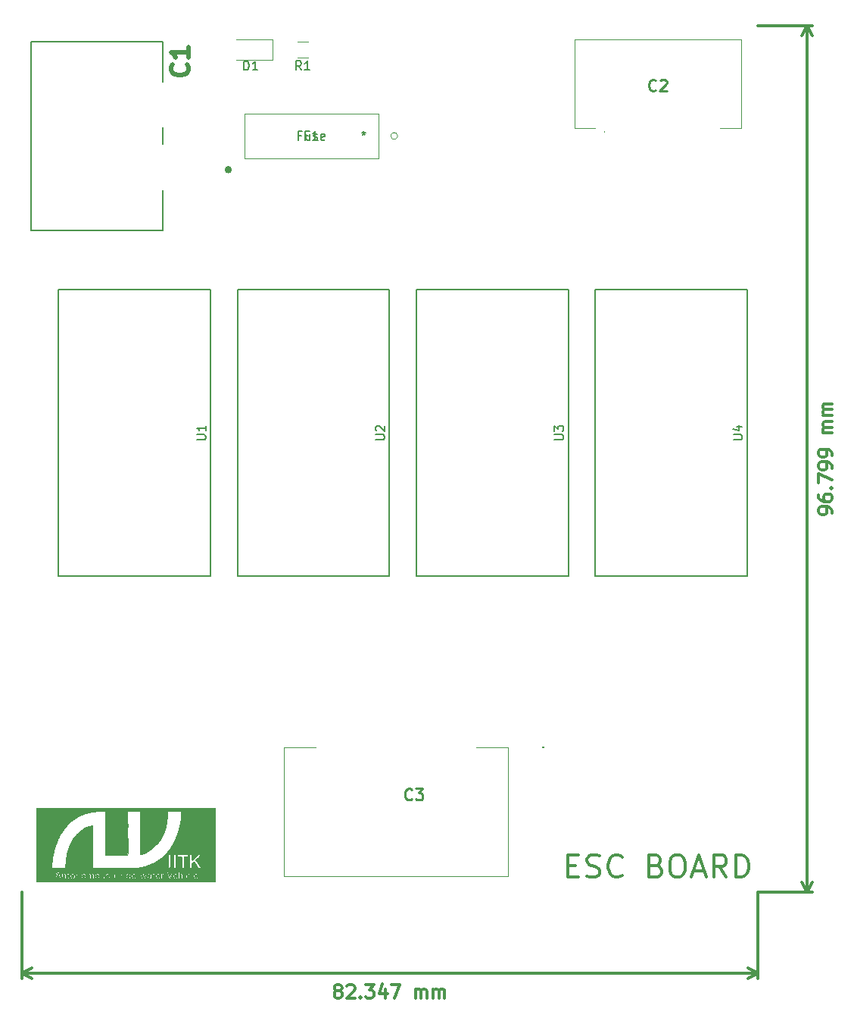
<source format=gto>
G04 #@! TF.GenerationSoftware,KiCad,Pcbnew,(5.0.2)-1*
G04 #@! TF.CreationDate,2022-03-17T12:51:48+05:30*
G04 #@! TF.ProjectId,4ESC_board,34455343-5f62-46f6-9172-642e6b696361,rev?*
G04 #@! TF.SameCoordinates,Original*
G04 #@! TF.FileFunction,Legend,Top*
G04 #@! TF.FilePolarity,Positive*
%FSLAX46Y46*%
G04 Gerber Fmt 4.6, Leading zero omitted, Abs format (unit mm)*
G04 Created by KiCad (PCBNEW (5.0.2)-1) date 03/17/22 12:51:48*
%MOMM*%
%LPD*%
G01*
G04 APERTURE LIST*
%ADD10C,0.300000*%
%ADD11C,0.120000*%
%ADD12C,0.150000*%
%ADD13C,0.100000*%
%ADD14C,0.200000*%
%ADD15C,0.127000*%
%ADD16C,0.400000*%
%ADD17C,0.010000*%
%ADD18C,0.254000*%
%ADD19C,0.500000*%
G04 APERTURE END LIST*
D10*
X136940476Y-127321428D02*
X137773809Y-127321428D01*
X138130952Y-128630952D02*
X136940476Y-128630952D01*
X136940476Y-126130952D01*
X138130952Y-126130952D01*
X139083333Y-128511904D02*
X139440476Y-128630952D01*
X140035714Y-128630952D01*
X140273809Y-128511904D01*
X140392857Y-128392857D01*
X140511904Y-128154761D01*
X140511904Y-127916666D01*
X140392857Y-127678571D01*
X140273809Y-127559523D01*
X140035714Y-127440476D01*
X139559523Y-127321428D01*
X139321428Y-127202380D01*
X139202380Y-127083333D01*
X139083333Y-126845238D01*
X139083333Y-126607142D01*
X139202380Y-126369047D01*
X139321428Y-126250000D01*
X139559523Y-126130952D01*
X140154761Y-126130952D01*
X140511904Y-126250000D01*
X143011904Y-128392857D02*
X142892857Y-128511904D01*
X142535714Y-128630952D01*
X142297619Y-128630952D01*
X141940476Y-128511904D01*
X141702380Y-128273809D01*
X141583333Y-128035714D01*
X141464285Y-127559523D01*
X141464285Y-127202380D01*
X141583333Y-126726190D01*
X141702380Y-126488095D01*
X141940476Y-126250000D01*
X142297619Y-126130952D01*
X142535714Y-126130952D01*
X142892857Y-126250000D01*
X143011904Y-126369047D01*
X146821428Y-127321428D02*
X147178571Y-127440476D01*
X147297619Y-127559523D01*
X147416666Y-127797619D01*
X147416666Y-128154761D01*
X147297619Y-128392857D01*
X147178571Y-128511904D01*
X146940476Y-128630952D01*
X145988095Y-128630952D01*
X145988095Y-126130952D01*
X146821428Y-126130952D01*
X147059523Y-126250000D01*
X147178571Y-126369047D01*
X147297619Y-126607142D01*
X147297619Y-126845238D01*
X147178571Y-127083333D01*
X147059523Y-127202380D01*
X146821428Y-127321428D01*
X145988095Y-127321428D01*
X148964285Y-126130952D02*
X149440476Y-126130952D01*
X149678571Y-126250000D01*
X149916666Y-126488095D01*
X150035714Y-126964285D01*
X150035714Y-127797619D01*
X149916666Y-128273809D01*
X149678571Y-128511904D01*
X149440476Y-128630952D01*
X148964285Y-128630952D01*
X148726190Y-128511904D01*
X148488095Y-128273809D01*
X148369047Y-127797619D01*
X148369047Y-126964285D01*
X148488095Y-126488095D01*
X148726190Y-126250000D01*
X148964285Y-126130952D01*
X150988095Y-127916666D02*
X152178571Y-127916666D01*
X150750000Y-128630952D02*
X151583333Y-126130952D01*
X152416666Y-128630952D01*
X154678571Y-128630952D02*
X153845238Y-127440476D01*
X153250000Y-128630952D02*
X153250000Y-126130952D01*
X154202380Y-126130952D01*
X154440476Y-126250000D01*
X154559523Y-126369047D01*
X154678571Y-126607142D01*
X154678571Y-126964285D01*
X154559523Y-127202380D01*
X154440476Y-127321428D01*
X154202380Y-127440476D01*
X153250000Y-127440476D01*
X155750000Y-128630952D02*
X155750000Y-126130952D01*
X156345238Y-126130952D01*
X156702380Y-126250000D01*
X156940476Y-126488095D01*
X157059523Y-126726190D01*
X157178571Y-127202380D01*
X157178571Y-127559523D01*
X157059523Y-128035714D01*
X156940476Y-128273809D01*
X156702380Y-128511904D01*
X156345238Y-128630952D01*
X155750000Y-128630952D01*
X166506971Y-87948321D02*
X166506971Y-87662607D01*
X166435542Y-87519750D01*
X166364114Y-87448321D01*
X166149828Y-87305464D01*
X165864114Y-87234035D01*
X165292685Y-87234035D01*
X165149828Y-87305464D01*
X165078400Y-87376893D01*
X165006971Y-87519750D01*
X165006971Y-87805464D01*
X165078400Y-87948321D01*
X165149828Y-88019750D01*
X165292685Y-88091178D01*
X165649828Y-88091178D01*
X165792685Y-88019750D01*
X165864114Y-87948321D01*
X165935542Y-87805464D01*
X165935542Y-87519750D01*
X165864114Y-87376893D01*
X165792685Y-87305464D01*
X165649828Y-87234035D01*
X165006971Y-85948321D02*
X165006971Y-86234035D01*
X165078400Y-86376893D01*
X165149828Y-86448321D01*
X165364114Y-86591178D01*
X165649828Y-86662607D01*
X166221257Y-86662607D01*
X166364114Y-86591178D01*
X166435542Y-86519750D01*
X166506971Y-86376893D01*
X166506971Y-86091178D01*
X166435542Y-85948321D01*
X166364114Y-85876893D01*
X166221257Y-85805464D01*
X165864114Y-85805464D01*
X165721257Y-85876893D01*
X165649828Y-85948321D01*
X165578400Y-86091178D01*
X165578400Y-86376893D01*
X165649828Y-86519750D01*
X165721257Y-86591178D01*
X165864114Y-86662607D01*
X166364114Y-85162607D02*
X166435542Y-85091178D01*
X166506971Y-85162607D01*
X166435542Y-85234035D01*
X166364114Y-85162607D01*
X166506971Y-85162607D01*
X165006971Y-84591178D02*
X165006971Y-83591178D01*
X166506971Y-84234035D01*
X166506971Y-82948321D02*
X166506971Y-82662607D01*
X166435542Y-82519750D01*
X166364114Y-82448321D01*
X166149828Y-82305464D01*
X165864114Y-82234035D01*
X165292685Y-82234035D01*
X165149828Y-82305464D01*
X165078400Y-82376893D01*
X165006971Y-82519750D01*
X165006971Y-82805464D01*
X165078400Y-82948321D01*
X165149828Y-83019750D01*
X165292685Y-83091178D01*
X165649828Y-83091178D01*
X165792685Y-83019750D01*
X165864114Y-82948321D01*
X165935542Y-82805464D01*
X165935542Y-82519750D01*
X165864114Y-82376893D01*
X165792685Y-82305464D01*
X165649828Y-82234035D01*
X166506971Y-81519750D02*
X166506971Y-81234035D01*
X166435542Y-81091178D01*
X166364114Y-81019750D01*
X166149828Y-80876893D01*
X165864114Y-80805464D01*
X165292685Y-80805464D01*
X165149828Y-80876893D01*
X165078400Y-80948321D01*
X165006971Y-81091178D01*
X165006971Y-81376893D01*
X165078400Y-81519750D01*
X165149828Y-81591178D01*
X165292685Y-81662607D01*
X165649828Y-81662607D01*
X165792685Y-81591178D01*
X165864114Y-81519750D01*
X165935542Y-81376893D01*
X165935542Y-81091178D01*
X165864114Y-80948321D01*
X165792685Y-80876893D01*
X165649828Y-80805464D01*
X166506971Y-79019750D02*
X165506971Y-79019750D01*
X165649828Y-79019750D02*
X165578400Y-78948321D01*
X165506971Y-78805464D01*
X165506971Y-78591178D01*
X165578400Y-78448321D01*
X165721257Y-78376893D01*
X166506971Y-78376893D01*
X165721257Y-78376893D02*
X165578400Y-78305464D01*
X165506971Y-78162607D01*
X165506971Y-77948321D01*
X165578400Y-77805464D01*
X165721257Y-77734035D01*
X166506971Y-77734035D01*
X166506971Y-77019750D02*
X165506971Y-77019750D01*
X165649828Y-77019750D02*
X165578400Y-76948321D01*
X165506971Y-76805464D01*
X165506971Y-76591178D01*
X165578400Y-76448321D01*
X165721257Y-76376893D01*
X166506971Y-76376893D01*
X165721257Y-76376893D02*
X165578400Y-76305464D01*
X165506971Y-76162607D01*
X165506971Y-75948321D01*
X165578400Y-75805464D01*
X165721257Y-75734035D01*
X166506971Y-75734035D01*
X163728400Y-130276600D02*
X163728400Y-33477187D01*
X158216600Y-130276600D02*
X164314821Y-130276600D01*
X158216600Y-33477187D02*
X164314821Y-33477187D01*
X163728400Y-33477187D02*
X164314821Y-34603691D01*
X163728400Y-33477187D02*
X163141979Y-34603691D01*
X163728400Y-130276600D02*
X164314821Y-129150096D01*
X163728400Y-130276600D02*
X163141979Y-129150096D01*
X111114628Y-141291227D02*
X110971771Y-141219799D01*
X110900342Y-141148370D01*
X110828914Y-141005513D01*
X110828914Y-140934084D01*
X110900342Y-140791227D01*
X110971771Y-140719799D01*
X111114628Y-140648370D01*
X111400342Y-140648370D01*
X111543200Y-140719799D01*
X111614628Y-140791227D01*
X111686057Y-140934084D01*
X111686057Y-141005513D01*
X111614628Y-141148370D01*
X111543200Y-141219799D01*
X111400342Y-141291227D01*
X111114628Y-141291227D01*
X110971771Y-141362656D01*
X110900342Y-141434084D01*
X110828914Y-141576941D01*
X110828914Y-141862656D01*
X110900342Y-142005513D01*
X110971771Y-142076941D01*
X111114628Y-142148370D01*
X111400342Y-142148370D01*
X111543200Y-142076941D01*
X111614628Y-142005513D01*
X111686057Y-141862656D01*
X111686057Y-141576941D01*
X111614628Y-141434084D01*
X111543200Y-141362656D01*
X111400342Y-141291227D01*
X112257485Y-140791227D02*
X112328914Y-140719799D01*
X112471771Y-140648370D01*
X112828914Y-140648370D01*
X112971771Y-140719799D01*
X113043200Y-140791227D01*
X113114628Y-140934084D01*
X113114628Y-141076941D01*
X113043200Y-141291227D01*
X112186057Y-142148370D01*
X113114628Y-142148370D01*
X113757485Y-142005513D02*
X113828914Y-142076941D01*
X113757485Y-142148370D01*
X113686057Y-142076941D01*
X113757485Y-142005513D01*
X113757485Y-142148370D01*
X114328914Y-140648370D02*
X115257485Y-140648370D01*
X114757485Y-141219799D01*
X114971771Y-141219799D01*
X115114628Y-141291227D01*
X115186057Y-141362656D01*
X115257485Y-141505513D01*
X115257485Y-141862656D01*
X115186057Y-142005513D01*
X115114628Y-142076941D01*
X114971771Y-142148370D01*
X114543200Y-142148370D01*
X114400342Y-142076941D01*
X114328914Y-142005513D01*
X116543200Y-141148370D02*
X116543200Y-142148370D01*
X116186057Y-140576941D02*
X115828914Y-141648370D01*
X116757485Y-141648370D01*
X117186057Y-140648370D02*
X118186057Y-140648370D01*
X117543200Y-142148370D01*
X119900342Y-142148370D02*
X119900342Y-141148370D01*
X119900342Y-141291227D02*
X119971771Y-141219799D01*
X120114628Y-141148370D01*
X120328914Y-141148370D01*
X120471771Y-141219799D01*
X120543200Y-141362656D01*
X120543200Y-142148370D01*
X120543200Y-141362656D02*
X120614628Y-141219799D01*
X120757485Y-141148370D01*
X120971771Y-141148370D01*
X121114628Y-141219799D01*
X121186057Y-141362656D01*
X121186057Y-142148370D01*
X121900342Y-142148370D02*
X121900342Y-141148370D01*
X121900342Y-141291227D02*
X121971771Y-141219799D01*
X122114628Y-141148370D01*
X122328914Y-141148370D01*
X122471771Y-141219799D01*
X122543200Y-141362656D01*
X122543200Y-142148370D01*
X122543200Y-141362656D02*
X122614628Y-141219799D01*
X122757485Y-141148370D01*
X122971771Y-141148370D01*
X123114628Y-141219799D01*
X123186057Y-141362656D01*
X123186057Y-142148370D01*
X75869800Y-139369799D02*
X158216600Y-139369799D01*
X75869800Y-130302000D02*
X75869800Y-139956220D01*
X158216600Y-130302000D02*
X158216600Y-139956220D01*
X158216600Y-139369799D02*
X157090096Y-139956220D01*
X158216600Y-139369799D02*
X157090096Y-138783378D01*
X75869800Y-139369799D02*
X76996304Y-139956220D01*
X75869800Y-139369799D02*
X76996304Y-138783378D01*
D11*
G04 #@! TO.C,F1*
X117909299Y-45830000D02*
G75*
G03X117909299Y-45830000I-381000J0D01*
G01*
X115750299Y-48357300D02*
X115750299Y-43302700D01*
X100789699Y-48357300D02*
X115750299Y-48357300D01*
X100789699Y-43302700D02*
X100789699Y-48357300D01*
X115750299Y-43302700D02*
X100789699Y-43302700D01*
G04 #@! TO.C,R1*
X107904564Y-37090000D02*
X106700436Y-37090000D01*
X107904564Y-35270000D02*
X106700436Y-35270000D01*
D12*
G04 #@! TO.C,U4*
X140000000Y-95000000D02*
X157000000Y-95000000D01*
X157000000Y-95000000D02*
X157000000Y-63000000D01*
X157000000Y-63000000D02*
X140000000Y-63000000D01*
X140000000Y-63000000D02*
X140000000Y-95000000D01*
G04 #@! TO.C,U3*
X120000000Y-95000000D02*
X137000000Y-95000000D01*
X137000000Y-95000000D02*
X137000000Y-63000000D01*
X137000000Y-63000000D02*
X120000000Y-63000000D01*
X120000000Y-63000000D02*
X120000000Y-95000000D01*
G04 #@! TO.C,U2*
X100000000Y-95000000D02*
X117000000Y-95000000D01*
X117000000Y-95000000D02*
X117000000Y-63000000D01*
X117000000Y-63000000D02*
X100000000Y-63000000D01*
X100000000Y-63000000D02*
X100000000Y-95000000D01*
G04 #@! TO.C,U1*
X80000000Y-95000000D02*
X97000000Y-95000000D01*
X97000000Y-95000000D02*
X97000000Y-63000000D01*
X97000000Y-63000000D02*
X80000000Y-63000000D01*
X80000000Y-63000000D02*
X80000000Y-95000000D01*
D13*
G04 #@! TO.C,C2*
X154000000Y-44980000D02*
X156320000Y-44980000D01*
X156320000Y-44980000D02*
X156320000Y-35080000D01*
X156320000Y-35080000D02*
X137680000Y-35080000D01*
X137680000Y-35080000D02*
X137680000Y-44980000D01*
X137680000Y-44980000D02*
X139500000Y-44980000D01*
X140000000Y-44980000D02*
X139500000Y-44980000D01*
X141000000Y-45280000D02*
X141000000Y-45280000D01*
X141000000Y-45380000D02*
X141000000Y-45380000D01*
X141000000Y-45380000D02*
G75*
G03X141000000Y-45280000I0J50000D01*
G01*
X141000000Y-45280000D02*
G75*
G03X141000000Y-45380000I0J-50000D01*
G01*
G04 #@! TO.C,C3*
X108722000Y-114096800D02*
X105222000Y-114096800D01*
X105222000Y-114096800D02*
X105222000Y-114096800D01*
X105222000Y-114096800D02*
X108722000Y-114096800D01*
X108722000Y-114096800D02*
X108722000Y-114096800D01*
X105222000Y-128526800D02*
X130222000Y-128526800D01*
X130222000Y-128526800D02*
X130222000Y-128526800D01*
X130222000Y-128526800D02*
X105222000Y-128526800D01*
X105222000Y-128526800D02*
X105222000Y-128526800D01*
X130222000Y-114096800D02*
X126722000Y-114096800D01*
X126722000Y-114096800D02*
X126722000Y-114096800D01*
X126722000Y-114096800D02*
X130222000Y-114096800D01*
X130222000Y-114096800D02*
X130222000Y-114096800D01*
X105222000Y-114096800D02*
X105222000Y-114096800D01*
X105222000Y-114096800D02*
X105222000Y-128526800D01*
X105222000Y-128526800D02*
X105222000Y-128526800D01*
X105222000Y-128526800D02*
X105222000Y-114096800D01*
X130222000Y-128526800D02*
X130222000Y-128526800D01*
X130222000Y-128526800D02*
X130222000Y-114096800D01*
X130222000Y-114096800D02*
X130222000Y-114096800D01*
X130222000Y-114096800D02*
X130222000Y-128526800D01*
D14*
X134122000Y-114096800D02*
X134122000Y-114096800D01*
X134222000Y-114096800D02*
X134222000Y-114096800D01*
X134122000Y-114096800D02*
X134122000Y-114096800D01*
X134222000Y-114096800D02*
G75*
G02X134122000Y-114096800I-50000J0D01*
G01*
X134122000Y-114096800D02*
G75*
G02X134222000Y-114096800I50000J0D01*
G01*
X134222000Y-114096800D02*
G75*
G02X134122000Y-114096800I-50000J0D01*
G01*
D11*
G04 #@! TO.C,D1*
X103932500Y-35055000D02*
X99872500Y-35055000D01*
X103932500Y-37325000D02*
X103932500Y-35055000D01*
X99872500Y-37325000D02*
X103932500Y-37325000D01*
D15*
G04 #@! TO.C,C1*
X91676800Y-44877000D02*
X91676800Y-46690000D01*
X91676800Y-35307000D02*
X91676800Y-39787000D01*
X91676800Y-51907000D02*
X91676800Y-56387000D01*
D16*
X99167800Y-49595000D02*
G75*
G03X99167800Y-49595000I-200000J0D01*
G01*
D15*
X91676800Y-56387000D02*
X76921800Y-56387000D01*
X76921800Y-35307000D02*
X91676800Y-35307000D01*
X76921800Y-56387000D02*
X76921800Y-35307000D01*
D17*
G04 #@! TO.C,G\002A\002A\002A*
G36*
X79919374Y-128177479D02*
X79927254Y-128192890D01*
X79938808Y-128222168D01*
X79955387Y-128267530D01*
X79963046Y-128288780D01*
X79979858Y-128336879D01*
X79993304Y-128378099D01*
X80002241Y-128408716D01*
X80005527Y-128425009D01*
X80005303Y-128426460D01*
X79993833Y-128429825D01*
X79967918Y-128432244D01*
X79933413Y-128433653D01*
X79896174Y-128433987D01*
X79862056Y-128433181D01*
X79836915Y-128431172D01*
X79826932Y-128428426D01*
X79827814Y-128417123D01*
X79834663Y-128391075D01*
X79846258Y-128354541D01*
X79856806Y-128324286D01*
X79873216Y-128278750D01*
X79888313Y-128236780D01*
X79899937Y-128204387D01*
X79904269Y-128192260D01*
X79909232Y-128179382D01*
X79913817Y-128173716D01*
X79919374Y-128177479D01*
X79919374Y-128177479D01*
G37*
X79919374Y-128177479D02*
X79927254Y-128192890D01*
X79938808Y-128222168D01*
X79955387Y-128267530D01*
X79963046Y-128288780D01*
X79979858Y-128336879D01*
X79993304Y-128378099D01*
X80002241Y-128408716D01*
X80005527Y-128425009D01*
X80005303Y-128426460D01*
X79993833Y-128429825D01*
X79967918Y-128432244D01*
X79933413Y-128433653D01*
X79896174Y-128433987D01*
X79862056Y-128433181D01*
X79836915Y-128431172D01*
X79826932Y-128428426D01*
X79827814Y-128417123D01*
X79834663Y-128391075D01*
X79846258Y-128354541D01*
X79856806Y-128324286D01*
X79873216Y-128278750D01*
X79888313Y-128236780D01*
X79899937Y-128204387D01*
X79904269Y-128192260D01*
X79909232Y-128179382D01*
X79913817Y-128173716D01*
X79919374Y-128177479D01*
G36*
X95379852Y-128325635D02*
X95415928Y-128356488D01*
X95429907Y-128376186D01*
X95441478Y-128398723D01*
X95443409Y-128414585D01*
X95433520Y-128424912D01*
X95409628Y-128430843D01*
X95369552Y-128433516D01*
X95319038Y-128434080D01*
X95272450Y-128433378D01*
X95233756Y-128431472D01*
X95207215Y-128428661D01*
X95197204Y-128425545D01*
X95197914Y-128410007D01*
X95208943Y-128385765D01*
X95226638Y-128358871D01*
X95247346Y-128335374D01*
X95256147Y-128327912D01*
X95295468Y-128310098D01*
X95338200Y-128309755D01*
X95379852Y-128325635D01*
X95379852Y-128325635D01*
G37*
X95379852Y-128325635D02*
X95415928Y-128356488D01*
X95429907Y-128376186D01*
X95441478Y-128398723D01*
X95443409Y-128414585D01*
X95433520Y-128424912D01*
X95409628Y-128430843D01*
X95369552Y-128433516D01*
X95319038Y-128434080D01*
X95272450Y-128433378D01*
X95233756Y-128431472D01*
X95207215Y-128428661D01*
X95197204Y-128425545D01*
X95197914Y-128410007D01*
X95208943Y-128385765D01*
X95226638Y-128358871D01*
X95247346Y-128335374D01*
X95256147Y-128327912D01*
X95295468Y-128310098D01*
X95338200Y-128309755D01*
X95379852Y-128325635D01*
G36*
X93083692Y-128325635D02*
X93119768Y-128356488D01*
X93133747Y-128376186D01*
X93145318Y-128398723D01*
X93147249Y-128414585D01*
X93137360Y-128424912D01*
X93113468Y-128430843D01*
X93073392Y-128433516D01*
X93022878Y-128434080D01*
X92976290Y-128433378D01*
X92937596Y-128431472D01*
X92911055Y-128428661D01*
X92901044Y-128425545D01*
X92901754Y-128410007D01*
X92912783Y-128385765D01*
X92930478Y-128358871D01*
X92951186Y-128335374D01*
X92959987Y-128327912D01*
X92999308Y-128310098D01*
X93042040Y-128309755D01*
X93083692Y-128325635D01*
X93083692Y-128325635D01*
G37*
X93083692Y-128325635D02*
X93119768Y-128356488D01*
X93133747Y-128376186D01*
X93145318Y-128398723D01*
X93147249Y-128414585D01*
X93137360Y-128424912D01*
X93113468Y-128430843D01*
X93073392Y-128433516D01*
X93022878Y-128434080D01*
X92976290Y-128433378D01*
X92937596Y-128431472D01*
X92911055Y-128428661D01*
X92901044Y-128425545D01*
X92901754Y-128410007D01*
X92912783Y-128385765D01*
X92930478Y-128358871D01*
X92951186Y-128335374D01*
X92959987Y-128327912D01*
X92999308Y-128310098D01*
X93042040Y-128309755D01*
X93083692Y-128325635D01*
G36*
X91143132Y-128325635D02*
X91179208Y-128356488D01*
X91193187Y-128376186D01*
X91204758Y-128398723D01*
X91206689Y-128414585D01*
X91196800Y-128424912D01*
X91172908Y-128430843D01*
X91132832Y-128433516D01*
X91082318Y-128434080D01*
X91035730Y-128433378D01*
X90997036Y-128431472D01*
X90970495Y-128428661D01*
X90960484Y-128425545D01*
X90961194Y-128410007D01*
X90972223Y-128385765D01*
X90989918Y-128358871D01*
X91010626Y-128335374D01*
X91019427Y-128327912D01*
X91058748Y-128310098D01*
X91101480Y-128309755D01*
X91143132Y-128325635D01*
X91143132Y-128325635D01*
G37*
X91143132Y-128325635D02*
X91179208Y-128356488D01*
X91193187Y-128376186D01*
X91204758Y-128398723D01*
X91206689Y-128414585D01*
X91196800Y-128424912D01*
X91172908Y-128430843D01*
X91132832Y-128433516D01*
X91082318Y-128434080D01*
X91035730Y-128433378D01*
X90997036Y-128431472D01*
X90970495Y-128428661D01*
X90960484Y-128425545D01*
X90961194Y-128410007D01*
X90972223Y-128385765D01*
X90989918Y-128358871D01*
X91010626Y-128335374D01*
X91019427Y-128327912D01*
X91058748Y-128310098D01*
X91101480Y-128309755D01*
X91143132Y-128325635D01*
G36*
X90233002Y-128537222D02*
X90223764Y-128582657D01*
X90198995Y-128620823D01*
X90162943Y-128649088D01*
X90119861Y-128664821D01*
X90073999Y-128665390D01*
X90042319Y-128655261D01*
X90019884Y-128634396D01*
X90011557Y-128604087D01*
X90018919Y-128570886D01*
X90021018Y-128566864D01*
X90040256Y-128545653D01*
X90072695Y-128529509D01*
X90120862Y-128517472D01*
X90169540Y-128510480D01*
X90233040Y-128503204D01*
X90233002Y-128537222D01*
X90233002Y-128537222D01*
G37*
X90233002Y-128537222D02*
X90223764Y-128582657D01*
X90198995Y-128620823D01*
X90162943Y-128649088D01*
X90119861Y-128664821D01*
X90073999Y-128665390D01*
X90042319Y-128655261D01*
X90019884Y-128634396D01*
X90011557Y-128604087D01*
X90018919Y-128570886D01*
X90021018Y-128566864D01*
X90040256Y-128545653D01*
X90072695Y-128529509D01*
X90120862Y-128517472D01*
X90169540Y-128510480D01*
X90233040Y-128503204D01*
X90233002Y-128537222D01*
G36*
X88440572Y-128325635D02*
X88476648Y-128356488D01*
X88490627Y-128376186D01*
X88502198Y-128398723D01*
X88504129Y-128414585D01*
X88494240Y-128424912D01*
X88470348Y-128430843D01*
X88430272Y-128433516D01*
X88379758Y-128434080D01*
X88333170Y-128433378D01*
X88294476Y-128431472D01*
X88267935Y-128428661D01*
X88257924Y-128425545D01*
X88258634Y-128410007D01*
X88269663Y-128385765D01*
X88287358Y-128358871D01*
X88308066Y-128335374D01*
X88316867Y-128327912D01*
X88356188Y-128310098D01*
X88398920Y-128309755D01*
X88440572Y-128325635D01*
X88440572Y-128325635D01*
G37*
X88440572Y-128325635D02*
X88476648Y-128356488D01*
X88490627Y-128376186D01*
X88502198Y-128398723D01*
X88504129Y-128414585D01*
X88494240Y-128424912D01*
X88470348Y-128430843D01*
X88430272Y-128433516D01*
X88379758Y-128434080D01*
X88333170Y-128433378D01*
X88294476Y-128431472D01*
X88267935Y-128428661D01*
X88257924Y-128425545D01*
X88258634Y-128410007D01*
X88269663Y-128385765D01*
X88287358Y-128358871D01*
X88308066Y-128335374D01*
X88316867Y-128327912D01*
X88356188Y-128310098D01*
X88398920Y-128309755D01*
X88440572Y-128325635D01*
G36*
X87802181Y-128311298D02*
X87840982Y-128338149D01*
X87866673Y-128369289D01*
X87880197Y-128395016D01*
X87887723Y-128422253D01*
X87890801Y-128458320D01*
X87891160Y-128484880D01*
X87886772Y-128545814D01*
X87872500Y-128591919D01*
X87846682Y-128626945D01*
X87818840Y-128648141D01*
X87773410Y-128666431D01*
X87729074Y-128664441D01*
X87686010Y-128642190D01*
X87674468Y-128632571D01*
X87640080Y-128589935D01*
X87619347Y-128539479D01*
X87611726Y-128485178D01*
X87616677Y-128431012D01*
X87633658Y-128380957D01*
X87662127Y-128338992D01*
X87701542Y-128309093D01*
X87719529Y-128301640D01*
X87759865Y-128298285D01*
X87802181Y-128311298D01*
X87802181Y-128311298D01*
G37*
X87802181Y-128311298D02*
X87840982Y-128338149D01*
X87866673Y-128369289D01*
X87880197Y-128395016D01*
X87887723Y-128422253D01*
X87890801Y-128458320D01*
X87891160Y-128484880D01*
X87886772Y-128545814D01*
X87872500Y-128591919D01*
X87846682Y-128626945D01*
X87818840Y-128648141D01*
X87773410Y-128666431D01*
X87729074Y-128664441D01*
X87686010Y-128642190D01*
X87674468Y-128632571D01*
X87640080Y-128589935D01*
X87619347Y-128539479D01*
X87611726Y-128485178D01*
X87616677Y-128431012D01*
X87633658Y-128380957D01*
X87662127Y-128338992D01*
X87701542Y-128309093D01*
X87719529Y-128301640D01*
X87759865Y-128298285D01*
X87802181Y-128311298D01*
G36*
X84312963Y-128304506D02*
X84353787Y-128320973D01*
X84388434Y-128351898D01*
X84414406Y-128395340D01*
X84429202Y-128449359D01*
X84431680Y-128484880D01*
X84424530Y-128543761D01*
X84404774Y-128593435D01*
X84374954Y-128631947D01*
X84337608Y-128657342D01*
X84295277Y-128667664D01*
X84250503Y-128660959D01*
X84221470Y-128646657D01*
X84185639Y-128612502D01*
X84161690Y-128566658D01*
X84149605Y-128513774D01*
X84149363Y-128458497D01*
X84160947Y-128405476D01*
X84184337Y-128359358D01*
X84219515Y-128324793D01*
X84222780Y-128322703D01*
X84268461Y-128304436D01*
X84312963Y-128304506D01*
X84312963Y-128304506D01*
G37*
X84312963Y-128304506D02*
X84353787Y-128320973D01*
X84388434Y-128351898D01*
X84414406Y-128395340D01*
X84429202Y-128449359D01*
X84431680Y-128484880D01*
X84424530Y-128543761D01*
X84404774Y-128593435D01*
X84374954Y-128631947D01*
X84337608Y-128657342D01*
X84295277Y-128667664D01*
X84250503Y-128660959D01*
X84221470Y-128646657D01*
X84185639Y-128612502D01*
X84161690Y-128566658D01*
X84149605Y-128513774D01*
X84149363Y-128458497D01*
X84160947Y-128405476D01*
X84184337Y-128359358D01*
X84219515Y-128324793D01*
X84222780Y-128322703D01*
X84268461Y-128304436D01*
X84312963Y-128304506D01*
G36*
X82788963Y-128304506D02*
X82829787Y-128320973D01*
X82864434Y-128351898D01*
X82890406Y-128395340D01*
X82905202Y-128449359D01*
X82907680Y-128484880D01*
X82900530Y-128543761D01*
X82880774Y-128593435D01*
X82850954Y-128631947D01*
X82813608Y-128657342D01*
X82771277Y-128667664D01*
X82726503Y-128660959D01*
X82697470Y-128646657D01*
X82661639Y-128612502D01*
X82637690Y-128566658D01*
X82625605Y-128513774D01*
X82625363Y-128458497D01*
X82636947Y-128405476D01*
X82660337Y-128359358D01*
X82695515Y-128324793D01*
X82698780Y-128322703D01*
X82744461Y-128304436D01*
X82788963Y-128304506D01*
X82788963Y-128304506D01*
G37*
X82788963Y-128304506D02*
X82829787Y-128320973D01*
X82864434Y-128351898D01*
X82890406Y-128395340D01*
X82905202Y-128449359D01*
X82907680Y-128484880D01*
X82900530Y-128543761D01*
X82880774Y-128593435D01*
X82850954Y-128631947D01*
X82813608Y-128657342D01*
X82771277Y-128667664D01*
X82726503Y-128660959D01*
X82697470Y-128646657D01*
X82661639Y-128612502D01*
X82637690Y-128566658D01*
X82625605Y-128513774D01*
X82625363Y-128458497D01*
X82636947Y-128405476D01*
X82660337Y-128359358D01*
X82695515Y-128324793D01*
X82698780Y-128322703D01*
X82744461Y-128304436D01*
X82788963Y-128304506D01*
G36*
X81559603Y-128304506D02*
X81600427Y-128320973D01*
X81635074Y-128351898D01*
X81661046Y-128395340D01*
X81675842Y-128449359D01*
X81678320Y-128484880D01*
X81671170Y-128543761D01*
X81651414Y-128593435D01*
X81621594Y-128631947D01*
X81584248Y-128657342D01*
X81541917Y-128667664D01*
X81497143Y-128660959D01*
X81468110Y-128646657D01*
X81432279Y-128612502D01*
X81408330Y-128566658D01*
X81396245Y-128513774D01*
X81396003Y-128458497D01*
X81407587Y-128405476D01*
X81430977Y-128359358D01*
X81466155Y-128324793D01*
X81469420Y-128322703D01*
X81515101Y-128304436D01*
X81559603Y-128304506D01*
X81559603Y-128304506D01*
G37*
X81559603Y-128304506D02*
X81600427Y-128320973D01*
X81635074Y-128351898D01*
X81661046Y-128395340D01*
X81675842Y-128449359D01*
X81678320Y-128484880D01*
X81671170Y-128543761D01*
X81651414Y-128593435D01*
X81621594Y-128631947D01*
X81584248Y-128657342D01*
X81541917Y-128667664D01*
X81497143Y-128660959D01*
X81468110Y-128646657D01*
X81432279Y-128612502D01*
X81408330Y-128566658D01*
X81396245Y-128513774D01*
X81396003Y-128458497D01*
X81407587Y-128405476D01*
X81430977Y-128359358D01*
X81466155Y-128324793D01*
X81469420Y-128322703D01*
X81515101Y-128304436D01*
X81559603Y-128304506D01*
G36*
X97497440Y-129114800D02*
X77502560Y-129114800D01*
X77502560Y-128727529D01*
X79575200Y-128727529D01*
X79576671Y-128739742D01*
X79584186Y-128746125D01*
X79602390Y-128748105D01*
X79635932Y-128747109D01*
X79638561Y-128746984D01*
X79701923Y-128743960D01*
X79781421Y-128535680D01*
X79911904Y-128535680D01*
X79967021Y-128535520D01*
X80005872Y-128536809D01*
X80032477Y-128542197D01*
X80050854Y-128554336D01*
X80065022Y-128575875D01*
X80079000Y-128609466D01*
X80096749Y-128657600D01*
X80128920Y-128743960D01*
X80192551Y-128746988D01*
X80229653Y-128747590D01*
X80251029Y-128744450D01*
X80261057Y-128736775D01*
X80262182Y-128734381D01*
X80260804Y-128719605D01*
X80252840Y-128690014D01*
X80239519Y-128649548D01*
X80222066Y-128602151D01*
X80216977Y-128589113D01*
X80197181Y-128538817D01*
X80172137Y-128474912D01*
X80143932Y-128402741D01*
X80114653Y-128327646D01*
X80086388Y-128254968D01*
X80082953Y-128246120D01*
X80071001Y-128215640D01*
X80342280Y-128215640D01*
X80342280Y-128434080D01*
X80342413Y-128506976D01*
X80342974Y-128562526D01*
X80344204Y-128603703D01*
X80346343Y-128633480D01*
X80349631Y-128654829D01*
X80354309Y-128670723D01*
X80360619Y-128684136D01*
X80362842Y-128688080D01*
X80395824Y-128725903D01*
X80441900Y-128752259D01*
X80496828Y-128766275D01*
X80556364Y-128767082D01*
X80616266Y-128753809D01*
X80638689Y-128744685D01*
X80669508Y-128731403D01*
X80686953Y-128727329D01*
X80695359Y-128731712D01*
X80696790Y-128734624D01*
X80710432Y-128744644D01*
X80742158Y-128748858D01*
X80753441Y-128749040D01*
X80804560Y-128749040D01*
X80804560Y-128256280D01*
X80885840Y-128256280D01*
X80886723Y-128283961D01*
X80892575Y-128297331D01*
X80908200Y-128302398D01*
X80923940Y-128303926D01*
X80962040Y-128307080D01*
X80972200Y-128700012D01*
X81001164Y-128724920D01*
X81017550Y-128737360D01*
X81034592Y-128744515D01*
X81058049Y-128747519D01*
X81093680Y-128747503D01*
X81112924Y-128746894D01*
X81153708Y-128745196D01*
X81178454Y-128742622D01*
X81191429Y-128737610D01*
X81196906Y-128728596D01*
X81198994Y-128715405D01*
X81195666Y-128683020D01*
X81176809Y-128663730D01*
X81144033Y-128657600D01*
X81113451Y-128651674D01*
X81099557Y-128637947D01*
X81095021Y-128619382D01*
X81091743Y-128586001D01*
X81089700Y-128542283D01*
X81088869Y-128492704D01*
X81089126Y-128456063D01*
X81265180Y-128456063D01*
X81266317Y-128529905D01*
X81282584Y-128603769D01*
X81313128Y-128666584D01*
X81356449Y-128716161D01*
X81411048Y-128750307D01*
X81419434Y-128753704D01*
X81454941Y-128762011D01*
X81502170Y-128766166D01*
X81554549Y-128766346D01*
X81605506Y-128762730D01*
X81648469Y-128755495D01*
X81673451Y-128746816D01*
X81726798Y-128707621D01*
X81767774Y-128654543D01*
X81795363Y-128590552D01*
X81800310Y-128563558D01*
X81913718Y-128563558D01*
X81913771Y-128629637D01*
X81914595Y-128679252D01*
X81916261Y-128714327D01*
X81918843Y-128736784D01*
X81922411Y-128748547D01*
X81924524Y-128750978D01*
X81942009Y-128755581D01*
X81970722Y-128757164D01*
X81983120Y-128756766D01*
X82028840Y-128754120D01*
X82033920Y-128576320D01*
X82036230Y-128507984D01*
X82038941Y-128456773D01*
X82042401Y-128419494D01*
X82046959Y-128392953D01*
X82052965Y-128373954D01*
X82056951Y-128365671D01*
X82085428Y-128331444D01*
X82123852Y-128308958D01*
X82166346Y-128300258D01*
X82207033Y-128307389D01*
X82214458Y-128310906D01*
X82230055Y-128320978D01*
X82241981Y-128334171D01*
X82250824Y-128353255D01*
X82257172Y-128380998D01*
X82261615Y-128420171D01*
X82264739Y-128473544D01*
X82267134Y-128543885D01*
X82267600Y-128561080D01*
X82272680Y-128754120D01*
X82374280Y-128754120D01*
X82376964Y-128535680D01*
X82377709Y-128462294D01*
X82377716Y-128456063D01*
X82494540Y-128456063D01*
X82495677Y-128529905D01*
X82511944Y-128603769D01*
X82542488Y-128666584D01*
X82585809Y-128716161D01*
X82640408Y-128750307D01*
X82648794Y-128753704D01*
X82684301Y-128762011D01*
X82731530Y-128766166D01*
X82783909Y-128766346D01*
X82834866Y-128762730D01*
X82877829Y-128755495D01*
X82902811Y-128746816D01*
X82956158Y-128707621D01*
X82997134Y-128654543D01*
X83013533Y-128616506D01*
X83142758Y-128616506D01*
X83143164Y-128662951D01*
X83144334Y-128696312D01*
X83146399Y-128718999D01*
X83149487Y-128733424D01*
X83153730Y-128741998D01*
X83158360Y-128746500D01*
X83189201Y-128757948D01*
X83225301Y-128755737D01*
X83243627Y-128748682D01*
X83250855Y-128743477D01*
X83256061Y-128734776D01*
X83259574Y-128719551D01*
X83261723Y-128694771D01*
X83262835Y-128657407D01*
X83263240Y-128604429D01*
X83263280Y-128567305D01*
X83263436Y-128504103D01*
X83264168Y-128457735D01*
X83265868Y-128424714D01*
X83268931Y-128401553D01*
X83273749Y-128384766D01*
X83280716Y-128370867D01*
X83286454Y-128361922D01*
X83311506Y-128333546D01*
X83341955Y-128310034D01*
X83345379Y-128308090D01*
X83370829Y-128296235D01*
X83389528Y-128294929D01*
X83410807Y-128303010D01*
X83429026Y-128313353D01*
X83442781Y-128326438D01*
X83452692Y-128345062D01*
X83459378Y-128372021D01*
X83463460Y-128410114D01*
X83465556Y-128462135D01*
X83466286Y-128530883D01*
X83466330Y-128553677D01*
X83466480Y-128739315D01*
X83491102Y-128750534D01*
X83519247Y-128756560D01*
X83552062Y-128754936D01*
X83588400Y-128748119D01*
X83588437Y-128568239D01*
X83588647Y-128502522D01*
X83589458Y-128453767D01*
X83591195Y-128418621D01*
X83594179Y-128393729D01*
X83598734Y-128375735D01*
X83605182Y-128361285D01*
X83608980Y-128354728D01*
X83638360Y-128321635D01*
X83674824Y-128302353D01*
X83713441Y-128297825D01*
X83749283Y-128308996D01*
X83767992Y-128324269D01*
X83774511Y-128333576D01*
X83779507Y-128347124D01*
X83783290Y-128367795D01*
X83786168Y-128398471D01*
X83788452Y-128442032D01*
X83790450Y-128501360D01*
X83791600Y-128544108D01*
X83796680Y-128743506D01*
X83824620Y-128753314D01*
X83864776Y-128757159D01*
X83880500Y-128753303D01*
X83908440Y-128743484D01*
X83911072Y-128530362D01*
X83911787Y-128457506D01*
X83911787Y-128456063D01*
X84018540Y-128456063D01*
X84019677Y-128529905D01*
X84035944Y-128603769D01*
X84066488Y-128666584D01*
X84109809Y-128716161D01*
X84164408Y-128750307D01*
X84172794Y-128753704D01*
X84208301Y-128762011D01*
X84255530Y-128766166D01*
X84307909Y-128766346D01*
X84358866Y-128762730D01*
X84401829Y-128755495D01*
X84426811Y-128746816D01*
X84480158Y-128707621D01*
X84521134Y-128654543D01*
X84548723Y-128590552D01*
X84561907Y-128518617D01*
X84559671Y-128441708D01*
X84549190Y-128389435D01*
X84523040Y-128322710D01*
X84484246Y-128271164D01*
X84431481Y-128233101D01*
X84424072Y-128229322D01*
X84382170Y-128215640D01*
X84670440Y-128215640D01*
X84670440Y-128434080D01*
X84670573Y-128506976D01*
X84671134Y-128562526D01*
X84672364Y-128603703D01*
X84674503Y-128633480D01*
X84677791Y-128654829D01*
X84682469Y-128670723D01*
X84688779Y-128684136D01*
X84691002Y-128688080D01*
X84723984Y-128725903D01*
X84770060Y-128752259D01*
X84824988Y-128766275D01*
X84884524Y-128767082D01*
X84944426Y-128753809D01*
X84966849Y-128744685D01*
X84997668Y-128731403D01*
X85015113Y-128727329D01*
X85023519Y-128731712D01*
X85024950Y-128734624D01*
X85038592Y-128744644D01*
X85070318Y-128748858D01*
X85081601Y-128749040D01*
X85132720Y-128749040D01*
X85132720Y-128611656D01*
X85234930Y-128611656D01*
X85238772Y-128642586D01*
X85254176Y-128679322D01*
X85283327Y-128715262D01*
X85320376Y-128744234D01*
X85347034Y-128756787D01*
X85372765Y-128761677D01*
X85412444Y-128764914D01*
X85459735Y-128766080D01*
X85483240Y-128765781D01*
X85535801Y-128763493D01*
X85573779Y-128759134D01*
X85602877Y-128751716D01*
X85627871Y-128740739D01*
X85670103Y-128711715D01*
X85695920Y-128675135D01*
X85708544Y-128626148D01*
X85709462Y-128617812D01*
X85709020Y-128569555D01*
X85696315Y-128530090D01*
X85669613Y-128497742D01*
X85627181Y-128470836D01*
X85567287Y-128447696D01*
X85519517Y-128434224D01*
X85456289Y-128416525D01*
X85411775Y-128399957D01*
X85384491Y-128383433D01*
X85372953Y-128365865D01*
X85375675Y-128346167D01*
X85382698Y-128334051D01*
X85408328Y-128313564D01*
X85443803Y-128304902D01*
X85482972Y-128307366D01*
X85519679Y-128320255D01*
X85547773Y-128342868D01*
X85554797Y-128353646D01*
X85565543Y-128370851D01*
X85579089Y-128379692D01*
X85601993Y-128382908D01*
X85625740Y-128383280D01*
X85681360Y-128383280D01*
X85681322Y-128350260D01*
X85672723Y-128309303D01*
X85650216Y-128268827D01*
X85618600Y-128237244D01*
X85615732Y-128235296D01*
X85581170Y-128220419D01*
X85533261Y-128209909D01*
X85478648Y-128204473D01*
X85423971Y-128204820D01*
X85381762Y-128210327D01*
X85338527Y-128222589D01*
X85305911Y-128240853D01*
X85282702Y-128261386D01*
X85261462Y-128284152D01*
X85250014Y-128303485D01*
X85245354Y-128327354D01*
X85244480Y-128362780D01*
X85245488Y-128399147D01*
X85250263Y-128422830D01*
X85261426Y-128441433D01*
X85277500Y-128458542D01*
X85298755Y-128476100D01*
X85325940Y-128491229D01*
X85362667Y-128505335D01*
X85412547Y-128519825D01*
X85473080Y-128534685D01*
X85522795Y-128551019D01*
X85557345Y-128572390D01*
X85575407Y-128597114D01*
X85575660Y-128623506D01*
X85560631Y-128646248D01*
X85526933Y-128667089D01*
X85485293Y-128674716D01*
X85441518Y-128670158D01*
X85401412Y-128654447D01*
X85370780Y-128628615D01*
X85360149Y-128610644D01*
X85350115Y-128590203D01*
X85337843Y-128580068D01*
X85316497Y-128576646D01*
X85294824Y-128576320D01*
X85259169Y-128579002D01*
X85240256Y-128589538D01*
X85234930Y-128611656D01*
X85132720Y-128611656D01*
X85132720Y-128209545D01*
X85074300Y-128212592D01*
X85015880Y-128215640D01*
X85010800Y-128393940D01*
X85008591Y-128460972D01*
X85006094Y-128510850D01*
X85002950Y-128546741D01*
X84998798Y-128571812D01*
X84993280Y-128589228D01*
X84987387Y-128600165D01*
X84963814Y-128626617D01*
X84932773Y-128649811D01*
X84901750Y-128664769D01*
X84885835Y-128667722D01*
X84857834Y-128661430D01*
X84827997Y-128645969D01*
X84805640Y-128626612D01*
X84801298Y-128619875D01*
X84798279Y-128604327D01*
X84795146Y-128571984D01*
X84792131Y-128526371D01*
X84789467Y-128471010D01*
X84787387Y-128409426D01*
X84787367Y-128408680D01*
X84782200Y-128215640D01*
X84670440Y-128215640D01*
X84382170Y-128215640D01*
X84370082Y-128211693D01*
X84306262Y-128204466D01*
X84240195Y-128207566D01*
X84179460Y-128220919D01*
X84152280Y-128232000D01*
X84100345Y-128268840D01*
X84059891Y-128320379D01*
X84032196Y-128383745D01*
X84018540Y-128456063D01*
X83911787Y-128456063D01*
X83911774Y-128401973D01*
X83910847Y-128360776D01*
X83908824Y-128330926D01*
X83905521Y-128309433D01*
X83900754Y-128293309D01*
X83895832Y-128282402D01*
X83875027Y-128248922D01*
X83850418Y-128226448D01*
X83817715Y-128213030D01*
X83772628Y-128206721D01*
X83726564Y-128205480D01*
X83681141Y-128205955D01*
X83650444Y-128208179D01*
X83628884Y-128213350D01*
X83610874Y-128222666D01*
X83595785Y-128233512D01*
X83571787Y-128249975D01*
X83557981Y-128253667D01*
X83550856Y-128247588D01*
X83527895Y-128226357D01*
X83490621Y-128210944D01*
X83444352Y-128201922D01*
X83394405Y-128199864D01*
X83346099Y-128205341D01*
X83304751Y-128218926D01*
X83301266Y-128220720D01*
X83273573Y-128235010D01*
X83259229Y-128239756D01*
X83253870Y-128235370D01*
X83253120Y-128225269D01*
X83249093Y-128216023D01*
X83234114Y-128212060D01*
X83203839Y-128212345D01*
X83199780Y-128212569D01*
X83146440Y-128215640D01*
X83143718Y-128474720D01*
X83142986Y-128554565D01*
X83142758Y-128616506D01*
X83013533Y-128616506D01*
X83024723Y-128590552D01*
X83037907Y-128518617D01*
X83035671Y-128441708D01*
X83025190Y-128389435D01*
X82999040Y-128322710D01*
X82960246Y-128271164D01*
X82907481Y-128233101D01*
X82900072Y-128229322D01*
X82846082Y-128211693D01*
X82782262Y-128204466D01*
X82716195Y-128207566D01*
X82655460Y-128220919D01*
X82628280Y-128232000D01*
X82576345Y-128268840D01*
X82535891Y-128320379D01*
X82508196Y-128383745D01*
X82494540Y-128456063D01*
X82377716Y-128456063D01*
X82377776Y-128406258D01*
X82376981Y-128364607D01*
X82375135Y-128334376D01*
X82372052Y-128312600D01*
X82367546Y-128296315D01*
X82361429Y-128282556D01*
X82360972Y-128281680D01*
X82331387Y-128245886D01*
X82287916Y-128219575D01*
X82235094Y-128203652D01*
X82177457Y-128199019D01*
X82119539Y-128206582D01*
X82071929Y-128224049D01*
X82044462Y-128237407D01*
X82029905Y-128241718D01*
X82023199Y-128237422D01*
X82020204Y-128228540D01*
X82013782Y-128216950D01*
X81998934Y-128212072D01*
X81970130Y-128212266D01*
X81966137Y-128212510D01*
X81917080Y-128215640D01*
X81914364Y-128479092D01*
X81913718Y-128563558D01*
X81800310Y-128563558D01*
X81808547Y-128518617D01*
X81806311Y-128441708D01*
X81795830Y-128389435D01*
X81769680Y-128322710D01*
X81730886Y-128271164D01*
X81678121Y-128233101D01*
X81670712Y-128229322D01*
X81616722Y-128211693D01*
X81552902Y-128204466D01*
X81486835Y-128207566D01*
X81426100Y-128220919D01*
X81398920Y-128232000D01*
X81346985Y-128268840D01*
X81306531Y-128320379D01*
X81278836Y-128383745D01*
X81265180Y-128456063D01*
X81089126Y-128456063D01*
X81089227Y-128441742D01*
X81090750Y-128393875D01*
X81093415Y-128353580D01*
X81097200Y-128325335D01*
X81101232Y-128314191D01*
X81118922Y-128306104D01*
X81146521Y-128302095D01*
X81151347Y-128302000D01*
X81182536Y-128295760D01*
X81198136Y-128276730D01*
X81198462Y-128244443D01*
X81196443Y-128235226D01*
X81188808Y-128218610D01*
X81172797Y-128211666D01*
X81151838Y-128210560D01*
X81121073Y-128207588D01*
X81102107Y-128196251D01*
X81092327Y-128172920D01*
X81090469Y-128150325D01*
X86139369Y-128150325D01*
X86139527Y-128217846D01*
X86140319Y-128303588D01*
X86140371Y-128308130D01*
X86141410Y-128391871D01*
X86142507Y-128457861D01*
X86143863Y-128508666D01*
X86145679Y-128546853D01*
X86148158Y-128574991D01*
X86151500Y-128595645D01*
X86155908Y-128611384D01*
X86161584Y-128624775D01*
X86165901Y-128633161D01*
X86195800Y-128678153D01*
X86233602Y-128713258D01*
X86282799Y-128740677D01*
X86346885Y-128762607D01*
X86387480Y-128772622D01*
X86440949Y-128778024D01*
X86503812Y-128773852D01*
X86536839Y-128768108D01*
X86606166Y-128747192D01*
X86660723Y-128716135D01*
X86695345Y-128683741D01*
X86712996Y-128661673D01*
X86727058Y-128638371D01*
X86737926Y-128611295D01*
X86745997Y-128577908D01*
X86747923Y-128563558D01*
X86902278Y-128563558D01*
X86902331Y-128629637D01*
X86903155Y-128679252D01*
X86904821Y-128714327D01*
X86907403Y-128736784D01*
X86910971Y-128748547D01*
X86913084Y-128750978D01*
X86930569Y-128755581D01*
X86959282Y-128757164D01*
X86971680Y-128756766D01*
X87017400Y-128754120D01*
X87022480Y-128576320D01*
X87024790Y-128507984D01*
X87027501Y-128456773D01*
X87030961Y-128419494D01*
X87035519Y-128392953D01*
X87041525Y-128373954D01*
X87045511Y-128365671D01*
X87073988Y-128331444D01*
X87112412Y-128308958D01*
X87154906Y-128300258D01*
X87195593Y-128307389D01*
X87203018Y-128310906D01*
X87218615Y-128320978D01*
X87230541Y-128334171D01*
X87239384Y-128353255D01*
X87245732Y-128380998D01*
X87250175Y-128420171D01*
X87253299Y-128473544D01*
X87255694Y-128543885D01*
X87256160Y-128561080D01*
X87261240Y-128754120D01*
X87362840Y-128754120D01*
X87365524Y-128535680D01*
X87366269Y-128462294D01*
X87366294Y-128440836D01*
X87484974Y-128440836D01*
X87485508Y-128518674D01*
X87489029Y-128545692D01*
X87509388Y-128620279D01*
X87544057Y-128680611D01*
X87592872Y-128726469D01*
X87647907Y-128754869D01*
X87685633Y-128763149D01*
X87733935Y-128765945D01*
X87785020Y-128763583D01*
X87831093Y-128756389D01*
X87862036Y-128745946D01*
X87883899Y-128736747D01*
X87897208Y-128738796D01*
X87904260Y-128745073D01*
X87925854Y-128755942D01*
X87957041Y-128758692D01*
X87988639Y-128752969D01*
X87998507Y-128748682D01*
X88003742Y-128745098D01*
X88007955Y-128739169D01*
X88011257Y-128728849D01*
X88013759Y-128712090D01*
X88015571Y-128686845D01*
X88016804Y-128651067D01*
X88017569Y-128602709D01*
X88017976Y-128539724D01*
X88018123Y-128465986D01*
X88122658Y-128465986D01*
X88127745Y-128548712D01*
X88129825Y-128560579D01*
X88151674Y-128633641D01*
X88186616Y-128691193D01*
X88234456Y-128733075D01*
X88295003Y-128759125D01*
X88368063Y-128769179D01*
X88378294Y-128769303D01*
X88421133Y-128767713D01*
X88461692Y-128763624D01*
X88488337Y-128758589D01*
X88533273Y-128738073D01*
X88573734Y-128705202D01*
X88605506Y-128664859D01*
X88624380Y-128621926D01*
X88627760Y-128596966D01*
X88625378Y-128584962D01*
X88614988Y-128578759D01*
X88591719Y-128576523D01*
X88572883Y-128576320D01*
X88540438Y-128577273D01*
X88521098Y-128582407D01*
X88507663Y-128595130D01*
X88496732Y-128612378D01*
X88465631Y-128647761D01*
X88426286Y-128667482D01*
X88382913Y-128671930D01*
X88339726Y-128661493D01*
X88300941Y-128636563D01*
X88270772Y-128597527D01*
X88267590Y-128591200D01*
X88257894Y-128569516D01*
X88253683Y-128553251D01*
X88257149Y-128541574D01*
X88270485Y-128533654D01*
X88295884Y-128528659D01*
X88335539Y-128525760D01*
X88391644Y-128524125D01*
X88447012Y-128523210D01*
X88632840Y-128520440D01*
X88632840Y-128453663D01*
X88624199Y-128381615D01*
X88599222Y-128318042D01*
X88559328Y-128265720D01*
X88521721Y-128236298D01*
X88494117Y-128220528D01*
X88473687Y-128212762D01*
X88729360Y-128212762D01*
X88729360Y-128479208D01*
X88729608Y-128550835D01*
X88730308Y-128615694D01*
X88731391Y-128671037D01*
X88732789Y-128714118D01*
X88734434Y-128742190D01*
X88736133Y-128752426D01*
X88750776Y-128757060D01*
X88777103Y-128758967D01*
X88806658Y-128758094D01*
X88830981Y-128754390D01*
X88835209Y-128753032D01*
X88841585Y-128747863D01*
X88846072Y-128736033D01*
X88848988Y-128714511D01*
X88850654Y-128680267D01*
X88851386Y-128630269D01*
X88851503Y-128598092D01*
X88853384Y-128517220D01*
X88859524Y-128453933D01*
X88871069Y-128405737D01*
X88889168Y-128370135D01*
X88914970Y-128344634D01*
X88949624Y-128326738D01*
X88980813Y-128317133D01*
X89029080Y-128304924D01*
X89032150Y-128252662D01*
X89033660Y-128226952D01*
X89067872Y-128226952D01*
X89069344Y-128240220D01*
X89076302Y-128269565D01*
X89087753Y-128311799D01*
X89102707Y-128363739D01*
X89120172Y-128422199D01*
X89139157Y-128483995D01*
X89158672Y-128545940D01*
X89177725Y-128604851D01*
X89195324Y-128657542D01*
X89210480Y-128700827D01*
X89222201Y-128731523D01*
X89229495Y-128746443D01*
X89229540Y-128746500D01*
X89245434Y-128753858D01*
X89273396Y-128758044D01*
X89305378Y-128758745D01*
X89333333Y-128755652D01*
X89346285Y-128751006D01*
X89352794Y-128738986D01*
X89363053Y-128710617D01*
X89375989Y-128669290D01*
X89390529Y-128618396D01*
X89402417Y-128573758D01*
X89446143Y-128404391D01*
X89489251Y-128573687D01*
X89504112Y-128629749D01*
X89518253Y-128678916D01*
X89530608Y-128717789D01*
X89540111Y-128742970D01*
X89544879Y-128750935D01*
X89565045Y-128756920D01*
X89594800Y-128758918D01*
X89626187Y-128757236D01*
X89651245Y-128752176D01*
X89660988Y-128746500D01*
X89670244Y-128728556D01*
X89680169Y-128701583D01*
X89681195Y-128698240D01*
X89687411Y-128678137D01*
X89698748Y-128642107D01*
X89714121Y-128593573D01*
X89716642Y-128585644D01*
X89879884Y-128585644D01*
X89882165Y-128640350D01*
X89893541Y-128677110D01*
X89916186Y-128715732D01*
X89950220Y-128742147D01*
X89996651Y-128758878D01*
X90040968Y-128764530D01*
X90093838Y-128763395D01*
X90146698Y-128756298D01*
X90190983Y-128744060D01*
X90202065Y-128739132D01*
X90226355Y-128727493D01*
X90240036Y-128725301D01*
X90250500Y-128732570D01*
X90256407Y-128739259D01*
X90287696Y-128760868D01*
X90329668Y-128767799D01*
X90363974Y-128763191D01*
X90388577Y-128754869D01*
X90399734Y-128741343D01*
X90403834Y-128716002D01*
X90403936Y-128689698D01*
X90396055Y-128675678D01*
X90380974Y-128667993D01*
X90354960Y-128658102D01*
X90354960Y-128484126D01*
X90354382Y-128410011D01*
X90352162Y-128353228D01*
X90347569Y-128310810D01*
X90339871Y-128279788D01*
X90328338Y-128257196D01*
X90327478Y-128256280D01*
X90446400Y-128256280D01*
X90447283Y-128283961D01*
X90453135Y-128297331D01*
X90468760Y-128302398D01*
X90484500Y-128303926D01*
X90522600Y-128307080D01*
X90532760Y-128700012D01*
X90561724Y-128724920D01*
X90578110Y-128737360D01*
X90595152Y-128744515D01*
X90618609Y-128747519D01*
X90654240Y-128747503D01*
X90673484Y-128746894D01*
X90714268Y-128745196D01*
X90739014Y-128742622D01*
X90751989Y-128737610D01*
X90757466Y-128728596D01*
X90759554Y-128715405D01*
X90756226Y-128683020D01*
X90737369Y-128663730D01*
X90704593Y-128657600D01*
X90674011Y-128651674D01*
X90660117Y-128637947D01*
X90655581Y-128619382D01*
X90652303Y-128586001D01*
X90650260Y-128542283D01*
X90649429Y-128492704D01*
X90649616Y-128465986D01*
X90825218Y-128465986D01*
X90830305Y-128548712D01*
X90832385Y-128560579D01*
X90854234Y-128633641D01*
X90889176Y-128691193D01*
X90937016Y-128733075D01*
X90997563Y-128759125D01*
X91070623Y-128769179D01*
X91080854Y-128769303D01*
X91123693Y-128767713D01*
X91164252Y-128763624D01*
X91190897Y-128758589D01*
X91235833Y-128738073D01*
X91276294Y-128705202D01*
X91308066Y-128664859D01*
X91326940Y-128621926D01*
X91330320Y-128596966D01*
X91327938Y-128584962D01*
X91317548Y-128578759D01*
X91294279Y-128576523D01*
X91275443Y-128576320D01*
X91242998Y-128577273D01*
X91223658Y-128582407D01*
X91210223Y-128595130D01*
X91199292Y-128612378D01*
X91168191Y-128647761D01*
X91128846Y-128667482D01*
X91085473Y-128671930D01*
X91042286Y-128661493D01*
X91003501Y-128636563D01*
X90973332Y-128597527D01*
X90970150Y-128591200D01*
X90960454Y-128569516D01*
X90956243Y-128553251D01*
X90959709Y-128541574D01*
X90973045Y-128533654D01*
X90998444Y-128528659D01*
X91038099Y-128525760D01*
X91094204Y-128524125D01*
X91149572Y-128523210D01*
X91335400Y-128520440D01*
X91335400Y-128453663D01*
X91326759Y-128381615D01*
X91301782Y-128318042D01*
X91261888Y-128265720D01*
X91224281Y-128236298D01*
X91196677Y-128220528D01*
X91176247Y-128212762D01*
X91431920Y-128212762D01*
X91431920Y-128479208D01*
X91432168Y-128550835D01*
X91432868Y-128615694D01*
X91433951Y-128671037D01*
X91435349Y-128714118D01*
X91436994Y-128742190D01*
X91438693Y-128752426D01*
X91453336Y-128757060D01*
X91479663Y-128758967D01*
X91509218Y-128758094D01*
X91533541Y-128754390D01*
X91537769Y-128753032D01*
X91544145Y-128747863D01*
X91548632Y-128736033D01*
X91551548Y-128714511D01*
X91553214Y-128680267D01*
X91553946Y-128630269D01*
X91554063Y-128598092D01*
X91555944Y-128517220D01*
X91562084Y-128453933D01*
X91573629Y-128405737D01*
X91591728Y-128370135D01*
X91617530Y-128344634D01*
X91652184Y-128326738D01*
X91683373Y-128317133D01*
X91731640Y-128304924D01*
X91734710Y-128252662D01*
X91737781Y-128200400D01*
X91685783Y-128200400D01*
X91638121Y-128204319D01*
X91600847Y-128218221D01*
X91566540Y-128244080D01*
X91543680Y-128264902D01*
X91543680Y-128238538D01*
X91539008Y-128217883D01*
X91521188Y-128207429D01*
X91514504Y-128205766D01*
X91482799Y-128203257D01*
X91458624Y-128206060D01*
X91431920Y-128212762D01*
X91176247Y-128212762D01*
X91172455Y-128211321D01*
X91144345Y-128207004D01*
X91105076Y-128205905D01*
X91092356Y-128205939D01*
X91042767Y-128207790D01*
X91006522Y-128213500D01*
X90976817Y-128224288D01*
X90969640Y-128227908D01*
X90910213Y-128270125D01*
X90865869Y-128325004D01*
X90837305Y-128390854D01*
X90825218Y-128465986D01*
X90649616Y-128465986D01*
X90649787Y-128441742D01*
X90651310Y-128393875D01*
X90653975Y-128353580D01*
X90657760Y-128325335D01*
X90661792Y-128314191D01*
X90679482Y-128306104D01*
X90707081Y-128302095D01*
X90711907Y-128302000D01*
X90743096Y-128295760D01*
X90758696Y-128276730D01*
X90759022Y-128244443D01*
X90757003Y-128235226D01*
X90749368Y-128218610D01*
X90733357Y-128211666D01*
X90712398Y-128210560D01*
X90681633Y-128207588D01*
X90662667Y-128196251D01*
X90652887Y-128172920D01*
X90649682Y-128133963D01*
X90649600Y-128123255D01*
X90648117Y-128084674D01*
X90641210Y-128062111D01*
X90625192Y-128051336D01*
X90596375Y-128048122D01*
X90583973Y-128048000D01*
X90557800Y-128051013D01*
X90541017Y-128062445D01*
X90531346Y-128085883D01*
X90526511Y-128124915D01*
X90525680Y-128139829D01*
X90522600Y-128205480D01*
X90484500Y-128208633D01*
X90460859Y-128211621D01*
X90449824Y-128219368D01*
X90446592Y-128237883D01*
X90446400Y-128256280D01*
X90327478Y-128256280D01*
X90312238Y-128240065D01*
X90291295Y-128225699D01*
X90259060Y-128213652D01*
X90213057Y-128205336D01*
X90159538Y-128201003D01*
X90104755Y-128200904D01*
X90054958Y-128205290D01*
X90016401Y-128214413D01*
X90015857Y-128214619D01*
X89963912Y-128242239D01*
X89930277Y-128278521D01*
X89914789Y-128323667D01*
X89913638Y-128340100D01*
X89913000Y-128388360D01*
X89961160Y-128391452D01*
X89990836Y-128392318D01*
X90007684Y-128387494D01*
X90019100Y-128373274D01*
X90026379Y-128358774D01*
X90052559Y-128324196D01*
X90088809Y-128302377D01*
X90129858Y-128294210D01*
X90170440Y-128300589D01*
X90205284Y-128322405D01*
X90210180Y-128327623D01*
X90228308Y-128354476D01*
X90230612Y-128376540D01*
X90216071Y-128394810D01*
X90183667Y-128410280D01*
X90132379Y-128423944D01*
X90106040Y-128429185D01*
X90034095Y-128444553D01*
X89979787Y-128461200D01*
X89940433Y-128480416D01*
X89913349Y-128503493D01*
X89896674Y-128529874D01*
X89879884Y-128585644D01*
X89716642Y-128585644D01*
X89732445Y-128535955D01*
X89752636Y-128472677D01*
X89759624Y-128450821D01*
X89782712Y-128377652D01*
X89799602Y-128321529D01*
X89810821Y-128280322D01*
X89816897Y-128251901D01*
X89818358Y-128234137D01*
X89815731Y-128224901D01*
X89815618Y-128224761D01*
X89798130Y-128215621D01*
X89770221Y-128211223D01*
X89740151Y-128211683D01*
X89716182Y-128217117D01*
X89707859Y-128223260D01*
X89702496Y-128236869D01*
X89692813Y-128266571D01*
X89679887Y-128308867D01*
X89664792Y-128360260D01*
X89652433Y-128403600D01*
X89636815Y-128457143D01*
X89622724Y-128501859D01*
X89611133Y-128534944D01*
X89603015Y-128553594D01*
X89599569Y-128556000D01*
X89595174Y-128541129D01*
X89586880Y-128510446D01*
X89575715Y-128467850D01*
X89562709Y-128417242D01*
X89556668Y-128393440D01*
X89542909Y-128340249D01*
X89530133Y-128293109D01*
X89519466Y-128256010D01*
X89512032Y-128232943D01*
X89510114Y-128228340D01*
X89498755Y-128217232D01*
X89476435Y-128211779D01*
X89445882Y-128210560D01*
X89411589Y-128212779D01*
X89388787Y-128218685D01*
X89383335Y-128222895D01*
X89378492Y-128236436D01*
X89369842Y-128266241D01*
X89358336Y-128308816D01*
X89344922Y-128360670D01*
X89333544Y-128406127D01*
X89291376Y-128577024D01*
X89243186Y-128406494D01*
X89226837Y-128350002D01*
X89211619Y-128299921D01*
X89198642Y-128259714D01*
X89189017Y-128232849D01*
X89184453Y-128223262D01*
X89167145Y-128214301D01*
X89139379Y-128210357D01*
X89108639Y-128211194D01*
X89082409Y-128216575D01*
X89068172Y-128226263D01*
X89067872Y-128226952D01*
X89033660Y-128226952D01*
X89035221Y-128200400D01*
X88983223Y-128200400D01*
X88935561Y-128204319D01*
X88898287Y-128218221D01*
X88863980Y-128244080D01*
X88841120Y-128264902D01*
X88841120Y-128238538D01*
X88836448Y-128217883D01*
X88818628Y-128207429D01*
X88811944Y-128205766D01*
X88780239Y-128203257D01*
X88756064Y-128206060D01*
X88729360Y-128212762D01*
X88473687Y-128212762D01*
X88469895Y-128211321D01*
X88441785Y-128207004D01*
X88402516Y-128205905D01*
X88389796Y-128205939D01*
X88340207Y-128207790D01*
X88303962Y-128213500D01*
X88274257Y-128224288D01*
X88267080Y-128227908D01*
X88207653Y-128270125D01*
X88163309Y-128325004D01*
X88134745Y-128390854D01*
X88122658Y-128465986D01*
X88018123Y-128465986D01*
X88018135Y-128460065D01*
X88018160Y-128384954D01*
X88017957Y-128282963D01*
X88017320Y-128199893D01*
X88016200Y-128134350D01*
X88014552Y-128084939D01*
X88012329Y-128050266D01*
X88010754Y-128038452D01*
X92084211Y-128038452D01*
X92086862Y-128053218D01*
X92095514Y-128084363D01*
X92109231Y-128129165D01*
X92127078Y-128184903D01*
X92148119Y-128248855D01*
X92171419Y-128318300D01*
X92196043Y-128390516D01*
X92221055Y-128462784D01*
X92245521Y-128532380D01*
X92268505Y-128596583D01*
X92289072Y-128652674D01*
X92306287Y-128697929D01*
X92319213Y-128729627D01*
X92326917Y-128745048D01*
X92327161Y-128745359D01*
X92344678Y-128753953D01*
X92374450Y-128758391D01*
X92408829Y-128758607D01*
X92440168Y-128754536D01*
X92460335Y-128746500D01*
X92468022Y-128733774D01*
X92481218Y-128704529D01*
X92498845Y-128661468D01*
X92519826Y-128607293D01*
X92543084Y-128544709D01*
X92564561Y-128484880D01*
X92571243Y-128465986D01*
X92765778Y-128465986D01*
X92770865Y-128548712D01*
X92772945Y-128560579D01*
X92794794Y-128633641D01*
X92829736Y-128691193D01*
X92877576Y-128733075D01*
X92938123Y-128759125D01*
X93011183Y-128769179D01*
X93021414Y-128769303D01*
X93064253Y-128767713D01*
X93104812Y-128763624D01*
X93131457Y-128758589D01*
X93176393Y-128738073D01*
X93216854Y-128705202D01*
X93248626Y-128664859D01*
X93267500Y-128621926D01*
X93270880Y-128596966D01*
X93268498Y-128584962D01*
X93258108Y-128578759D01*
X93234839Y-128576523D01*
X93216003Y-128576320D01*
X93183558Y-128577273D01*
X93164218Y-128582407D01*
X93150783Y-128595130D01*
X93139852Y-128612378D01*
X93108751Y-128647761D01*
X93069406Y-128667482D01*
X93026033Y-128671930D01*
X92982846Y-128661493D01*
X92944061Y-128636563D01*
X92913892Y-128597527D01*
X92910710Y-128591200D01*
X92901014Y-128569516D01*
X92896803Y-128553251D01*
X92900269Y-128541574D01*
X92913605Y-128533654D01*
X92939004Y-128528659D01*
X92978659Y-128525760D01*
X93034764Y-128524125D01*
X93090132Y-128523210D01*
X93275960Y-128520440D01*
X93275960Y-128453663D01*
X93267319Y-128381615D01*
X93264967Y-128375627D01*
X93371438Y-128375627D01*
X93371651Y-128450448D01*
X93372384Y-128522847D01*
X93373634Y-128590022D01*
X93375401Y-128649170D01*
X93377682Y-128697488D01*
X93380475Y-128732174D01*
X93383778Y-128750423D01*
X93385180Y-128752471D01*
X93409592Y-128757197D01*
X93442155Y-128758097D01*
X93471050Y-128755099D01*
X93478329Y-128753032D01*
X93484433Y-128748114D01*
X93488814Y-128736848D01*
X93491747Y-128716345D01*
X93493511Y-128683712D01*
X93494381Y-128636061D01*
X93494623Y-128582852D01*
X93495608Y-128505731D01*
X93498920Y-128446060D01*
X93505445Y-128401022D01*
X93516070Y-128367797D01*
X93531684Y-128343568D01*
X93553172Y-128325516D01*
X93580065Y-128311420D01*
X93609476Y-128299702D01*
X93630059Y-128296765D01*
X93650998Y-128301982D01*
X93660828Y-128305918D01*
X93687289Y-128321127D01*
X93705649Y-128338957D01*
X93706942Y-128341111D01*
X93711059Y-128359307D01*
X93714317Y-128395542D01*
X93716597Y-128447551D01*
X93717778Y-128513067D01*
X93717920Y-128548220D01*
X93718136Y-128618728D01*
X93719250Y-128671487D01*
X93721955Y-128709065D01*
X93726948Y-128734032D01*
X93734922Y-128748956D01*
X93746574Y-128756408D01*
X93762599Y-128758956D01*
X93775001Y-128759200D01*
X93796199Y-128759154D01*
X93812192Y-128757348D01*
X93823710Y-128751277D01*
X93831480Y-128738437D01*
X93836232Y-128716325D01*
X93838693Y-128682436D01*
X93839593Y-128634266D01*
X93839617Y-128610094D01*
X93983750Y-128610094D01*
X93984007Y-128665364D01*
X93984632Y-128708463D01*
X93985604Y-128736516D01*
X93986661Y-128746325D01*
X93999287Y-128754585D01*
X94024044Y-128758608D01*
X94053179Y-128758345D01*
X94078938Y-128753745D01*
X94091808Y-128747008D01*
X94095979Y-128736138D01*
X94099200Y-128711878D01*
X94101541Y-128672747D01*
X94103070Y-128617262D01*
X94103855Y-128543942D01*
X94104000Y-128484092D01*
X94103992Y-128470646D01*
X94211880Y-128470646D01*
X94212211Y-128527806D01*
X94217259Y-128578901D01*
X94224677Y-128610211D01*
X94255117Y-128668949D01*
X94299927Y-128714856D01*
X94356982Y-128746970D01*
X94424161Y-128764329D01*
X94499339Y-128765970D01*
X94551340Y-128758186D01*
X94603801Y-128738081D01*
X94649897Y-128703931D01*
X94685896Y-128659982D01*
X94708068Y-128610480D01*
X94713376Y-128573780D01*
X94712340Y-128557749D01*
X94705572Y-128549435D01*
X94688077Y-128546308D01*
X94658195Y-128545840D01*
X94602790Y-128545840D01*
X94582885Y-128590838D01*
X94554953Y-128633595D01*
X94517223Y-128658790D01*
X94470648Y-128665862D01*
X94457157Y-128664656D01*
X94425509Y-128656380D01*
X94399596Y-128643006D01*
X94396770Y-128640681D01*
X94364194Y-128598414D01*
X94344287Y-128545416D01*
X94343007Y-128534817D01*
X94837252Y-128534817D01*
X94837346Y-128603972D01*
X94837710Y-128662126D01*
X94838328Y-128706885D01*
X94839187Y-128735858D01*
X94840148Y-128746446D01*
X94853160Y-128754807D01*
X94880956Y-128758969D01*
X94890723Y-128759200D01*
X94922836Y-128756676D01*
X94940930Y-128747747D01*
X94946922Y-128739547D01*
X94950019Y-128723328D01*
X94952618Y-128687824D01*
X94954689Y-128634066D01*
X94956203Y-128563082D01*
X94957130Y-128475905D01*
X94957160Y-128465986D01*
X95061938Y-128465986D01*
X95067025Y-128548712D01*
X95069105Y-128560579D01*
X95090954Y-128633641D01*
X95125896Y-128691193D01*
X95173736Y-128733075D01*
X95234283Y-128759125D01*
X95307343Y-128769179D01*
X95317574Y-128769303D01*
X95360413Y-128767713D01*
X95400972Y-128763624D01*
X95427617Y-128758589D01*
X95472553Y-128738073D01*
X95513014Y-128705202D01*
X95544786Y-128664859D01*
X95563660Y-128621926D01*
X95567040Y-128596966D01*
X95564658Y-128584962D01*
X95554268Y-128578759D01*
X95530999Y-128576523D01*
X95512163Y-128576320D01*
X95479718Y-128577273D01*
X95460378Y-128582407D01*
X95446943Y-128595130D01*
X95436012Y-128612378D01*
X95404911Y-128647761D01*
X95365566Y-128667482D01*
X95322193Y-128671930D01*
X95279006Y-128661493D01*
X95240221Y-128636563D01*
X95210052Y-128597527D01*
X95206870Y-128591200D01*
X95197174Y-128569516D01*
X95192963Y-128553251D01*
X95196429Y-128541574D01*
X95209765Y-128533654D01*
X95235164Y-128528659D01*
X95274819Y-128525760D01*
X95330924Y-128524125D01*
X95386292Y-128523210D01*
X95572120Y-128520440D01*
X95572120Y-128453663D01*
X95563479Y-128381615D01*
X95538502Y-128318042D01*
X95498608Y-128265720D01*
X95461001Y-128236298D01*
X95433397Y-128220528D01*
X95409175Y-128211321D01*
X95381065Y-128207004D01*
X95341796Y-128205905D01*
X95329076Y-128205939D01*
X95279487Y-128207790D01*
X95243242Y-128213500D01*
X95213537Y-128224288D01*
X95206360Y-128227908D01*
X95146933Y-128270125D01*
X95102589Y-128325004D01*
X95074025Y-128390854D01*
X95061938Y-128465986D01*
X94957160Y-128465986D01*
X94957440Y-128375031D01*
X94957451Y-128278425D01*
X94957232Y-128200227D01*
X94956402Y-128138525D01*
X94954579Y-128091410D01*
X94951382Y-128056969D01*
X94946431Y-128033290D01*
X94939345Y-128018464D01*
X94929742Y-128010579D01*
X94917241Y-128007722D01*
X94901462Y-128007984D01*
X94884530Y-128009279D01*
X94840600Y-128012440D01*
X94837927Y-128373066D01*
X94837441Y-128457051D01*
X94837252Y-128534817D01*
X94343007Y-128534817D01*
X94337225Y-128486978D01*
X94343183Y-128428395D01*
X94362334Y-128374959D01*
X94386838Y-128339937D01*
X94425649Y-128310595D01*
X94468579Y-128298360D01*
X94511251Y-128302810D01*
X94549287Y-128323519D01*
X94577438Y-128358415D01*
X94589183Y-128378016D01*
X94601653Y-128388479D01*
X94621291Y-128392666D01*
X94654538Y-128393439D01*
X94656279Y-128393440D01*
X94716258Y-128393440D01*
X94710257Y-128356455D01*
X94693630Y-128307140D01*
X94663139Y-128262560D01*
X94623845Y-128229720D01*
X94615446Y-128225211D01*
X94576810Y-128212720D01*
X94525717Y-128204707D01*
X94469629Y-128201634D01*
X94416007Y-128203962D01*
X94377954Y-128210529D01*
X94332242Y-128231653D01*
X94288466Y-128267509D01*
X94251777Y-128312765D01*
X94227324Y-128362090D01*
X94225290Y-128368601D01*
X94216246Y-128415039D01*
X94211880Y-128470646D01*
X94103992Y-128470646D01*
X94103947Y-128401993D01*
X94103394Y-128338010D01*
X94101750Y-128289936D01*
X94098423Y-128255568D01*
X94092820Y-128232700D01*
X94084350Y-128219128D01*
X94072421Y-128212646D01*
X94056440Y-128211050D01*
X94035817Y-128212135D01*
X94031090Y-128212479D01*
X93987160Y-128215640D01*
X93984440Y-128474545D01*
X93983887Y-128545529D01*
X93983750Y-128610094D01*
X93839617Y-128610094D01*
X93839660Y-128569311D01*
X93839616Y-128537132D01*
X93839353Y-128464884D01*
X93838571Y-128409784D01*
X93837018Y-128368661D01*
X93834445Y-128338345D01*
X93830602Y-128315666D01*
X93825237Y-128297452D01*
X93819597Y-128283781D01*
X93792009Y-128243672D01*
X93751223Y-128217077D01*
X93696183Y-128203535D01*
X93632811Y-128202168D01*
X93590995Y-128206530D01*
X93552600Y-128214148D01*
X93527420Y-128222755D01*
X93494400Y-128239482D01*
X93494400Y-128135613D01*
X93493108Y-128079479D01*
X93489325Y-128040747D01*
X93483189Y-128020729D01*
X93482207Y-128019551D01*
X93477660Y-128017520D01*
X93982080Y-128017520D01*
X93982080Y-128071706D01*
X93983257Y-128103325D01*
X93986279Y-128126005D01*
X93988853Y-128132666D01*
X94004995Y-128138123D01*
X94032225Y-128139399D01*
X94061848Y-128136953D01*
X94085169Y-128131242D01*
X94091808Y-128127248D01*
X94100423Y-128107898D01*
X94103862Y-128078066D01*
X94101526Y-128047070D01*
X94097832Y-128033590D01*
X94087592Y-128023432D01*
X94064251Y-128018470D01*
X94036872Y-128017520D01*
X93982080Y-128017520D01*
X93477660Y-128017520D01*
X93462151Y-128010593D01*
X93432543Y-128007724D01*
X93403218Y-128010944D01*
X93384672Y-128019551D01*
X93381190Y-128032835D01*
X93378242Y-128063318D01*
X93375826Y-128108198D01*
X93373940Y-128164672D01*
X93372581Y-128229937D01*
X93371748Y-128301190D01*
X93371438Y-128375627D01*
X93264967Y-128375627D01*
X93242342Y-128318042D01*
X93202448Y-128265720D01*
X93164841Y-128236298D01*
X93137237Y-128220528D01*
X93113015Y-128211321D01*
X93084905Y-128207004D01*
X93045636Y-128205905D01*
X93032916Y-128205939D01*
X92983327Y-128207790D01*
X92947082Y-128213500D01*
X92917377Y-128224288D01*
X92910200Y-128227908D01*
X92850773Y-128270125D01*
X92806429Y-128325004D01*
X92777865Y-128390854D01*
X92765778Y-128465986D01*
X92571243Y-128465986D01*
X92590262Y-128412216D01*
X92615527Y-128340959D01*
X92639011Y-128274892D01*
X92659368Y-128217794D01*
X92675254Y-128173448D01*
X92682956Y-128152117D01*
X92696564Y-128110554D01*
X92706204Y-128073067D01*
X92710330Y-128045988D01*
X92710212Y-128040357D01*
X92706125Y-128022905D01*
X92695240Y-128014095D01*
X92671676Y-128010211D01*
X92661280Y-128009453D01*
X92627441Y-128010493D01*
X92602490Y-128017267D01*
X92598776Y-128019613D01*
X92591319Y-128032414D01*
X92578663Y-128061984D01*
X92561776Y-128105727D01*
X92541623Y-128161049D01*
X92519173Y-128225356D01*
X92495391Y-128296054D01*
X92492594Y-128304540D01*
X92469304Y-128374765D01*
X92447883Y-128438255D01*
X92429183Y-128492570D01*
X92414058Y-128535271D01*
X92403359Y-128563917D01*
X92397939Y-128576068D01*
X92397617Y-128576319D01*
X92393149Y-128567054D01*
X92383344Y-128540912D01*
X92369056Y-128500366D01*
X92351141Y-128447892D01*
X92330455Y-128385964D01*
X92307853Y-128317057D01*
X92305937Y-128311161D01*
X92282732Y-128240513D01*
X92260873Y-128175497D01*
X92241320Y-128118844D01*
X92225030Y-128073283D01*
X92212960Y-128041543D01*
X92206069Y-128026355D01*
X92205952Y-128026183D01*
X92193273Y-128014154D01*
X92173463Y-128009090D01*
X92140135Y-128009373D01*
X92139654Y-128009401D01*
X92108620Y-128012169D01*
X92092482Y-128017697D01*
X92085815Y-128028826D01*
X92084211Y-128038452D01*
X88010754Y-128038452D01*
X88009484Y-128028937D01*
X88005971Y-128019555D01*
X88005967Y-128019551D01*
X87987755Y-128010942D01*
X87961084Y-128007360D01*
X87961078Y-128007360D01*
X87933814Y-128008066D01*
X87915515Y-128012437D01*
X87904396Y-128023850D01*
X87898669Y-128045682D01*
X87896546Y-128081311D01*
X87896240Y-128129870D01*
X87896240Y-128240046D01*
X87853060Y-128220446D01*
X87797043Y-128204206D01*
X87732662Y-128200061D01*
X87667761Y-128207849D01*
X87614402Y-128225384D01*
X87564426Y-128259456D01*
X87525491Y-128308524D01*
X87498654Y-128369885D01*
X87484974Y-128440836D01*
X87366294Y-128440836D01*
X87366336Y-128406258D01*
X87365541Y-128364607D01*
X87363695Y-128334376D01*
X87360612Y-128312600D01*
X87356106Y-128296315D01*
X87349989Y-128282556D01*
X87349532Y-128281680D01*
X87319947Y-128245886D01*
X87276476Y-128219575D01*
X87223654Y-128203652D01*
X87166017Y-128199019D01*
X87108099Y-128206582D01*
X87060489Y-128224049D01*
X87033022Y-128237407D01*
X87018465Y-128241718D01*
X87011759Y-128237422D01*
X87008764Y-128228540D01*
X87002342Y-128216950D01*
X86987494Y-128212072D01*
X86958690Y-128212266D01*
X86954697Y-128212510D01*
X86905640Y-128215640D01*
X86902924Y-128479092D01*
X86902278Y-128563558D01*
X86747923Y-128563558D01*
X86751667Y-128535671D01*
X86755332Y-128482045D01*
X86757387Y-128414490D01*
X86758229Y-128330469D01*
X86758320Y-128280029D01*
X86758320Y-128017907D01*
X86734491Y-128011926D01*
X86708351Y-128008766D01*
X86675550Y-128008868D01*
X86670991Y-128009193D01*
X86631320Y-128012440D01*
X86626240Y-128281680D01*
X86624586Y-128363584D01*
X86622941Y-128427752D01*
X86621086Y-128476767D01*
X86618808Y-128513210D01*
X86615889Y-128539665D01*
X86612113Y-128558714D01*
X86607266Y-128572939D01*
X86601130Y-128584923D01*
X86600840Y-128585417D01*
X86569099Y-128626733D01*
X86529879Y-128652158D01*
X86478505Y-128664466D01*
X86465558Y-128665656D01*
X86402873Y-128661912D01*
X86350606Y-128641167D01*
X86309630Y-128603821D01*
X86299603Y-128589335D01*
X86292347Y-128576993D01*
X86286693Y-128564375D01*
X86282403Y-128548829D01*
X86279241Y-128527707D01*
X86276969Y-128498359D01*
X86275351Y-128458133D01*
X86274148Y-128404380D01*
X86273125Y-128334451D01*
X86272538Y-128286962D01*
X86271158Y-128198462D01*
X86269344Y-128128973D01*
X86267022Y-128077189D01*
X86264118Y-128041806D01*
X86260560Y-128021516D01*
X86257298Y-128015338D01*
X86237179Y-128009761D01*
X86206660Y-128007900D01*
X86175306Y-128009678D01*
X86152679Y-128015019D01*
X86150531Y-128016185D01*
X86146474Y-128022539D01*
X86143399Y-128037133D01*
X86141236Y-128061965D01*
X86139916Y-128099030D01*
X86139369Y-128150325D01*
X81090469Y-128150325D01*
X81089122Y-128133963D01*
X81089040Y-128123255D01*
X81087557Y-128084674D01*
X81080650Y-128062111D01*
X81064632Y-128051336D01*
X81035815Y-128048122D01*
X81023413Y-128048000D01*
X80997240Y-128051013D01*
X80980457Y-128062445D01*
X80970786Y-128085883D01*
X80965951Y-128124915D01*
X80965120Y-128139829D01*
X80962040Y-128205480D01*
X80923940Y-128208633D01*
X80900299Y-128211621D01*
X80889264Y-128219368D01*
X80886032Y-128237883D01*
X80885840Y-128256280D01*
X80804560Y-128256280D01*
X80804560Y-128209545D01*
X80746140Y-128212592D01*
X80687720Y-128215640D01*
X80682640Y-128393940D01*
X80680431Y-128460972D01*
X80677934Y-128510850D01*
X80674790Y-128546741D01*
X80670638Y-128571812D01*
X80665120Y-128589228D01*
X80659227Y-128600165D01*
X80635654Y-128626617D01*
X80604613Y-128649811D01*
X80573590Y-128664769D01*
X80557675Y-128667722D01*
X80529674Y-128661430D01*
X80499837Y-128645969D01*
X80477480Y-128626612D01*
X80473138Y-128619875D01*
X80470119Y-128604327D01*
X80466986Y-128571984D01*
X80463971Y-128526371D01*
X80461307Y-128471010D01*
X80459227Y-128409426D01*
X80459207Y-128408680D01*
X80454040Y-128215640D01*
X80342280Y-128215640D01*
X80071001Y-128215640D01*
X80058516Y-128183805D01*
X80035961Y-128127487D01*
X80016488Y-128080069D01*
X80001299Y-128044457D01*
X79991595Y-128023554D01*
X79989267Y-128019632D01*
X79971674Y-128011593D01*
X79935995Y-128008899D01*
X79911947Y-128009472D01*
X79845493Y-128012440D01*
X79740708Y-128281680D01*
X79711823Y-128355864D01*
X79683724Y-128427968D01*
X79657727Y-128494617D01*
X79635149Y-128552436D01*
X79617309Y-128598050D01*
X79605561Y-128627984D01*
X79591214Y-128667086D01*
X79580524Y-128701338D01*
X79575393Y-128724500D01*
X79575200Y-128727529D01*
X77502560Y-128727529D01*
X77502560Y-127600960D01*
X79229760Y-127600960D01*
X80753760Y-127600960D01*
X80753977Y-127481580D01*
X80754708Y-127442570D01*
X80756650Y-127387252D01*
X80759584Y-127319589D01*
X80763293Y-127243542D01*
X80767559Y-127163073D01*
X80772165Y-127082145D01*
X80776893Y-127004718D01*
X80781525Y-126934756D01*
X80785845Y-126876220D01*
X80789552Y-126833880D01*
X80795215Y-126780693D01*
X80802650Y-126715425D01*
X80810898Y-126646130D01*
X80819001Y-126580862D01*
X80825808Y-126529080D01*
X80831551Y-126487153D01*
X80836584Y-126450206D01*
X80839962Y-126425173D01*
X80840330Y-126422400D01*
X80846715Y-126378873D01*
X80856014Y-126321516D01*
X80867155Y-126256392D01*
X80879065Y-126189565D01*
X80890673Y-126127097D01*
X80900907Y-126075050D01*
X80905894Y-126051560D01*
X80913217Y-126017819D01*
X80919031Y-125989644D01*
X80920782Y-125980440D01*
X80924872Y-125961596D01*
X80932645Y-125929035D01*
X80942670Y-125888703D01*
X80946469Y-125873760D01*
X80956978Y-125832103D01*
X80965793Y-125796125D01*
X80971464Y-125771773D01*
X80972442Y-125767080D01*
X80977751Y-125745093D01*
X80987933Y-125707789D01*
X81001806Y-125659245D01*
X81018186Y-125603539D01*
X81035890Y-125544750D01*
X81053508Y-125487680D01*
X81066753Y-125445344D01*
X81078537Y-125407627D01*
X81086897Y-125380815D01*
X81088646Y-125375183D01*
X81099130Y-125344311D01*
X81115457Y-125299648D01*
X81135691Y-125246171D01*
X81157893Y-125188861D01*
X81180127Y-125132697D01*
X81200454Y-125082658D01*
X81216939Y-125043724D01*
X81222052Y-125032311D01*
X81236741Y-124999788D01*
X81247321Y-124975218D01*
X81251591Y-124963715D01*
X81251600Y-124963587D01*
X81255903Y-124952936D01*
X81267644Y-124927719D01*
X81285064Y-124891491D01*
X81306405Y-124847807D01*
X81329911Y-124800223D01*
X81353825Y-124752292D01*
X81376388Y-124707571D01*
X81395844Y-124669614D01*
X81410436Y-124641976D01*
X81411887Y-124639320D01*
X81433715Y-124601573D01*
X81457389Y-124563480D01*
X81467627Y-124548061D01*
X81484066Y-124521641D01*
X81494048Y-124500762D01*
X81495440Y-124494721D01*
X81501780Y-124482789D01*
X81505600Y-124481840D01*
X81515399Y-124474053D01*
X81515760Y-124471268D01*
X81521158Y-124456248D01*
X81534234Y-124434345D01*
X81535052Y-124433168D01*
X81548637Y-124413052D01*
X81569815Y-124380865D01*
X81595263Y-124341679D01*
X81612943Y-124314200D01*
X81639675Y-124273640D01*
X81669975Y-124229496D01*
X81701157Y-124185471D01*
X81730535Y-124145269D01*
X81755425Y-124112593D01*
X81773140Y-124091148D01*
X81778705Y-124085600D01*
X81787872Y-124075498D01*
X81805508Y-124054220D01*
X81825136Y-124029720D01*
X81849646Y-124001071D01*
X81886121Y-123961502D01*
X81931642Y-123913922D01*
X81983286Y-123861243D01*
X82038134Y-123806375D01*
X82093266Y-123752229D01*
X82145760Y-123701715D01*
X82192696Y-123657745D01*
X82231154Y-123623228D01*
X82243754Y-123612517D01*
X82429933Y-123464204D01*
X82611568Y-123331973D01*
X82787820Y-123216357D01*
X82957853Y-123117887D01*
X83120829Y-123037094D01*
X83210846Y-122998918D01*
X83386890Y-122938770D01*
X83560777Y-122898760D01*
X83697620Y-122881290D01*
X83781440Y-122874445D01*
X83781491Y-123294602D01*
X83781496Y-123348848D01*
X83781499Y-123422123D01*
X83781502Y-123513135D01*
X83781503Y-123620593D01*
X83781503Y-123743205D01*
X83781502Y-123879681D01*
X83781500Y-124028728D01*
X83781497Y-124189056D01*
X83781492Y-124359373D01*
X83781487Y-124538388D01*
X83781481Y-124724809D01*
X83781474Y-124917345D01*
X83781466Y-125114705D01*
X83781457Y-125315597D01*
X83781447Y-125518731D01*
X83781440Y-125651101D01*
X83781337Y-127587443D01*
X84895591Y-127594201D01*
X85111018Y-127595430D01*
X85328555Y-127596520D01*
X85547142Y-127597474D01*
X85765717Y-127598291D01*
X85983217Y-127598974D01*
X86198580Y-127599522D01*
X86410746Y-127599937D01*
X86618652Y-127600221D01*
X86821236Y-127600373D01*
X87017437Y-127600396D01*
X87206192Y-127600289D01*
X87386440Y-127600055D01*
X87557119Y-127599694D01*
X87717166Y-127599207D01*
X87865521Y-127598596D01*
X88001122Y-127597861D01*
X88122906Y-127597003D01*
X88229811Y-127596023D01*
X88320777Y-127594923D01*
X88394740Y-127593703D01*
X88450640Y-127592364D01*
X88487414Y-127590908D01*
X88490600Y-127590719D01*
X88600501Y-127582834D01*
X88712552Y-127572992D01*
X88822987Y-127561636D01*
X88928043Y-127549212D01*
X89023954Y-127536162D01*
X89106957Y-127522932D01*
X89171320Y-127510402D01*
X89207080Y-127502653D01*
X89248507Y-127493898D01*
X89262760Y-127490941D01*
X89302708Y-127481904D01*
X89358620Y-127468093D01*
X89426953Y-127450428D01*
X89504163Y-127429828D01*
X89586707Y-127407211D01*
X89603465Y-127402549D01*
X89688273Y-127377426D01*
X89785919Y-127346044D01*
X89891896Y-127310041D01*
X90001694Y-127271056D01*
X90110806Y-127230729D01*
X90214724Y-127190699D01*
X90308939Y-127152607D01*
X90388945Y-127118090D01*
X90401881Y-127112203D01*
X90507608Y-127062747D01*
X90607989Y-127014132D01*
X90700371Y-126967718D01*
X90782101Y-126924868D01*
X90850529Y-126886944D01*
X90903002Y-126855307D01*
X90905922Y-126853419D01*
X90929886Y-126838525D01*
X90945992Y-126829772D01*
X90948904Y-126828800D01*
X90961634Y-126823192D01*
X90988331Y-126807533D01*
X91026420Y-126783573D01*
X91073324Y-126753060D01*
X91126468Y-126717742D01*
X91183275Y-126679367D01*
X91241169Y-126639684D01*
X91297575Y-126600442D01*
X91349917Y-126563389D01*
X91395617Y-126530274D01*
X91432101Y-126502844D01*
X91449470Y-126489043D01*
X91465043Y-126476291D01*
X91491829Y-126454427D01*
X91525279Y-126427161D01*
X91543680Y-126412177D01*
X91589745Y-126373001D01*
X91646539Y-126322071D01*
X91710896Y-126262458D01*
X91779647Y-126197232D01*
X91849626Y-126129464D01*
X91861060Y-126118164D01*
X92209160Y-126118164D01*
X92209160Y-127541795D01*
X92233145Y-127561217D01*
X92259357Y-127573300D01*
X92297563Y-127580351D01*
X92341210Y-127582381D01*
X92383749Y-127579400D01*
X92418630Y-127571420D01*
X92437193Y-127560886D01*
X92453152Y-127536648D01*
X92463092Y-127507546D01*
X92464098Y-127491811D01*
X92464963Y-127457533D01*
X92465679Y-127406490D01*
X92466238Y-127340458D01*
X92466633Y-127261214D01*
X92466855Y-127170535D01*
X92466898Y-127070199D01*
X92466753Y-126961981D01*
X92466412Y-126847660D01*
X92466198Y-126796056D01*
X92463161Y-126118164D01*
X92808600Y-126118164D01*
X92808600Y-127541795D01*
X92832585Y-127561217D01*
X92858797Y-127573300D01*
X92897003Y-127580351D01*
X92940650Y-127582381D01*
X92983189Y-127579400D01*
X93018070Y-127571420D01*
X93036633Y-127560886D01*
X93052592Y-127536648D01*
X93062532Y-127507546D01*
X93063538Y-127491811D01*
X93064403Y-127457533D01*
X93065119Y-127406490D01*
X93065678Y-127340458D01*
X93066073Y-127261214D01*
X93066295Y-127170535D01*
X93066338Y-127070199D01*
X93066193Y-126961981D01*
X93065852Y-126847660D01*
X93065638Y-126796056D01*
X93062947Y-126195543D01*
X93244390Y-126195543D01*
X93251397Y-126235209D01*
X93265942Y-126266359D01*
X93281185Y-126280237D01*
X93297191Y-126283478D01*
X93330255Y-126286258D01*
X93377116Y-126288426D01*
X93434514Y-126289830D01*
X93497981Y-126290320D01*
X93560219Y-126290625D01*
X93616115Y-126291477D01*
X93662245Y-126292776D01*
X93695185Y-126294424D01*
X93711511Y-126296322D01*
X93712009Y-126296487D01*
X93715356Y-126299343D01*
X93718209Y-126306139D01*
X93720607Y-126318364D01*
X93722588Y-126337512D01*
X93724192Y-126365072D01*
X93725456Y-126402536D01*
X93726419Y-126451395D01*
X93727121Y-126513141D01*
X93727599Y-126589264D01*
X93727892Y-126681257D01*
X93728040Y-126790609D01*
X93728080Y-126916708D01*
X93728080Y-127530763D01*
X93753018Y-127555701D01*
X93768313Y-127568685D01*
X93785732Y-127576212D01*
X93811147Y-127579717D01*
X93850430Y-127580635D01*
X93855080Y-127580640D01*
X93895979Y-127579892D01*
X93922456Y-127576693D01*
X93940380Y-127569609D01*
X93955625Y-127557203D01*
X93957141Y-127555701D01*
X93982080Y-127530763D01*
X93982080Y-126922733D01*
X93982182Y-126788132D01*
X93982503Y-126672705D01*
X93983067Y-126575307D01*
X93983894Y-126494794D01*
X93985009Y-126430019D01*
X93986433Y-126379839D01*
X93988189Y-126343109D01*
X93990299Y-126318683D01*
X93992786Y-126305417D01*
X93994271Y-126302512D01*
X94006329Y-126297882D01*
X94032975Y-126294428D01*
X94075649Y-126292071D01*
X94135794Y-126290729D01*
X94211586Y-126290320D01*
X94289621Y-126290158D01*
X94349688Y-126288983D01*
X94394140Y-126285755D01*
X94425328Y-126279436D01*
X94445605Y-126268987D01*
X94457323Y-126253372D01*
X94462834Y-126231551D01*
X94464491Y-126202486D01*
X94464615Y-126178633D01*
X94465113Y-126155391D01*
X94465563Y-126135594D01*
X94464465Y-126118968D01*
X94462517Y-126112520D01*
X94651542Y-126112520D01*
X94652622Y-127534920D01*
X94678597Y-127557780D01*
X94696770Y-127570552D01*
X94718859Y-127577561D01*
X94751335Y-127580348D01*
X94774560Y-127580640D01*
X94814674Y-127579506D01*
X94841282Y-127574988D01*
X94861127Y-127565408D01*
X94873053Y-127556136D01*
X94901560Y-127531633D01*
X94907678Y-127053083D01*
X95005170Y-126961584D01*
X95041854Y-126928021D01*
X95073450Y-126900739D01*
X95096988Y-126882183D01*
X95109499Y-126874798D01*
X95110438Y-126874889D01*
X95117862Y-126883937D01*
X95135800Y-126907750D01*
X95162959Y-126944559D01*
X95198046Y-126992590D01*
X95239770Y-127050072D01*
X95286836Y-127115232D01*
X95337954Y-127186300D01*
X95358556Y-127215023D01*
X95428641Y-127312134D01*
X95488797Y-127394065D01*
X95538772Y-127460489D01*
X95578314Y-127511077D01*
X95607171Y-127545502D01*
X95625090Y-127563436D01*
X95628185Y-127565495D01*
X95660619Y-127575044D01*
X95712182Y-127579925D01*
X95749415Y-127580640D01*
X95795068Y-127580003D01*
X95825231Y-127577515D01*
X95844711Y-127572304D01*
X95858315Y-127563501D01*
X95861680Y-127560320D01*
X95876866Y-127538675D01*
X95882000Y-127520861D01*
X95879117Y-127508709D01*
X95869855Y-127489474D01*
X95853292Y-127461788D01*
X95828508Y-127424282D01*
X95794582Y-127375589D01*
X95750593Y-127314340D01*
X95695619Y-127239166D01*
X95658955Y-127189480D01*
X95615817Y-127131096D01*
X95569394Y-127068148D01*
X95521533Y-127003151D01*
X95474079Y-126938618D01*
X95428879Y-126877065D01*
X95387778Y-126821005D01*
X95352622Y-126772954D01*
X95325258Y-126735424D01*
X95307531Y-126710932D01*
X95304221Y-126706296D01*
X95297959Y-126694055D01*
X95300326Y-126681846D01*
X95313652Y-126664946D01*
X95335263Y-126643441D01*
X95353838Y-126625567D01*
X95384825Y-126595749D01*
X95425993Y-126556134D01*
X95475113Y-126508867D01*
X95529954Y-126456094D01*
X95588287Y-126399962D01*
X95610781Y-126378316D01*
X95678684Y-126312750D01*
X95732992Y-126259496D01*
X95774895Y-126216925D01*
X95805580Y-126183407D01*
X95826237Y-126157315D01*
X95838055Y-126137018D01*
X95842222Y-126120887D01*
X95839927Y-126107294D01*
X95832359Y-126094609D01*
X95824545Y-126085380D01*
X95804482Y-126075050D01*
X95770011Y-126068363D01*
X95726712Y-126065317D01*
X95680167Y-126065910D01*
X95635958Y-126070140D01*
X95599667Y-126078004D01*
X95582280Y-126085475D01*
X95568740Y-126096402D01*
X95542432Y-126120077D01*
X95505005Y-126154929D01*
X95458110Y-126199386D01*
X95403397Y-126251878D01*
X95342516Y-126310835D01*
X95277117Y-126374685D01*
X95235434Y-126415637D01*
X95169119Y-126480809D01*
X95107243Y-126541358D01*
X95051306Y-126595834D01*
X95002808Y-126642789D01*
X94963248Y-126680774D01*
X94934127Y-126708341D01*
X94916944Y-126724041D01*
X94912854Y-126727200D01*
X94911236Y-126717470D01*
X94909771Y-126690003D01*
X94908516Y-126647380D01*
X94907529Y-126592184D01*
X94906867Y-126526996D01*
X94906588Y-126454399D01*
X94906583Y-126445260D01*
X94906169Y-126360841D01*
X94905017Y-126285383D01*
X94903210Y-126221321D01*
X94900828Y-126171089D01*
X94897955Y-126137121D01*
X94895812Y-126124736D01*
X94884689Y-126098141D01*
X94866473Y-126080829D01*
X94837389Y-126071070D01*
X94793662Y-126067133D01*
X94769385Y-126066800D01*
X94729661Y-126068321D01*
X94703135Y-126074049D01*
X94682833Y-126085729D01*
X94678057Y-126089660D01*
X94651542Y-126112520D01*
X94462517Y-126112520D01*
X94460317Y-126105238D01*
X94451620Y-126094130D01*
X94436873Y-126085368D01*
X94414576Y-126078678D01*
X94383227Y-126073784D01*
X94341328Y-126070413D01*
X94287376Y-126068289D01*
X94219873Y-126067138D01*
X94137316Y-126066684D01*
X94038207Y-126066653D01*
X93921043Y-126066771D01*
X93853954Y-126066800D01*
X93732689Y-126066823D01*
X93630114Y-126066928D01*
X93544597Y-126067172D01*
X93474507Y-126067608D01*
X93418214Y-126068291D01*
X93374086Y-126069277D01*
X93340494Y-126070619D01*
X93315805Y-126072374D01*
X93298390Y-126074595D01*
X93286616Y-126077338D01*
X93278854Y-126080657D01*
X93273473Y-126084608D01*
X93271612Y-126086387D01*
X93254197Y-126115038D01*
X93245223Y-126153455D01*
X93244390Y-126195543D01*
X93062947Y-126195543D01*
X93062600Y-126118152D01*
X93039462Y-126095016D01*
X93025047Y-126083141D01*
X93007569Y-126076149D01*
X92981494Y-126072809D01*
X92941285Y-126071886D01*
X92935630Y-126071880D01*
X92893481Y-126072608D01*
X92866087Y-126075616D01*
X92847909Y-126082137D01*
X92833410Y-126093406D01*
X92831768Y-126095022D01*
X92808600Y-126118164D01*
X92463161Y-126118164D01*
X92463160Y-126118152D01*
X92440022Y-126095016D01*
X92425607Y-126083141D01*
X92408129Y-126076149D01*
X92382054Y-126072809D01*
X92341845Y-126071886D01*
X92336190Y-126071880D01*
X92294041Y-126072608D01*
X92266647Y-126075616D01*
X92248469Y-126082137D01*
X92233970Y-126093406D01*
X92232328Y-126095022D01*
X92209160Y-126118164D01*
X91861060Y-126118164D01*
X91917664Y-126062224D01*
X91980594Y-125998583D01*
X92035249Y-125941612D01*
X92078461Y-125894382D01*
X92082160Y-125890166D01*
X92118801Y-125848304D01*
X92152553Y-125809963D01*
X92180253Y-125778724D01*
X92198736Y-125758164D01*
X92202017Y-125754607D01*
X92222619Y-125729962D01*
X92245437Y-125699053D01*
X92251627Y-125689940D01*
X92268368Y-125666442D01*
X92280891Y-125652080D01*
X92284170Y-125650016D01*
X92292842Y-125642156D01*
X92308450Y-125622185D01*
X92320920Y-125604318D01*
X92339189Y-125578995D01*
X92353594Y-125562476D01*
X92359020Y-125558822D01*
X92366316Y-125550884D01*
X92366640Y-125547684D01*
X92372428Y-125534657D01*
X92387693Y-125510629D01*
X92409281Y-125480519D01*
X92412031Y-125476882D01*
X92439412Y-125439826D01*
X92466011Y-125402105D01*
X92484379Y-125374495D01*
X92502000Y-125347280D01*
X92516188Y-125326576D01*
X92520542Y-125320836D01*
X92528976Y-125308564D01*
X92545633Y-125282693D01*
X92568176Y-125246984D01*
X92594270Y-125205199D01*
X92621580Y-125161099D01*
X92647768Y-125118447D01*
X92670499Y-125081005D01*
X92687438Y-125052534D01*
X92691374Y-125045720D01*
X92705505Y-125020609D01*
X92724837Y-124985839D01*
X92742245Y-124954280D01*
X92760497Y-124921733D01*
X92775792Y-124895672D01*
X92784596Y-124882057D01*
X92795584Y-124864251D01*
X92813516Y-124830671D01*
X92837070Y-124784104D01*
X92864925Y-124727338D01*
X92895759Y-124663163D01*
X92928250Y-124594367D01*
X92961077Y-124523737D01*
X92992919Y-124454063D01*
X93022453Y-124388132D01*
X93048359Y-124328733D01*
X93060957Y-124298960D01*
X93088257Y-124233338D01*
X93107752Y-124186117D01*
X93119568Y-124156991D01*
X93123560Y-124146560D01*
X93128358Y-124134350D01*
X93135903Y-124116080D01*
X93154943Y-124070538D01*
X93167420Y-124040379D01*
X93174677Y-124022268D01*
X93178055Y-124012866D01*
X93178882Y-124009167D01*
X93182652Y-123997482D01*
X93191615Y-123974604D01*
X93194563Y-123967470D01*
X93204526Y-123940668D01*
X93209710Y-123920940D01*
X93209920Y-123918412D01*
X93215109Y-123901361D01*
X93216987Y-123899039D01*
X93225768Y-123883154D01*
X93226752Y-123879565D01*
X93230746Y-123866500D01*
X93240296Y-123837359D01*
X93254353Y-123795285D01*
X93271865Y-123743419D01*
X93291782Y-123684902D01*
X93294732Y-123676271D01*
X93314710Y-123617672D01*
X93332256Y-123565856D01*
X93346368Y-123523808D01*
X93356046Y-123494516D01*
X93360288Y-123480966D01*
X93360396Y-123480452D01*
X93363309Y-123468971D01*
X93370611Y-123443444D01*
X93380757Y-123409259D01*
X93381384Y-123407181D01*
X93397689Y-123352644D01*
X93412756Y-123301411D01*
X93425437Y-123257454D01*
X93434588Y-123224746D01*
X93439063Y-123207261D01*
X93439162Y-123206760D01*
X93442661Y-123192748D01*
X93450238Y-123164599D01*
X93460431Y-123127722D01*
X93463360Y-123117263D01*
X93474285Y-123077684D01*
X93483212Y-123044120D01*
X93488533Y-123022644D01*
X93489073Y-123020078D01*
X93493141Y-123001235D01*
X93500336Y-122969825D01*
X93508101Y-122936855D01*
X93518732Y-122891247D01*
X93529538Y-122843287D01*
X93535561Y-122815600D01*
X93544522Y-122773655D01*
X93553708Y-122731019D01*
X93557405Y-122714000D01*
X93564214Y-122681451D01*
X93569373Y-122654445D01*
X93570450Y-122647960D01*
X93573995Y-122627209D01*
X93579985Y-122594598D01*
X93585296Y-122566680D01*
X93607863Y-122444961D01*
X93626309Y-122333393D01*
X93641927Y-122223236D01*
X93656010Y-122105748D01*
X93662681Y-122043440D01*
X93677010Y-121892353D01*
X93687167Y-121753255D01*
X93693581Y-121618343D01*
X93696679Y-121479814D01*
X93697101Y-121416060D01*
X93697600Y-121210320D01*
X92163440Y-121210320D01*
X92163062Y-121339860D01*
X92162254Y-121395842D01*
X92160242Y-121467311D01*
X92157235Y-121549480D01*
X92153444Y-121637565D01*
X92149081Y-121726781D01*
X92144354Y-121812342D01*
X92139475Y-121889464D01*
X92137932Y-121911360D01*
X92133317Y-121966786D01*
X92126734Y-122035198D01*
X92118937Y-122109446D01*
X92110679Y-122182379D01*
X92102714Y-122246845D01*
X92102072Y-122251720D01*
X92096282Y-122295559D01*
X92090926Y-122336247D01*
X92087052Y-122365829D01*
X92086696Y-122368560D01*
X92080795Y-122409461D01*
X92072088Y-122464185D01*
X92061551Y-122527113D01*
X92050162Y-122592628D01*
X92038898Y-122655109D01*
X92028737Y-122708941D01*
X92020656Y-122748503D01*
X92020423Y-122749560D01*
X92013048Y-122783310D01*
X92007052Y-122811489D01*
X92005177Y-122820680D01*
X92000211Y-122843681D01*
X91993011Y-122874765D01*
X91991364Y-122881640D01*
X91982619Y-122918895D01*
X91973377Y-122959728D01*
X91971555Y-122968000D01*
X91962762Y-123005545D01*
X91951738Y-123049193D01*
X91946298Y-123069600D01*
X91923091Y-123153913D01*
X91904858Y-123218671D01*
X91891612Y-123263832D01*
X91883364Y-123289356D01*
X91881891Y-123293120D01*
X91874428Y-123316535D01*
X91873037Y-123323600D01*
X91868490Y-123340437D01*
X91858778Y-123369836D01*
X91846205Y-123404880D01*
X91833633Y-123438946D01*
X91824080Y-123465298D01*
X91819575Y-123478338D01*
X91819548Y-123478433D01*
X91810077Y-123508217D01*
X91794987Y-123551266D01*
X91776362Y-123602041D01*
X91756285Y-123655002D01*
X91736839Y-123704610D01*
X91720108Y-123745325D01*
X91713474Y-123760480D01*
X91694188Y-123803695D01*
X91673671Y-123850608D01*
X91664568Y-123871799D01*
X91651292Y-123901092D01*
X91631057Y-123943421D01*
X91606293Y-123993801D01*
X91579431Y-124047247D01*
X91570453Y-124064839D01*
X91544935Y-124114698D01*
X91521981Y-124159671D01*
X91503537Y-124195932D01*
X91491552Y-124219658D01*
X91488788Y-124225220D01*
X91477612Y-124242586D01*
X91470020Y-124248080D01*
X91463142Y-124256366D01*
X91462400Y-124262553D01*
X91457848Y-124277744D01*
X91454780Y-124280333D01*
X91446193Y-124290580D01*
X91432274Y-124313295D01*
X91421760Y-124332650D01*
X91404131Y-124364055D01*
X91387223Y-124390103D01*
X91379822Y-124399471D01*
X91363230Y-124423666D01*
X91356278Y-124439441D01*
X91347798Y-124456746D01*
X91341426Y-124461520D01*
X91332069Y-124469733D01*
X91321246Y-124488593D01*
X91307244Y-124512948D01*
X91282321Y-124549853D01*
X91248718Y-124596377D01*
X91208676Y-124649587D01*
X91164436Y-124706555D01*
X91118241Y-124764348D01*
X91072332Y-124820036D01*
X91029429Y-124870143D01*
X90974208Y-124929797D01*
X90905943Y-124998229D01*
X90828078Y-125072342D01*
X90744059Y-125149041D01*
X90657332Y-125225230D01*
X90571342Y-125297814D01*
X90489536Y-125363698D01*
X90427503Y-125410912D01*
X90402519Y-125430369D01*
X90373114Y-125454662D01*
X90364895Y-125461712D01*
X90333143Y-125488400D01*
X90298335Y-125516459D01*
X90289646Y-125523240D01*
X90259691Y-125546617D01*
X90231660Y-125568872D01*
X90223831Y-125575199D01*
X90149517Y-125633187D01*
X90065566Y-125694335D01*
X89976786Y-125755436D01*
X89887988Y-125813284D01*
X89803981Y-125864673D01*
X89729576Y-125906396D01*
X89717961Y-125912434D01*
X89604164Y-125964328D01*
X89480872Y-126009229D01*
X89356372Y-126044403D01*
X89257680Y-126064310D01*
X89140840Y-126082894D01*
X89143421Y-123653333D01*
X89146003Y-121223772D01*
X88793781Y-121217046D01*
X88691341Y-121215325D01*
X88574863Y-121213767D01*
X88450628Y-121212431D01*
X88324919Y-121211373D01*
X88204017Y-121210654D01*
X88094205Y-121210331D01*
X88071453Y-121210319D01*
X87701347Y-121210319D01*
X87708229Y-122020579D01*
X87709294Y-122154452D01*
X87710219Y-122287840D01*
X87710997Y-122418545D01*
X87711620Y-122544371D01*
X87712081Y-122663118D01*
X87712374Y-122772588D01*
X87712490Y-122870583D01*
X87712422Y-122954905D01*
X87712164Y-123023355D01*
X87711708Y-123073737D01*
X87711695Y-123074680D01*
X87710918Y-123135222D01*
X87710271Y-123197640D01*
X87709756Y-123263225D01*
X87709375Y-123333269D01*
X87709133Y-123409065D01*
X87709030Y-123491904D01*
X87709070Y-123583079D01*
X87709255Y-123683880D01*
X87709588Y-123795602D01*
X87710071Y-123919535D01*
X87710708Y-124056971D01*
X87711500Y-124209203D01*
X87712450Y-124377523D01*
X87713561Y-124563222D01*
X87714835Y-124767594D01*
X87715215Y-124827280D01*
X87716018Y-124965323D01*
X87716662Y-125101406D01*
X87717145Y-125233617D01*
X87717467Y-125360044D01*
X87717628Y-125478772D01*
X87717626Y-125587891D01*
X87717462Y-125685487D01*
X87717134Y-125769649D01*
X87716643Y-125838462D01*
X87715987Y-125890016D01*
X87715515Y-125911860D01*
X87710140Y-126107440D01*
X85203840Y-126107440D01*
X85203840Y-121210320D01*
X85043820Y-121210667D01*
X84915797Y-121212563D01*
X84776377Y-121217505D01*
X84629802Y-121225163D01*
X84480316Y-121235207D01*
X84332162Y-121247306D01*
X84189584Y-121261131D01*
X84056824Y-121276350D01*
X83938126Y-121292634D01*
X83888120Y-121300610D01*
X83803175Y-121315025D01*
X83732323Y-121327426D01*
X83670456Y-121338848D01*
X83612465Y-121350323D01*
X83553240Y-121362886D01*
X83487674Y-121377571D01*
X83410658Y-121395412D01*
X83354720Y-121408558D01*
X83282983Y-121426523D01*
X83202252Y-121448525D01*
X83116005Y-121473457D01*
X83027720Y-121500213D01*
X82940875Y-121527688D01*
X82858947Y-121554775D01*
X82785416Y-121580369D01*
X82723759Y-121603362D01*
X82677454Y-121622650D01*
X82668920Y-121626649D01*
X82647939Y-121635855D01*
X82616601Y-121648603D01*
X82596527Y-121656431D01*
X82530553Y-121683481D01*
X82452063Y-121718519D01*
X82365433Y-121759347D01*
X82275038Y-121803769D01*
X82185253Y-121849586D01*
X82100454Y-121894601D01*
X82025015Y-121936617D01*
X81963311Y-121973436D01*
X81955245Y-121978544D01*
X81926671Y-121996430D01*
X81905619Y-122008874D01*
X81897259Y-122012960D01*
X81886249Y-122018584D01*
X81861578Y-122034159D01*
X81826055Y-122057734D01*
X81782490Y-122087360D01*
X81733694Y-122121088D01*
X81682475Y-122156968D01*
X81631645Y-122193051D01*
X81584012Y-122227387D01*
X81542388Y-122258026D01*
X81523560Y-122272224D01*
X81465825Y-122317958D01*
X81399093Y-122373619D01*
X81326623Y-122436246D01*
X81251673Y-122502882D01*
X81177503Y-122570565D01*
X81107371Y-122636336D01*
X81044536Y-122697236D01*
X80992255Y-122750305D01*
X80966002Y-122778613D01*
X80931695Y-122816623D01*
X80900428Y-122850762D01*
X80875730Y-122877208D01*
X80861455Y-122891833D01*
X80843568Y-122910754D01*
X80819210Y-122938803D01*
X80799480Y-122962725D01*
X80771483Y-122996295D01*
X80742568Y-123029051D01*
X80726158Y-123046511D01*
X80708085Y-123066028D01*
X80699150Y-123077987D01*
X80699271Y-123079760D01*
X80696918Y-123086506D01*
X80684265Y-123103555D01*
X80676072Y-123113335D01*
X80650266Y-123144401D01*
X80624852Y-123176731D01*
X80621680Y-123180946D01*
X80605813Y-123202135D01*
X80588207Y-123225467D01*
X80565354Y-123255574D01*
X80533747Y-123297088D01*
X80532901Y-123298200D01*
X80523177Y-123311973D01*
X80506651Y-123336254D01*
X80494708Y-123354080D01*
X80476772Y-123380506D01*
X80463365Y-123399344D01*
X80458926Y-123404880D01*
X80451330Y-123415262D01*
X80435795Y-123438435D01*
X80415241Y-123470014D01*
X80408144Y-123481080D01*
X80386350Y-123514209D01*
X80368206Y-123540011D01*
X80356765Y-123554201D01*
X80355026Y-123555586D01*
X80347418Y-123567187D01*
X80347360Y-123568374D01*
X80341818Y-123581412D01*
X80327665Y-123604351D01*
X80316880Y-123619852D01*
X80299295Y-123646656D01*
X80288283Y-123668309D01*
X80286400Y-123675644D01*
X80280390Y-123688156D01*
X80276240Y-123689360D01*
X80266369Y-123696475D01*
X80266080Y-123698680D01*
X80261220Y-123711175D01*
X80248268Y-123736385D01*
X80229668Y-123769647D01*
X80222173Y-123782500D01*
X80156551Y-123897884D01*
X80088898Y-124024154D01*
X80022725Y-124154410D01*
X79961539Y-124281750D01*
X79910480Y-124395480D01*
X79901952Y-124414635D01*
X79887857Y-124445641D01*
X79871187Y-124481916D01*
X79870551Y-124483292D01*
X79855273Y-124517762D01*
X79844154Y-124545540D01*
X79839400Y-124561077D01*
X79839360Y-124561723D01*
X79834713Y-124576957D01*
X79823158Y-124601291D01*
X79819171Y-124608605D01*
X79806672Y-124631633D01*
X79799957Y-124645525D01*
X79799566Y-124647014D01*
X79796683Y-124657105D01*
X79788893Y-124678252D01*
X79788228Y-124679960D01*
X79760311Y-124752346D01*
X79731033Y-124830040D01*
X79701404Y-124910192D01*
X79672436Y-124989951D01*
X79645142Y-125066467D01*
X79620532Y-125136892D01*
X79599618Y-125198374D01*
X79583411Y-125248064D01*
X79572923Y-125283113D01*
X79570058Y-125294640D01*
X79564111Y-125314643D01*
X79554655Y-125340360D01*
X79544651Y-125368796D01*
X79533461Y-125405421D01*
X79528974Y-125421640D01*
X79520078Y-125454576D01*
X79507776Y-125499405D01*
X79494176Y-125548462D01*
X79488450Y-125568960D01*
X79471227Y-125630549D01*
X79458650Y-125675803D01*
X79449848Y-125707942D01*
X79443950Y-125730187D01*
X79440082Y-125745758D01*
X79437577Y-125756920D01*
X79432417Y-125779934D01*
X79425149Y-125811034D01*
X79423515Y-125817880D01*
X79416382Y-125848517D01*
X79406961Y-125890123D01*
X79397264Y-125933806D01*
X79397064Y-125934720D01*
X79387428Y-125978344D01*
X79378092Y-126020087D01*
X79371045Y-126051061D01*
X79370929Y-126051560D01*
X79363256Y-126087381D01*
X79353284Y-126137819D01*
X79342008Y-126197441D01*
X79330426Y-126260813D01*
X79319533Y-126322499D01*
X79310326Y-126377068D01*
X79304799Y-126412240D01*
X79277976Y-126606983D01*
X79257605Y-126788698D01*
X79243209Y-126963462D01*
X79234313Y-127137349D01*
X79230442Y-127316434D01*
X79230199Y-127364740D01*
X79229760Y-127600960D01*
X77502560Y-127600960D01*
X77502560Y-120885200D01*
X97497440Y-120885200D01*
X97497440Y-129114800D01*
X97497440Y-129114800D01*
G37*
X97497440Y-129114800D02*
X77502560Y-129114800D01*
X77502560Y-128727529D01*
X79575200Y-128727529D01*
X79576671Y-128739742D01*
X79584186Y-128746125D01*
X79602390Y-128748105D01*
X79635932Y-128747109D01*
X79638561Y-128746984D01*
X79701923Y-128743960D01*
X79781421Y-128535680D01*
X79911904Y-128535680D01*
X79967021Y-128535520D01*
X80005872Y-128536809D01*
X80032477Y-128542197D01*
X80050854Y-128554336D01*
X80065022Y-128575875D01*
X80079000Y-128609466D01*
X80096749Y-128657600D01*
X80128920Y-128743960D01*
X80192551Y-128746988D01*
X80229653Y-128747590D01*
X80251029Y-128744450D01*
X80261057Y-128736775D01*
X80262182Y-128734381D01*
X80260804Y-128719605D01*
X80252840Y-128690014D01*
X80239519Y-128649548D01*
X80222066Y-128602151D01*
X80216977Y-128589113D01*
X80197181Y-128538817D01*
X80172137Y-128474912D01*
X80143932Y-128402741D01*
X80114653Y-128327646D01*
X80086388Y-128254968D01*
X80082953Y-128246120D01*
X80071001Y-128215640D01*
X80342280Y-128215640D01*
X80342280Y-128434080D01*
X80342413Y-128506976D01*
X80342974Y-128562526D01*
X80344204Y-128603703D01*
X80346343Y-128633480D01*
X80349631Y-128654829D01*
X80354309Y-128670723D01*
X80360619Y-128684136D01*
X80362842Y-128688080D01*
X80395824Y-128725903D01*
X80441900Y-128752259D01*
X80496828Y-128766275D01*
X80556364Y-128767082D01*
X80616266Y-128753809D01*
X80638689Y-128744685D01*
X80669508Y-128731403D01*
X80686953Y-128727329D01*
X80695359Y-128731712D01*
X80696790Y-128734624D01*
X80710432Y-128744644D01*
X80742158Y-128748858D01*
X80753441Y-128749040D01*
X80804560Y-128749040D01*
X80804560Y-128256280D01*
X80885840Y-128256280D01*
X80886723Y-128283961D01*
X80892575Y-128297331D01*
X80908200Y-128302398D01*
X80923940Y-128303926D01*
X80962040Y-128307080D01*
X80972200Y-128700012D01*
X81001164Y-128724920D01*
X81017550Y-128737360D01*
X81034592Y-128744515D01*
X81058049Y-128747519D01*
X81093680Y-128747503D01*
X81112924Y-128746894D01*
X81153708Y-128745196D01*
X81178454Y-128742622D01*
X81191429Y-128737610D01*
X81196906Y-128728596D01*
X81198994Y-128715405D01*
X81195666Y-128683020D01*
X81176809Y-128663730D01*
X81144033Y-128657600D01*
X81113451Y-128651674D01*
X81099557Y-128637947D01*
X81095021Y-128619382D01*
X81091743Y-128586001D01*
X81089700Y-128542283D01*
X81088869Y-128492704D01*
X81089126Y-128456063D01*
X81265180Y-128456063D01*
X81266317Y-128529905D01*
X81282584Y-128603769D01*
X81313128Y-128666584D01*
X81356449Y-128716161D01*
X81411048Y-128750307D01*
X81419434Y-128753704D01*
X81454941Y-128762011D01*
X81502170Y-128766166D01*
X81554549Y-128766346D01*
X81605506Y-128762730D01*
X81648469Y-128755495D01*
X81673451Y-128746816D01*
X81726798Y-128707621D01*
X81767774Y-128654543D01*
X81795363Y-128590552D01*
X81800310Y-128563558D01*
X81913718Y-128563558D01*
X81913771Y-128629637D01*
X81914595Y-128679252D01*
X81916261Y-128714327D01*
X81918843Y-128736784D01*
X81922411Y-128748547D01*
X81924524Y-128750978D01*
X81942009Y-128755581D01*
X81970722Y-128757164D01*
X81983120Y-128756766D01*
X82028840Y-128754120D01*
X82033920Y-128576320D01*
X82036230Y-128507984D01*
X82038941Y-128456773D01*
X82042401Y-128419494D01*
X82046959Y-128392953D01*
X82052965Y-128373954D01*
X82056951Y-128365671D01*
X82085428Y-128331444D01*
X82123852Y-128308958D01*
X82166346Y-128300258D01*
X82207033Y-128307389D01*
X82214458Y-128310906D01*
X82230055Y-128320978D01*
X82241981Y-128334171D01*
X82250824Y-128353255D01*
X82257172Y-128380998D01*
X82261615Y-128420171D01*
X82264739Y-128473544D01*
X82267134Y-128543885D01*
X82267600Y-128561080D01*
X82272680Y-128754120D01*
X82374280Y-128754120D01*
X82376964Y-128535680D01*
X82377709Y-128462294D01*
X82377716Y-128456063D01*
X82494540Y-128456063D01*
X82495677Y-128529905D01*
X82511944Y-128603769D01*
X82542488Y-128666584D01*
X82585809Y-128716161D01*
X82640408Y-128750307D01*
X82648794Y-128753704D01*
X82684301Y-128762011D01*
X82731530Y-128766166D01*
X82783909Y-128766346D01*
X82834866Y-128762730D01*
X82877829Y-128755495D01*
X82902811Y-128746816D01*
X82956158Y-128707621D01*
X82997134Y-128654543D01*
X83013533Y-128616506D01*
X83142758Y-128616506D01*
X83143164Y-128662951D01*
X83144334Y-128696312D01*
X83146399Y-128718999D01*
X83149487Y-128733424D01*
X83153730Y-128741998D01*
X83158360Y-128746500D01*
X83189201Y-128757948D01*
X83225301Y-128755737D01*
X83243627Y-128748682D01*
X83250855Y-128743477D01*
X83256061Y-128734776D01*
X83259574Y-128719551D01*
X83261723Y-128694771D01*
X83262835Y-128657407D01*
X83263240Y-128604429D01*
X83263280Y-128567305D01*
X83263436Y-128504103D01*
X83264168Y-128457735D01*
X83265868Y-128424714D01*
X83268931Y-128401553D01*
X83273749Y-128384766D01*
X83280716Y-128370867D01*
X83286454Y-128361922D01*
X83311506Y-128333546D01*
X83341955Y-128310034D01*
X83345379Y-128308090D01*
X83370829Y-128296235D01*
X83389528Y-128294929D01*
X83410807Y-128303010D01*
X83429026Y-128313353D01*
X83442781Y-128326438D01*
X83452692Y-128345062D01*
X83459378Y-128372021D01*
X83463460Y-128410114D01*
X83465556Y-128462135D01*
X83466286Y-128530883D01*
X83466330Y-128553677D01*
X83466480Y-128739315D01*
X83491102Y-128750534D01*
X83519247Y-128756560D01*
X83552062Y-128754936D01*
X83588400Y-128748119D01*
X83588437Y-128568239D01*
X83588647Y-128502522D01*
X83589458Y-128453767D01*
X83591195Y-128418621D01*
X83594179Y-128393729D01*
X83598734Y-128375735D01*
X83605182Y-128361285D01*
X83608980Y-128354728D01*
X83638360Y-128321635D01*
X83674824Y-128302353D01*
X83713441Y-128297825D01*
X83749283Y-128308996D01*
X83767992Y-128324269D01*
X83774511Y-128333576D01*
X83779507Y-128347124D01*
X83783290Y-128367795D01*
X83786168Y-128398471D01*
X83788452Y-128442032D01*
X83790450Y-128501360D01*
X83791600Y-128544108D01*
X83796680Y-128743506D01*
X83824620Y-128753314D01*
X83864776Y-128757159D01*
X83880500Y-128753303D01*
X83908440Y-128743484D01*
X83911072Y-128530362D01*
X83911787Y-128457506D01*
X83911787Y-128456063D01*
X84018540Y-128456063D01*
X84019677Y-128529905D01*
X84035944Y-128603769D01*
X84066488Y-128666584D01*
X84109809Y-128716161D01*
X84164408Y-128750307D01*
X84172794Y-128753704D01*
X84208301Y-128762011D01*
X84255530Y-128766166D01*
X84307909Y-128766346D01*
X84358866Y-128762730D01*
X84401829Y-128755495D01*
X84426811Y-128746816D01*
X84480158Y-128707621D01*
X84521134Y-128654543D01*
X84548723Y-128590552D01*
X84561907Y-128518617D01*
X84559671Y-128441708D01*
X84549190Y-128389435D01*
X84523040Y-128322710D01*
X84484246Y-128271164D01*
X84431481Y-128233101D01*
X84424072Y-128229322D01*
X84382170Y-128215640D01*
X84670440Y-128215640D01*
X84670440Y-128434080D01*
X84670573Y-128506976D01*
X84671134Y-128562526D01*
X84672364Y-128603703D01*
X84674503Y-128633480D01*
X84677791Y-128654829D01*
X84682469Y-128670723D01*
X84688779Y-128684136D01*
X84691002Y-128688080D01*
X84723984Y-128725903D01*
X84770060Y-128752259D01*
X84824988Y-128766275D01*
X84884524Y-128767082D01*
X84944426Y-128753809D01*
X84966849Y-128744685D01*
X84997668Y-128731403D01*
X85015113Y-128727329D01*
X85023519Y-128731712D01*
X85024950Y-128734624D01*
X85038592Y-128744644D01*
X85070318Y-128748858D01*
X85081601Y-128749040D01*
X85132720Y-128749040D01*
X85132720Y-128611656D01*
X85234930Y-128611656D01*
X85238772Y-128642586D01*
X85254176Y-128679322D01*
X85283327Y-128715262D01*
X85320376Y-128744234D01*
X85347034Y-128756787D01*
X85372765Y-128761677D01*
X85412444Y-128764914D01*
X85459735Y-128766080D01*
X85483240Y-128765781D01*
X85535801Y-128763493D01*
X85573779Y-128759134D01*
X85602877Y-128751716D01*
X85627871Y-128740739D01*
X85670103Y-128711715D01*
X85695920Y-128675135D01*
X85708544Y-128626148D01*
X85709462Y-128617812D01*
X85709020Y-128569555D01*
X85696315Y-128530090D01*
X85669613Y-128497742D01*
X85627181Y-128470836D01*
X85567287Y-128447696D01*
X85519517Y-128434224D01*
X85456289Y-128416525D01*
X85411775Y-128399957D01*
X85384491Y-128383433D01*
X85372953Y-128365865D01*
X85375675Y-128346167D01*
X85382698Y-128334051D01*
X85408328Y-128313564D01*
X85443803Y-128304902D01*
X85482972Y-128307366D01*
X85519679Y-128320255D01*
X85547773Y-128342868D01*
X85554797Y-128353646D01*
X85565543Y-128370851D01*
X85579089Y-128379692D01*
X85601993Y-128382908D01*
X85625740Y-128383280D01*
X85681360Y-128383280D01*
X85681322Y-128350260D01*
X85672723Y-128309303D01*
X85650216Y-128268827D01*
X85618600Y-128237244D01*
X85615732Y-128235296D01*
X85581170Y-128220419D01*
X85533261Y-128209909D01*
X85478648Y-128204473D01*
X85423971Y-128204820D01*
X85381762Y-128210327D01*
X85338527Y-128222589D01*
X85305911Y-128240853D01*
X85282702Y-128261386D01*
X85261462Y-128284152D01*
X85250014Y-128303485D01*
X85245354Y-128327354D01*
X85244480Y-128362780D01*
X85245488Y-128399147D01*
X85250263Y-128422830D01*
X85261426Y-128441433D01*
X85277500Y-128458542D01*
X85298755Y-128476100D01*
X85325940Y-128491229D01*
X85362667Y-128505335D01*
X85412547Y-128519825D01*
X85473080Y-128534685D01*
X85522795Y-128551019D01*
X85557345Y-128572390D01*
X85575407Y-128597114D01*
X85575660Y-128623506D01*
X85560631Y-128646248D01*
X85526933Y-128667089D01*
X85485293Y-128674716D01*
X85441518Y-128670158D01*
X85401412Y-128654447D01*
X85370780Y-128628615D01*
X85360149Y-128610644D01*
X85350115Y-128590203D01*
X85337843Y-128580068D01*
X85316497Y-128576646D01*
X85294824Y-128576320D01*
X85259169Y-128579002D01*
X85240256Y-128589538D01*
X85234930Y-128611656D01*
X85132720Y-128611656D01*
X85132720Y-128209545D01*
X85074300Y-128212592D01*
X85015880Y-128215640D01*
X85010800Y-128393940D01*
X85008591Y-128460972D01*
X85006094Y-128510850D01*
X85002950Y-128546741D01*
X84998798Y-128571812D01*
X84993280Y-128589228D01*
X84987387Y-128600165D01*
X84963814Y-128626617D01*
X84932773Y-128649811D01*
X84901750Y-128664769D01*
X84885835Y-128667722D01*
X84857834Y-128661430D01*
X84827997Y-128645969D01*
X84805640Y-128626612D01*
X84801298Y-128619875D01*
X84798279Y-128604327D01*
X84795146Y-128571984D01*
X84792131Y-128526371D01*
X84789467Y-128471010D01*
X84787387Y-128409426D01*
X84787367Y-128408680D01*
X84782200Y-128215640D01*
X84670440Y-128215640D01*
X84382170Y-128215640D01*
X84370082Y-128211693D01*
X84306262Y-128204466D01*
X84240195Y-128207566D01*
X84179460Y-128220919D01*
X84152280Y-128232000D01*
X84100345Y-128268840D01*
X84059891Y-128320379D01*
X84032196Y-128383745D01*
X84018540Y-128456063D01*
X83911787Y-128456063D01*
X83911774Y-128401973D01*
X83910847Y-128360776D01*
X83908824Y-128330926D01*
X83905521Y-128309433D01*
X83900754Y-128293309D01*
X83895832Y-128282402D01*
X83875027Y-128248922D01*
X83850418Y-128226448D01*
X83817715Y-128213030D01*
X83772628Y-128206721D01*
X83726564Y-128205480D01*
X83681141Y-128205955D01*
X83650444Y-128208179D01*
X83628884Y-128213350D01*
X83610874Y-128222666D01*
X83595785Y-128233512D01*
X83571787Y-128249975D01*
X83557981Y-128253667D01*
X83550856Y-128247588D01*
X83527895Y-128226357D01*
X83490621Y-128210944D01*
X83444352Y-128201922D01*
X83394405Y-128199864D01*
X83346099Y-128205341D01*
X83304751Y-128218926D01*
X83301266Y-128220720D01*
X83273573Y-128235010D01*
X83259229Y-128239756D01*
X83253870Y-128235370D01*
X83253120Y-128225269D01*
X83249093Y-128216023D01*
X83234114Y-128212060D01*
X83203839Y-128212345D01*
X83199780Y-128212569D01*
X83146440Y-128215640D01*
X83143718Y-128474720D01*
X83142986Y-128554565D01*
X83142758Y-128616506D01*
X83013533Y-128616506D01*
X83024723Y-128590552D01*
X83037907Y-128518617D01*
X83035671Y-128441708D01*
X83025190Y-128389435D01*
X82999040Y-128322710D01*
X82960246Y-128271164D01*
X82907481Y-128233101D01*
X82900072Y-128229322D01*
X82846082Y-128211693D01*
X82782262Y-128204466D01*
X82716195Y-128207566D01*
X82655460Y-128220919D01*
X82628280Y-128232000D01*
X82576345Y-128268840D01*
X82535891Y-128320379D01*
X82508196Y-128383745D01*
X82494540Y-128456063D01*
X82377716Y-128456063D01*
X82377776Y-128406258D01*
X82376981Y-128364607D01*
X82375135Y-128334376D01*
X82372052Y-128312600D01*
X82367546Y-128296315D01*
X82361429Y-128282556D01*
X82360972Y-128281680D01*
X82331387Y-128245886D01*
X82287916Y-128219575D01*
X82235094Y-128203652D01*
X82177457Y-128199019D01*
X82119539Y-128206582D01*
X82071929Y-128224049D01*
X82044462Y-128237407D01*
X82029905Y-128241718D01*
X82023199Y-128237422D01*
X82020204Y-128228540D01*
X82013782Y-128216950D01*
X81998934Y-128212072D01*
X81970130Y-128212266D01*
X81966137Y-128212510D01*
X81917080Y-128215640D01*
X81914364Y-128479092D01*
X81913718Y-128563558D01*
X81800310Y-128563558D01*
X81808547Y-128518617D01*
X81806311Y-128441708D01*
X81795830Y-128389435D01*
X81769680Y-128322710D01*
X81730886Y-128271164D01*
X81678121Y-128233101D01*
X81670712Y-128229322D01*
X81616722Y-128211693D01*
X81552902Y-128204466D01*
X81486835Y-128207566D01*
X81426100Y-128220919D01*
X81398920Y-128232000D01*
X81346985Y-128268840D01*
X81306531Y-128320379D01*
X81278836Y-128383745D01*
X81265180Y-128456063D01*
X81089126Y-128456063D01*
X81089227Y-128441742D01*
X81090750Y-128393875D01*
X81093415Y-128353580D01*
X81097200Y-128325335D01*
X81101232Y-128314191D01*
X81118922Y-128306104D01*
X81146521Y-128302095D01*
X81151347Y-128302000D01*
X81182536Y-128295760D01*
X81198136Y-128276730D01*
X81198462Y-128244443D01*
X81196443Y-128235226D01*
X81188808Y-128218610D01*
X81172797Y-128211666D01*
X81151838Y-128210560D01*
X81121073Y-128207588D01*
X81102107Y-128196251D01*
X81092327Y-128172920D01*
X81090469Y-128150325D01*
X86139369Y-128150325D01*
X86139527Y-128217846D01*
X86140319Y-128303588D01*
X86140371Y-128308130D01*
X86141410Y-128391871D01*
X86142507Y-128457861D01*
X86143863Y-128508666D01*
X86145679Y-128546853D01*
X86148158Y-128574991D01*
X86151500Y-128595645D01*
X86155908Y-128611384D01*
X86161584Y-128624775D01*
X86165901Y-128633161D01*
X86195800Y-128678153D01*
X86233602Y-128713258D01*
X86282799Y-128740677D01*
X86346885Y-128762607D01*
X86387480Y-128772622D01*
X86440949Y-128778024D01*
X86503812Y-128773852D01*
X86536839Y-128768108D01*
X86606166Y-128747192D01*
X86660723Y-128716135D01*
X86695345Y-128683741D01*
X86712996Y-128661673D01*
X86727058Y-128638371D01*
X86737926Y-128611295D01*
X86745997Y-128577908D01*
X86747923Y-128563558D01*
X86902278Y-128563558D01*
X86902331Y-128629637D01*
X86903155Y-128679252D01*
X86904821Y-128714327D01*
X86907403Y-128736784D01*
X86910971Y-128748547D01*
X86913084Y-128750978D01*
X86930569Y-128755581D01*
X86959282Y-128757164D01*
X86971680Y-128756766D01*
X87017400Y-128754120D01*
X87022480Y-128576320D01*
X87024790Y-128507984D01*
X87027501Y-128456773D01*
X87030961Y-128419494D01*
X87035519Y-128392953D01*
X87041525Y-128373954D01*
X87045511Y-128365671D01*
X87073988Y-128331444D01*
X87112412Y-128308958D01*
X87154906Y-128300258D01*
X87195593Y-128307389D01*
X87203018Y-128310906D01*
X87218615Y-128320978D01*
X87230541Y-128334171D01*
X87239384Y-128353255D01*
X87245732Y-128380998D01*
X87250175Y-128420171D01*
X87253299Y-128473544D01*
X87255694Y-128543885D01*
X87256160Y-128561080D01*
X87261240Y-128754120D01*
X87362840Y-128754120D01*
X87365524Y-128535680D01*
X87366269Y-128462294D01*
X87366294Y-128440836D01*
X87484974Y-128440836D01*
X87485508Y-128518674D01*
X87489029Y-128545692D01*
X87509388Y-128620279D01*
X87544057Y-128680611D01*
X87592872Y-128726469D01*
X87647907Y-128754869D01*
X87685633Y-128763149D01*
X87733935Y-128765945D01*
X87785020Y-128763583D01*
X87831093Y-128756389D01*
X87862036Y-128745946D01*
X87883899Y-128736747D01*
X87897208Y-128738796D01*
X87904260Y-128745073D01*
X87925854Y-128755942D01*
X87957041Y-128758692D01*
X87988639Y-128752969D01*
X87998507Y-128748682D01*
X88003742Y-128745098D01*
X88007955Y-128739169D01*
X88011257Y-128728849D01*
X88013759Y-128712090D01*
X88015571Y-128686845D01*
X88016804Y-128651067D01*
X88017569Y-128602709D01*
X88017976Y-128539724D01*
X88018123Y-128465986D01*
X88122658Y-128465986D01*
X88127745Y-128548712D01*
X88129825Y-128560579D01*
X88151674Y-128633641D01*
X88186616Y-128691193D01*
X88234456Y-128733075D01*
X88295003Y-128759125D01*
X88368063Y-128769179D01*
X88378294Y-128769303D01*
X88421133Y-128767713D01*
X88461692Y-128763624D01*
X88488337Y-128758589D01*
X88533273Y-128738073D01*
X88573734Y-128705202D01*
X88605506Y-128664859D01*
X88624380Y-128621926D01*
X88627760Y-128596966D01*
X88625378Y-128584962D01*
X88614988Y-128578759D01*
X88591719Y-128576523D01*
X88572883Y-128576320D01*
X88540438Y-128577273D01*
X88521098Y-128582407D01*
X88507663Y-128595130D01*
X88496732Y-128612378D01*
X88465631Y-128647761D01*
X88426286Y-128667482D01*
X88382913Y-128671930D01*
X88339726Y-128661493D01*
X88300941Y-128636563D01*
X88270772Y-128597527D01*
X88267590Y-128591200D01*
X88257894Y-128569516D01*
X88253683Y-128553251D01*
X88257149Y-128541574D01*
X88270485Y-128533654D01*
X88295884Y-128528659D01*
X88335539Y-128525760D01*
X88391644Y-128524125D01*
X88447012Y-128523210D01*
X88632840Y-128520440D01*
X88632840Y-128453663D01*
X88624199Y-128381615D01*
X88599222Y-128318042D01*
X88559328Y-128265720D01*
X88521721Y-128236298D01*
X88494117Y-128220528D01*
X88473687Y-128212762D01*
X88729360Y-128212762D01*
X88729360Y-128479208D01*
X88729608Y-128550835D01*
X88730308Y-128615694D01*
X88731391Y-128671037D01*
X88732789Y-128714118D01*
X88734434Y-128742190D01*
X88736133Y-128752426D01*
X88750776Y-128757060D01*
X88777103Y-128758967D01*
X88806658Y-128758094D01*
X88830981Y-128754390D01*
X88835209Y-128753032D01*
X88841585Y-128747863D01*
X88846072Y-128736033D01*
X88848988Y-128714511D01*
X88850654Y-128680267D01*
X88851386Y-128630269D01*
X88851503Y-128598092D01*
X88853384Y-128517220D01*
X88859524Y-128453933D01*
X88871069Y-128405737D01*
X88889168Y-128370135D01*
X88914970Y-128344634D01*
X88949624Y-128326738D01*
X88980813Y-128317133D01*
X89029080Y-128304924D01*
X89032150Y-128252662D01*
X89033660Y-128226952D01*
X89067872Y-128226952D01*
X89069344Y-128240220D01*
X89076302Y-128269565D01*
X89087753Y-128311799D01*
X89102707Y-128363739D01*
X89120172Y-128422199D01*
X89139157Y-128483995D01*
X89158672Y-128545940D01*
X89177725Y-128604851D01*
X89195324Y-128657542D01*
X89210480Y-128700827D01*
X89222201Y-128731523D01*
X89229495Y-128746443D01*
X89229540Y-128746500D01*
X89245434Y-128753858D01*
X89273396Y-128758044D01*
X89305378Y-128758745D01*
X89333333Y-128755652D01*
X89346285Y-128751006D01*
X89352794Y-128738986D01*
X89363053Y-128710617D01*
X89375989Y-128669290D01*
X89390529Y-128618396D01*
X89402417Y-128573758D01*
X89446143Y-128404391D01*
X89489251Y-128573687D01*
X89504112Y-128629749D01*
X89518253Y-128678916D01*
X89530608Y-128717789D01*
X89540111Y-128742970D01*
X89544879Y-128750935D01*
X89565045Y-128756920D01*
X89594800Y-128758918D01*
X89626187Y-128757236D01*
X89651245Y-128752176D01*
X89660988Y-128746500D01*
X89670244Y-128728556D01*
X89680169Y-128701583D01*
X89681195Y-128698240D01*
X89687411Y-128678137D01*
X89698748Y-128642107D01*
X89714121Y-128593573D01*
X89716642Y-128585644D01*
X89879884Y-128585644D01*
X89882165Y-128640350D01*
X89893541Y-128677110D01*
X89916186Y-128715732D01*
X89950220Y-128742147D01*
X89996651Y-128758878D01*
X90040968Y-128764530D01*
X90093838Y-128763395D01*
X90146698Y-128756298D01*
X90190983Y-128744060D01*
X90202065Y-128739132D01*
X90226355Y-128727493D01*
X90240036Y-128725301D01*
X90250500Y-128732570D01*
X90256407Y-128739259D01*
X90287696Y-128760868D01*
X90329668Y-128767799D01*
X90363974Y-128763191D01*
X90388577Y-128754869D01*
X90399734Y-128741343D01*
X90403834Y-128716002D01*
X90403936Y-128689698D01*
X90396055Y-128675678D01*
X90380974Y-128667993D01*
X90354960Y-128658102D01*
X90354960Y-128484126D01*
X90354382Y-128410011D01*
X90352162Y-128353228D01*
X90347569Y-128310810D01*
X90339871Y-128279788D01*
X90328338Y-128257196D01*
X90327478Y-128256280D01*
X90446400Y-128256280D01*
X90447283Y-128283961D01*
X90453135Y-128297331D01*
X90468760Y-128302398D01*
X90484500Y-128303926D01*
X90522600Y-128307080D01*
X90532760Y-128700012D01*
X90561724Y-128724920D01*
X90578110Y-128737360D01*
X90595152Y-128744515D01*
X90618609Y-128747519D01*
X90654240Y-128747503D01*
X90673484Y-128746894D01*
X90714268Y-128745196D01*
X90739014Y-128742622D01*
X90751989Y-128737610D01*
X90757466Y-128728596D01*
X90759554Y-128715405D01*
X90756226Y-128683020D01*
X90737369Y-128663730D01*
X90704593Y-128657600D01*
X90674011Y-128651674D01*
X90660117Y-128637947D01*
X90655581Y-128619382D01*
X90652303Y-128586001D01*
X90650260Y-128542283D01*
X90649429Y-128492704D01*
X90649616Y-128465986D01*
X90825218Y-128465986D01*
X90830305Y-128548712D01*
X90832385Y-128560579D01*
X90854234Y-128633641D01*
X90889176Y-128691193D01*
X90937016Y-128733075D01*
X90997563Y-128759125D01*
X91070623Y-128769179D01*
X91080854Y-128769303D01*
X91123693Y-128767713D01*
X91164252Y-128763624D01*
X91190897Y-128758589D01*
X91235833Y-128738073D01*
X91276294Y-128705202D01*
X91308066Y-128664859D01*
X91326940Y-128621926D01*
X91330320Y-128596966D01*
X91327938Y-128584962D01*
X91317548Y-128578759D01*
X91294279Y-128576523D01*
X91275443Y-128576320D01*
X91242998Y-128577273D01*
X91223658Y-128582407D01*
X91210223Y-128595130D01*
X91199292Y-128612378D01*
X91168191Y-128647761D01*
X91128846Y-128667482D01*
X91085473Y-128671930D01*
X91042286Y-128661493D01*
X91003501Y-128636563D01*
X90973332Y-128597527D01*
X90970150Y-128591200D01*
X90960454Y-128569516D01*
X90956243Y-128553251D01*
X90959709Y-128541574D01*
X90973045Y-128533654D01*
X90998444Y-128528659D01*
X91038099Y-128525760D01*
X91094204Y-128524125D01*
X91149572Y-128523210D01*
X91335400Y-128520440D01*
X91335400Y-128453663D01*
X91326759Y-128381615D01*
X91301782Y-128318042D01*
X91261888Y-128265720D01*
X91224281Y-128236298D01*
X91196677Y-128220528D01*
X91176247Y-128212762D01*
X91431920Y-128212762D01*
X91431920Y-128479208D01*
X91432168Y-128550835D01*
X91432868Y-128615694D01*
X91433951Y-128671037D01*
X91435349Y-128714118D01*
X91436994Y-128742190D01*
X91438693Y-128752426D01*
X91453336Y-128757060D01*
X91479663Y-128758967D01*
X91509218Y-128758094D01*
X91533541Y-128754390D01*
X91537769Y-128753032D01*
X91544145Y-128747863D01*
X91548632Y-128736033D01*
X91551548Y-128714511D01*
X91553214Y-128680267D01*
X91553946Y-128630269D01*
X91554063Y-128598092D01*
X91555944Y-128517220D01*
X91562084Y-128453933D01*
X91573629Y-128405737D01*
X91591728Y-128370135D01*
X91617530Y-128344634D01*
X91652184Y-128326738D01*
X91683373Y-128317133D01*
X91731640Y-128304924D01*
X91734710Y-128252662D01*
X91737781Y-128200400D01*
X91685783Y-128200400D01*
X91638121Y-128204319D01*
X91600847Y-128218221D01*
X91566540Y-128244080D01*
X91543680Y-128264902D01*
X91543680Y-128238538D01*
X91539008Y-128217883D01*
X91521188Y-128207429D01*
X91514504Y-128205766D01*
X91482799Y-128203257D01*
X91458624Y-128206060D01*
X91431920Y-128212762D01*
X91176247Y-128212762D01*
X91172455Y-128211321D01*
X91144345Y-128207004D01*
X91105076Y-128205905D01*
X91092356Y-128205939D01*
X91042767Y-128207790D01*
X91006522Y-128213500D01*
X90976817Y-128224288D01*
X90969640Y-128227908D01*
X90910213Y-128270125D01*
X90865869Y-128325004D01*
X90837305Y-128390854D01*
X90825218Y-128465986D01*
X90649616Y-128465986D01*
X90649787Y-128441742D01*
X90651310Y-128393875D01*
X90653975Y-128353580D01*
X90657760Y-128325335D01*
X90661792Y-128314191D01*
X90679482Y-128306104D01*
X90707081Y-128302095D01*
X90711907Y-128302000D01*
X90743096Y-128295760D01*
X90758696Y-128276730D01*
X90759022Y-128244443D01*
X90757003Y-128235226D01*
X90749368Y-128218610D01*
X90733357Y-128211666D01*
X90712398Y-128210560D01*
X90681633Y-128207588D01*
X90662667Y-128196251D01*
X90652887Y-128172920D01*
X90649682Y-128133963D01*
X90649600Y-128123255D01*
X90648117Y-128084674D01*
X90641210Y-128062111D01*
X90625192Y-128051336D01*
X90596375Y-128048122D01*
X90583973Y-128048000D01*
X90557800Y-128051013D01*
X90541017Y-128062445D01*
X90531346Y-128085883D01*
X90526511Y-128124915D01*
X90525680Y-128139829D01*
X90522600Y-128205480D01*
X90484500Y-128208633D01*
X90460859Y-128211621D01*
X90449824Y-128219368D01*
X90446592Y-128237883D01*
X90446400Y-128256280D01*
X90327478Y-128256280D01*
X90312238Y-128240065D01*
X90291295Y-128225699D01*
X90259060Y-128213652D01*
X90213057Y-128205336D01*
X90159538Y-128201003D01*
X90104755Y-128200904D01*
X90054958Y-128205290D01*
X90016401Y-128214413D01*
X90015857Y-128214619D01*
X89963912Y-128242239D01*
X89930277Y-128278521D01*
X89914789Y-128323667D01*
X89913638Y-128340100D01*
X89913000Y-128388360D01*
X89961160Y-128391452D01*
X89990836Y-128392318D01*
X90007684Y-128387494D01*
X90019100Y-128373274D01*
X90026379Y-128358774D01*
X90052559Y-128324196D01*
X90088809Y-128302377D01*
X90129858Y-128294210D01*
X90170440Y-128300589D01*
X90205284Y-128322405D01*
X90210180Y-128327623D01*
X90228308Y-128354476D01*
X90230612Y-128376540D01*
X90216071Y-128394810D01*
X90183667Y-128410280D01*
X90132379Y-128423944D01*
X90106040Y-128429185D01*
X90034095Y-128444553D01*
X89979787Y-128461200D01*
X89940433Y-128480416D01*
X89913349Y-128503493D01*
X89896674Y-128529874D01*
X89879884Y-128585644D01*
X89716642Y-128585644D01*
X89732445Y-128535955D01*
X89752636Y-128472677D01*
X89759624Y-128450821D01*
X89782712Y-128377652D01*
X89799602Y-128321529D01*
X89810821Y-128280322D01*
X89816897Y-128251901D01*
X89818358Y-128234137D01*
X89815731Y-128224901D01*
X89815618Y-128224761D01*
X89798130Y-128215621D01*
X89770221Y-128211223D01*
X89740151Y-128211683D01*
X89716182Y-128217117D01*
X89707859Y-128223260D01*
X89702496Y-128236869D01*
X89692813Y-128266571D01*
X89679887Y-128308867D01*
X89664792Y-128360260D01*
X89652433Y-128403600D01*
X89636815Y-128457143D01*
X89622724Y-128501859D01*
X89611133Y-128534944D01*
X89603015Y-128553594D01*
X89599569Y-128556000D01*
X89595174Y-128541129D01*
X89586880Y-128510446D01*
X89575715Y-128467850D01*
X89562709Y-128417242D01*
X89556668Y-128393440D01*
X89542909Y-128340249D01*
X89530133Y-128293109D01*
X89519466Y-128256010D01*
X89512032Y-128232943D01*
X89510114Y-128228340D01*
X89498755Y-128217232D01*
X89476435Y-128211779D01*
X89445882Y-128210560D01*
X89411589Y-128212779D01*
X89388787Y-128218685D01*
X89383335Y-128222895D01*
X89378492Y-128236436D01*
X89369842Y-128266241D01*
X89358336Y-128308816D01*
X89344922Y-128360670D01*
X89333544Y-128406127D01*
X89291376Y-128577024D01*
X89243186Y-128406494D01*
X89226837Y-128350002D01*
X89211619Y-128299921D01*
X89198642Y-128259714D01*
X89189017Y-128232849D01*
X89184453Y-128223262D01*
X89167145Y-128214301D01*
X89139379Y-128210357D01*
X89108639Y-128211194D01*
X89082409Y-128216575D01*
X89068172Y-128226263D01*
X89067872Y-128226952D01*
X89033660Y-128226952D01*
X89035221Y-128200400D01*
X88983223Y-128200400D01*
X88935561Y-128204319D01*
X88898287Y-128218221D01*
X88863980Y-128244080D01*
X88841120Y-128264902D01*
X88841120Y-128238538D01*
X88836448Y-128217883D01*
X88818628Y-128207429D01*
X88811944Y-128205766D01*
X88780239Y-128203257D01*
X88756064Y-128206060D01*
X88729360Y-128212762D01*
X88473687Y-128212762D01*
X88469895Y-128211321D01*
X88441785Y-128207004D01*
X88402516Y-128205905D01*
X88389796Y-128205939D01*
X88340207Y-128207790D01*
X88303962Y-128213500D01*
X88274257Y-128224288D01*
X88267080Y-128227908D01*
X88207653Y-128270125D01*
X88163309Y-128325004D01*
X88134745Y-128390854D01*
X88122658Y-128465986D01*
X88018123Y-128465986D01*
X88018135Y-128460065D01*
X88018160Y-128384954D01*
X88017957Y-128282963D01*
X88017320Y-128199893D01*
X88016200Y-128134350D01*
X88014552Y-128084939D01*
X88012329Y-128050266D01*
X88010754Y-128038452D01*
X92084211Y-128038452D01*
X92086862Y-128053218D01*
X92095514Y-128084363D01*
X92109231Y-128129165D01*
X92127078Y-128184903D01*
X92148119Y-128248855D01*
X92171419Y-128318300D01*
X92196043Y-128390516D01*
X92221055Y-128462784D01*
X92245521Y-128532380D01*
X92268505Y-128596583D01*
X92289072Y-128652674D01*
X92306287Y-128697929D01*
X92319213Y-128729627D01*
X92326917Y-128745048D01*
X92327161Y-128745359D01*
X92344678Y-128753953D01*
X92374450Y-128758391D01*
X92408829Y-128758607D01*
X92440168Y-128754536D01*
X92460335Y-128746500D01*
X92468022Y-128733774D01*
X92481218Y-128704529D01*
X92498845Y-128661468D01*
X92519826Y-128607293D01*
X92543084Y-128544709D01*
X92564561Y-128484880D01*
X92571243Y-128465986D01*
X92765778Y-128465986D01*
X92770865Y-128548712D01*
X92772945Y-128560579D01*
X92794794Y-128633641D01*
X92829736Y-128691193D01*
X92877576Y-128733075D01*
X92938123Y-128759125D01*
X93011183Y-128769179D01*
X93021414Y-128769303D01*
X93064253Y-128767713D01*
X93104812Y-128763624D01*
X93131457Y-128758589D01*
X93176393Y-128738073D01*
X93216854Y-128705202D01*
X93248626Y-128664859D01*
X93267500Y-128621926D01*
X93270880Y-128596966D01*
X93268498Y-128584962D01*
X93258108Y-128578759D01*
X93234839Y-128576523D01*
X93216003Y-128576320D01*
X93183558Y-128577273D01*
X93164218Y-128582407D01*
X93150783Y-128595130D01*
X93139852Y-128612378D01*
X93108751Y-128647761D01*
X93069406Y-128667482D01*
X93026033Y-128671930D01*
X92982846Y-128661493D01*
X92944061Y-128636563D01*
X92913892Y-128597527D01*
X92910710Y-128591200D01*
X92901014Y-128569516D01*
X92896803Y-128553251D01*
X92900269Y-128541574D01*
X92913605Y-128533654D01*
X92939004Y-128528659D01*
X92978659Y-128525760D01*
X93034764Y-128524125D01*
X93090132Y-128523210D01*
X93275960Y-128520440D01*
X93275960Y-128453663D01*
X93267319Y-128381615D01*
X93264967Y-128375627D01*
X93371438Y-128375627D01*
X93371651Y-128450448D01*
X93372384Y-128522847D01*
X93373634Y-128590022D01*
X93375401Y-128649170D01*
X93377682Y-128697488D01*
X93380475Y-128732174D01*
X93383778Y-128750423D01*
X93385180Y-128752471D01*
X93409592Y-128757197D01*
X93442155Y-128758097D01*
X93471050Y-128755099D01*
X93478329Y-128753032D01*
X93484433Y-128748114D01*
X93488814Y-128736848D01*
X93491747Y-128716345D01*
X93493511Y-128683712D01*
X93494381Y-128636061D01*
X93494623Y-128582852D01*
X93495608Y-128505731D01*
X93498920Y-128446060D01*
X93505445Y-128401022D01*
X93516070Y-128367797D01*
X93531684Y-128343568D01*
X93553172Y-128325516D01*
X93580065Y-128311420D01*
X93609476Y-128299702D01*
X93630059Y-128296765D01*
X93650998Y-128301982D01*
X93660828Y-128305918D01*
X93687289Y-128321127D01*
X93705649Y-128338957D01*
X93706942Y-128341111D01*
X93711059Y-128359307D01*
X93714317Y-128395542D01*
X93716597Y-128447551D01*
X93717778Y-128513067D01*
X93717920Y-128548220D01*
X93718136Y-128618728D01*
X93719250Y-128671487D01*
X93721955Y-128709065D01*
X93726948Y-128734032D01*
X93734922Y-128748956D01*
X93746574Y-128756408D01*
X93762599Y-128758956D01*
X93775001Y-128759200D01*
X93796199Y-128759154D01*
X93812192Y-128757348D01*
X93823710Y-128751277D01*
X93831480Y-128738437D01*
X93836232Y-128716325D01*
X93838693Y-128682436D01*
X93839593Y-128634266D01*
X93839617Y-128610094D01*
X93983750Y-128610094D01*
X93984007Y-128665364D01*
X93984632Y-128708463D01*
X93985604Y-128736516D01*
X93986661Y-128746325D01*
X93999287Y-128754585D01*
X94024044Y-128758608D01*
X94053179Y-128758345D01*
X94078938Y-128753745D01*
X94091808Y-128747008D01*
X94095979Y-128736138D01*
X94099200Y-128711878D01*
X94101541Y-128672747D01*
X94103070Y-128617262D01*
X94103855Y-128543942D01*
X94104000Y-128484092D01*
X94103992Y-128470646D01*
X94211880Y-128470646D01*
X94212211Y-128527806D01*
X94217259Y-128578901D01*
X94224677Y-128610211D01*
X94255117Y-128668949D01*
X94299927Y-128714856D01*
X94356982Y-128746970D01*
X94424161Y-128764329D01*
X94499339Y-128765970D01*
X94551340Y-128758186D01*
X94603801Y-128738081D01*
X94649897Y-128703931D01*
X94685896Y-128659982D01*
X94708068Y-128610480D01*
X94713376Y-128573780D01*
X94712340Y-128557749D01*
X94705572Y-128549435D01*
X94688077Y-128546308D01*
X94658195Y-128545840D01*
X94602790Y-128545840D01*
X94582885Y-128590838D01*
X94554953Y-128633595D01*
X94517223Y-128658790D01*
X94470648Y-128665862D01*
X94457157Y-128664656D01*
X94425509Y-128656380D01*
X94399596Y-128643006D01*
X94396770Y-128640681D01*
X94364194Y-128598414D01*
X94344287Y-128545416D01*
X94343007Y-128534817D01*
X94837252Y-128534817D01*
X94837346Y-128603972D01*
X94837710Y-128662126D01*
X94838328Y-128706885D01*
X94839187Y-128735858D01*
X94840148Y-128746446D01*
X94853160Y-128754807D01*
X94880956Y-128758969D01*
X94890723Y-128759200D01*
X94922836Y-128756676D01*
X94940930Y-128747747D01*
X94946922Y-128739547D01*
X94950019Y-128723328D01*
X94952618Y-128687824D01*
X94954689Y-128634066D01*
X94956203Y-128563082D01*
X94957130Y-128475905D01*
X94957160Y-128465986D01*
X95061938Y-128465986D01*
X95067025Y-128548712D01*
X95069105Y-128560579D01*
X95090954Y-128633641D01*
X95125896Y-128691193D01*
X95173736Y-128733075D01*
X95234283Y-128759125D01*
X95307343Y-128769179D01*
X95317574Y-128769303D01*
X95360413Y-128767713D01*
X95400972Y-128763624D01*
X95427617Y-128758589D01*
X95472553Y-128738073D01*
X95513014Y-128705202D01*
X95544786Y-128664859D01*
X95563660Y-128621926D01*
X95567040Y-128596966D01*
X95564658Y-128584962D01*
X95554268Y-128578759D01*
X95530999Y-128576523D01*
X95512163Y-128576320D01*
X95479718Y-128577273D01*
X95460378Y-128582407D01*
X95446943Y-128595130D01*
X95436012Y-128612378D01*
X95404911Y-128647761D01*
X95365566Y-128667482D01*
X95322193Y-128671930D01*
X95279006Y-128661493D01*
X95240221Y-128636563D01*
X95210052Y-128597527D01*
X95206870Y-128591200D01*
X95197174Y-128569516D01*
X95192963Y-128553251D01*
X95196429Y-128541574D01*
X95209765Y-128533654D01*
X95235164Y-128528659D01*
X95274819Y-128525760D01*
X95330924Y-128524125D01*
X95386292Y-128523210D01*
X95572120Y-128520440D01*
X95572120Y-128453663D01*
X95563479Y-128381615D01*
X95538502Y-128318042D01*
X95498608Y-128265720D01*
X95461001Y-128236298D01*
X95433397Y-128220528D01*
X95409175Y-128211321D01*
X95381065Y-128207004D01*
X95341796Y-128205905D01*
X95329076Y-128205939D01*
X95279487Y-128207790D01*
X95243242Y-128213500D01*
X95213537Y-128224288D01*
X95206360Y-128227908D01*
X95146933Y-128270125D01*
X95102589Y-128325004D01*
X95074025Y-128390854D01*
X95061938Y-128465986D01*
X94957160Y-128465986D01*
X94957440Y-128375031D01*
X94957451Y-128278425D01*
X94957232Y-128200227D01*
X94956402Y-128138525D01*
X94954579Y-128091410D01*
X94951382Y-128056969D01*
X94946431Y-128033290D01*
X94939345Y-128018464D01*
X94929742Y-128010579D01*
X94917241Y-128007722D01*
X94901462Y-128007984D01*
X94884530Y-128009279D01*
X94840600Y-128012440D01*
X94837927Y-128373066D01*
X94837441Y-128457051D01*
X94837252Y-128534817D01*
X94343007Y-128534817D01*
X94337225Y-128486978D01*
X94343183Y-128428395D01*
X94362334Y-128374959D01*
X94386838Y-128339937D01*
X94425649Y-128310595D01*
X94468579Y-128298360D01*
X94511251Y-128302810D01*
X94549287Y-128323519D01*
X94577438Y-128358415D01*
X94589183Y-128378016D01*
X94601653Y-128388479D01*
X94621291Y-128392666D01*
X94654538Y-128393439D01*
X94656279Y-128393440D01*
X94716258Y-128393440D01*
X94710257Y-128356455D01*
X94693630Y-128307140D01*
X94663139Y-128262560D01*
X94623845Y-128229720D01*
X94615446Y-128225211D01*
X94576810Y-128212720D01*
X94525717Y-128204707D01*
X94469629Y-128201634D01*
X94416007Y-128203962D01*
X94377954Y-128210529D01*
X94332242Y-128231653D01*
X94288466Y-128267509D01*
X94251777Y-128312765D01*
X94227324Y-128362090D01*
X94225290Y-128368601D01*
X94216246Y-128415039D01*
X94211880Y-128470646D01*
X94103992Y-128470646D01*
X94103947Y-128401993D01*
X94103394Y-128338010D01*
X94101750Y-128289936D01*
X94098423Y-128255568D01*
X94092820Y-128232700D01*
X94084350Y-128219128D01*
X94072421Y-128212646D01*
X94056440Y-128211050D01*
X94035817Y-128212135D01*
X94031090Y-128212479D01*
X93987160Y-128215640D01*
X93984440Y-128474545D01*
X93983887Y-128545529D01*
X93983750Y-128610094D01*
X93839617Y-128610094D01*
X93839660Y-128569311D01*
X93839616Y-128537132D01*
X93839353Y-128464884D01*
X93838571Y-128409784D01*
X93837018Y-128368661D01*
X93834445Y-128338345D01*
X93830602Y-128315666D01*
X93825237Y-128297452D01*
X93819597Y-128283781D01*
X93792009Y-128243672D01*
X93751223Y-128217077D01*
X93696183Y-128203535D01*
X93632811Y-128202168D01*
X93590995Y-128206530D01*
X93552600Y-128214148D01*
X93527420Y-128222755D01*
X93494400Y-128239482D01*
X93494400Y-128135613D01*
X93493108Y-128079479D01*
X93489325Y-128040747D01*
X93483189Y-128020729D01*
X93482207Y-128019551D01*
X93477660Y-128017520D01*
X93982080Y-128017520D01*
X93982080Y-128071706D01*
X93983257Y-128103325D01*
X93986279Y-128126005D01*
X93988853Y-128132666D01*
X94004995Y-128138123D01*
X94032225Y-128139399D01*
X94061848Y-128136953D01*
X94085169Y-128131242D01*
X94091808Y-128127248D01*
X94100423Y-128107898D01*
X94103862Y-128078066D01*
X94101526Y-128047070D01*
X94097832Y-128033590D01*
X94087592Y-128023432D01*
X94064251Y-128018470D01*
X94036872Y-128017520D01*
X93982080Y-128017520D01*
X93477660Y-128017520D01*
X93462151Y-128010593D01*
X93432543Y-128007724D01*
X93403218Y-128010944D01*
X93384672Y-128019551D01*
X93381190Y-128032835D01*
X93378242Y-128063318D01*
X93375826Y-128108198D01*
X93373940Y-128164672D01*
X93372581Y-128229937D01*
X93371748Y-128301190D01*
X93371438Y-128375627D01*
X93264967Y-128375627D01*
X93242342Y-128318042D01*
X93202448Y-128265720D01*
X93164841Y-128236298D01*
X93137237Y-128220528D01*
X93113015Y-128211321D01*
X93084905Y-128207004D01*
X93045636Y-128205905D01*
X93032916Y-128205939D01*
X92983327Y-128207790D01*
X92947082Y-128213500D01*
X92917377Y-128224288D01*
X92910200Y-128227908D01*
X92850773Y-128270125D01*
X92806429Y-128325004D01*
X92777865Y-128390854D01*
X92765778Y-128465986D01*
X92571243Y-128465986D01*
X92590262Y-128412216D01*
X92615527Y-128340959D01*
X92639011Y-128274892D01*
X92659368Y-128217794D01*
X92675254Y-128173448D01*
X92682956Y-128152117D01*
X92696564Y-128110554D01*
X92706204Y-128073067D01*
X92710330Y-128045988D01*
X92710212Y-128040357D01*
X92706125Y-128022905D01*
X92695240Y-128014095D01*
X92671676Y-128010211D01*
X92661280Y-128009453D01*
X92627441Y-128010493D01*
X92602490Y-128017267D01*
X92598776Y-128019613D01*
X92591319Y-128032414D01*
X92578663Y-128061984D01*
X92561776Y-128105727D01*
X92541623Y-128161049D01*
X92519173Y-128225356D01*
X92495391Y-128296054D01*
X92492594Y-128304540D01*
X92469304Y-128374765D01*
X92447883Y-128438255D01*
X92429183Y-128492570D01*
X92414058Y-128535271D01*
X92403359Y-128563917D01*
X92397939Y-128576068D01*
X92397617Y-128576319D01*
X92393149Y-128567054D01*
X92383344Y-128540912D01*
X92369056Y-128500366D01*
X92351141Y-128447892D01*
X92330455Y-128385964D01*
X92307853Y-128317057D01*
X92305937Y-128311161D01*
X92282732Y-128240513D01*
X92260873Y-128175497D01*
X92241320Y-128118844D01*
X92225030Y-128073283D01*
X92212960Y-128041543D01*
X92206069Y-128026355D01*
X92205952Y-128026183D01*
X92193273Y-128014154D01*
X92173463Y-128009090D01*
X92140135Y-128009373D01*
X92139654Y-128009401D01*
X92108620Y-128012169D01*
X92092482Y-128017697D01*
X92085815Y-128028826D01*
X92084211Y-128038452D01*
X88010754Y-128038452D01*
X88009484Y-128028937D01*
X88005971Y-128019555D01*
X88005967Y-128019551D01*
X87987755Y-128010942D01*
X87961084Y-128007360D01*
X87961078Y-128007360D01*
X87933814Y-128008066D01*
X87915515Y-128012437D01*
X87904396Y-128023850D01*
X87898669Y-128045682D01*
X87896546Y-128081311D01*
X87896240Y-128129870D01*
X87896240Y-128240046D01*
X87853060Y-128220446D01*
X87797043Y-128204206D01*
X87732662Y-128200061D01*
X87667761Y-128207849D01*
X87614402Y-128225384D01*
X87564426Y-128259456D01*
X87525491Y-128308524D01*
X87498654Y-128369885D01*
X87484974Y-128440836D01*
X87366294Y-128440836D01*
X87366336Y-128406258D01*
X87365541Y-128364607D01*
X87363695Y-128334376D01*
X87360612Y-128312600D01*
X87356106Y-128296315D01*
X87349989Y-128282556D01*
X87349532Y-128281680D01*
X87319947Y-128245886D01*
X87276476Y-128219575D01*
X87223654Y-128203652D01*
X87166017Y-128199019D01*
X87108099Y-128206582D01*
X87060489Y-128224049D01*
X87033022Y-128237407D01*
X87018465Y-128241718D01*
X87011759Y-128237422D01*
X87008764Y-128228540D01*
X87002342Y-128216950D01*
X86987494Y-128212072D01*
X86958690Y-128212266D01*
X86954697Y-128212510D01*
X86905640Y-128215640D01*
X86902924Y-128479092D01*
X86902278Y-128563558D01*
X86747923Y-128563558D01*
X86751667Y-128535671D01*
X86755332Y-128482045D01*
X86757387Y-128414490D01*
X86758229Y-128330469D01*
X86758320Y-128280029D01*
X86758320Y-128017907D01*
X86734491Y-128011926D01*
X86708351Y-128008766D01*
X86675550Y-128008868D01*
X86670991Y-128009193D01*
X86631320Y-128012440D01*
X86626240Y-128281680D01*
X86624586Y-128363584D01*
X86622941Y-128427752D01*
X86621086Y-128476767D01*
X86618808Y-128513210D01*
X86615889Y-128539665D01*
X86612113Y-128558714D01*
X86607266Y-128572939D01*
X86601130Y-128584923D01*
X86600840Y-128585417D01*
X86569099Y-128626733D01*
X86529879Y-128652158D01*
X86478505Y-128664466D01*
X86465558Y-128665656D01*
X86402873Y-128661912D01*
X86350606Y-128641167D01*
X86309630Y-128603821D01*
X86299603Y-128589335D01*
X86292347Y-128576993D01*
X86286693Y-128564375D01*
X86282403Y-128548829D01*
X86279241Y-128527707D01*
X86276969Y-128498359D01*
X86275351Y-128458133D01*
X86274148Y-128404380D01*
X86273125Y-128334451D01*
X86272538Y-128286962D01*
X86271158Y-128198462D01*
X86269344Y-128128973D01*
X86267022Y-128077189D01*
X86264118Y-128041806D01*
X86260560Y-128021516D01*
X86257298Y-128015338D01*
X86237179Y-128009761D01*
X86206660Y-128007900D01*
X86175306Y-128009678D01*
X86152679Y-128015019D01*
X86150531Y-128016185D01*
X86146474Y-128022539D01*
X86143399Y-128037133D01*
X86141236Y-128061965D01*
X86139916Y-128099030D01*
X86139369Y-128150325D01*
X81090469Y-128150325D01*
X81089122Y-128133963D01*
X81089040Y-128123255D01*
X81087557Y-128084674D01*
X81080650Y-128062111D01*
X81064632Y-128051336D01*
X81035815Y-128048122D01*
X81023413Y-128048000D01*
X80997240Y-128051013D01*
X80980457Y-128062445D01*
X80970786Y-128085883D01*
X80965951Y-128124915D01*
X80965120Y-128139829D01*
X80962040Y-128205480D01*
X80923940Y-128208633D01*
X80900299Y-128211621D01*
X80889264Y-128219368D01*
X80886032Y-128237883D01*
X80885840Y-128256280D01*
X80804560Y-128256280D01*
X80804560Y-128209545D01*
X80746140Y-128212592D01*
X80687720Y-128215640D01*
X80682640Y-128393940D01*
X80680431Y-128460972D01*
X80677934Y-128510850D01*
X80674790Y-128546741D01*
X80670638Y-128571812D01*
X80665120Y-128589228D01*
X80659227Y-128600165D01*
X80635654Y-128626617D01*
X80604613Y-128649811D01*
X80573590Y-128664769D01*
X80557675Y-128667722D01*
X80529674Y-128661430D01*
X80499837Y-128645969D01*
X80477480Y-128626612D01*
X80473138Y-128619875D01*
X80470119Y-128604327D01*
X80466986Y-128571984D01*
X80463971Y-128526371D01*
X80461307Y-128471010D01*
X80459227Y-128409426D01*
X80459207Y-128408680D01*
X80454040Y-128215640D01*
X80342280Y-128215640D01*
X80071001Y-128215640D01*
X80058516Y-128183805D01*
X80035961Y-128127487D01*
X80016488Y-128080069D01*
X80001299Y-128044457D01*
X79991595Y-128023554D01*
X79989267Y-128019632D01*
X79971674Y-128011593D01*
X79935995Y-128008899D01*
X79911947Y-128009472D01*
X79845493Y-128012440D01*
X79740708Y-128281680D01*
X79711823Y-128355864D01*
X79683724Y-128427968D01*
X79657727Y-128494617D01*
X79635149Y-128552436D01*
X79617309Y-128598050D01*
X79605561Y-128627984D01*
X79591214Y-128667086D01*
X79580524Y-128701338D01*
X79575393Y-128724500D01*
X79575200Y-128727529D01*
X77502560Y-128727529D01*
X77502560Y-127600960D01*
X79229760Y-127600960D01*
X80753760Y-127600960D01*
X80753977Y-127481580D01*
X80754708Y-127442570D01*
X80756650Y-127387252D01*
X80759584Y-127319589D01*
X80763293Y-127243542D01*
X80767559Y-127163073D01*
X80772165Y-127082145D01*
X80776893Y-127004718D01*
X80781525Y-126934756D01*
X80785845Y-126876220D01*
X80789552Y-126833880D01*
X80795215Y-126780693D01*
X80802650Y-126715425D01*
X80810898Y-126646130D01*
X80819001Y-126580862D01*
X80825808Y-126529080D01*
X80831551Y-126487153D01*
X80836584Y-126450206D01*
X80839962Y-126425173D01*
X80840330Y-126422400D01*
X80846715Y-126378873D01*
X80856014Y-126321516D01*
X80867155Y-126256392D01*
X80879065Y-126189565D01*
X80890673Y-126127097D01*
X80900907Y-126075050D01*
X80905894Y-126051560D01*
X80913217Y-126017819D01*
X80919031Y-125989644D01*
X80920782Y-125980440D01*
X80924872Y-125961596D01*
X80932645Y-125929035D01*
X80942670Y-125888703D01*
X80946469Y-125873760D01*
X80956978Y-125832103D01*
X80965793Y-125796125D01*
X80971464Y-125771773D01*
X80972442Y-125767080D01*
X80977751Y-125745093D01*
X80987933Y-125707789D01*
X81001806Y-125659245D01*
X81018186Y-125603539D01*
X81035890Y-125544750D01*
X81053508Y-125487680D01*
X81066753Y-125445344D01*
X81078537Y-125407627D01*
X81086897Y-125380815D01*
X81088646Y-125375183D01*
X81099130Y-125344311D01*
X81115457Y-125299648D01*
X81135691Y-125246171D01*
X81157893Y-125188861D01*
X81180127Y-125132697D01*
X81200454Y-125082658D01*
X81216939Y-125043724D01*
X81222052Y-125032311D01*
X81236741Y-124999788D01*
X81247321Y-124975218D01*
X81251591Y-124963715D01*
X81251600Y-124963587D01*
X81255903Y-124952936D01*
X81267644Y-124927719D01*
X81285064Y-124891491D01*
X81306405Y-124847807D01*
X81329911Y-124800223D01*
X81353825Y-124752292D01*
X81376388Y-124707571D01*
X81395844Y-124669614D01*
X81410436Y-124641976D01*
X81411887Y-124639320D01*
X81433715Y-124601573D01*
X81457389Y-124563480D01*
X81467627Y-124548061D01*
X81484066Y-124521641D01*
X81494048Y-124500762D01*
X81495440Y-124494721D01*
X81501780Y-124482789D01*
X81505600Y-124481840D01*
X81515399Y-124474053D01*
X81515760Y-124471268D01*
X81521158Y-124456248D01*
X81534234Y-124434345D01*
X81535052Y-124433168D01*
X81548637Y-124413052D01*
X81569815Y-124380865D01*
X81595263Y-124341679D01*
X81612943Y-124314200D01*
X81639675Y-124273640D01*
X81669975Y-124229496D01*
X81701157Y-124185471D01*
X81730535Y-124145269D01*
X81755425Y-124112593D01*
X81773140Y-124091148D01*
X81778705Y-124085600D01*
X81787872Y-124075498D01*
X81805508Y-124054220D01*
X81825136Y-124029720D01*
X81849646Y-124001071D01*
X81886121Y-123961502D01*
X81931642Y-123913922D01*
X81983286Y-123861243D01*
X82038134Y-123806375D01*
X82093266Y-123752229D01*
X82145760Y-123701715D01*
X82192696Y-123657745D01*
X82231154Y-123623228D01*
X82243754Y-123612517D01*
X82429933Y-123464204D01*
X82611568Y-123331973D01*
X82787820Y-123216357D01*
X82957853Y-123117887D01*
X83120829Y-123037094D01*
X83210846Y-122998918D01*
X83386890Y-122938770D01*
X83560777Y-122898760D01*
X83697620Y-122881290D01*
X83781440Y-122874445D01*
X83781491Y-123294602D01*
X83781496Y-123348848D01*
X83781499Y-123422123D01*
X83781502Y-123513135D01*
X83781503Y-123620593D01*
X83781503Y-123743205D01*
X83781502Y-123879681D01*
X83781500Y-124028728D01*
X83781497Y-124189056D01*
X83781492Y-124359373D01*
X83781487Y-124538388D01*
X83781481Y-124724809D01*
X83781474Y-124917345D01*
X83781466Y-125114705D01*
X83781457Y-125315597D01*
X83781447Y-125518731D01*
X83781440Y-125651101D01*
X83781337Y-127587443D01*
X84895591Y-127594201D01*
X85111018Y-127595430D01*
X85328555Y-127596520D01*
X85547142Y-127597474D01*
X85765717Y-127598291D01*
X85983217Y-127598974D01*
X86198580Y-127599522D01*
X86410746Y-127599937D01*
X86618652Y-127600221D01*
X86821236Y-127600373D01*
X87017437Y-127600396D01*
X87206192Y-127600289D01*
X87386440Y-127600055D01*
X87557119Y-127599694D01*
X87717166Y-127599207D01*
X87865521Y-127598596D01*
X88001122Y-127597861D01*
X88122906Y-127597003D01*
X88229811Y-127596023D01*
X88320777Y-127594923D01*
X88394740Y-127593703D01*
X88450640Y-127592364D01*
X88487414Y-127590908D01*
X88490600Y-127590719D01*
X88600501Y-127582834D01*
X88712552Y-127572992D01*
X88822987Y-127561636D01*
X88928043Y-127549212D01*
X89023954Y-127536162D01*
X89106957Y-127522932D01*
X89171320Y-127510402D01*
X89207080Y-127502653D01*
X89248507Y-127493898D01*
X89262760Y-127490941D01*
X89302708Y-127481904D01*
X89358620Y-127468093D01*
X89426953Y-127450428D01*
X89504163Y-127429828D01*
X89586707Y-127407211D01*
X89603465Y-127402549D01*
X89688273Y-127377426D01*
X89785919Y-127346044D01*
X89891896Y-127310041D01*
X90001694Y-127271056D01*
X90110806Y-127230729D01*
X90214724Y-127190699D01*
X90308939Y-127152607D01*
X90388945Y-127118090D01*
X90401881Y-127112203D01*
X90507608Y-127062747D01*
X90607989Y-127014132D01*
X90700371Y-126967718D01*
X90782101Y-126924868D01*
X90850529Y-126886944D01*
X90903002Y-126855307D01*
X90905922Y-126853419D01*
X90929886Y-126838525D01*
X90945992Y-126829772D01*
X90948904Y-126828800D01*
X90961634Y-126823192D01*
X90988331Y-126807533D01*
X91026420Y-126783573D01*
X91073324Y-126753060D01*
X91126468Y-126717742D01*
X91183275Y-126679367D01*
X91241169Y-126639684D01*
X91297575Y-126600442D01*
X91349917Y-126563389D01*
X91395617Y-126530274D01*
X91432101Y-126502844D01*
X91449470Y-126489043D01*
X91465043Y-126476291D01*
X91491829Y-126454427D01*
X91525279Y-126427161D01*
X91543680Y-126412177D01*
X91589745Y-126373001D01*
X91646539Y-126322071D01*
X91710896Y-126262458D01*
X91779647Y-126197232D01*
X91849626Y-126129464D01*
X91861060Y-126118164D01*
X92209160Y-126118164D01*
X92209160Y-127541795D01*
X92233145Y-127561217D01*
X92259357Y-127573300D01*
X92297563Y-127580351D01*
X92341210Y-127582381D01*
X92383749Y-127579400D01*
X92418630Y-127571420D01*
X92437193Y-127560886D01*
X92453152Y-127536648D01*
X92463092Y-127507546D01*
X92464098Y-127491811D01*
X92464963Y-127457533D01*
X92465679Y-127406490D01*
X92466238Y-127340458D01*
X92466633Y-127261214D01*
X92466855Y-127170535D01*
X92466898Y-127070199D01*
X92466753Y-126961981D01*
X92466412Y-126847660D01*
X92466198Y-126796056D01*
X92463161Y-126118164D01*
X92808600Y-126118164D01*
X92808600Y-127541795D01*
X92832585Y-127561217D01*
X92858797Y-127573300D01*
X92897003Y-127580351D01*
X92940650Y-127582381D01*
X92983189Y-127579400D01*
X93018070Y-127571420D01*
X93036633Y-127560886D01*
X93052592Y-127536648D01*
X93062532Y-127507546D01*
X93063538Y-127491811D01*
X93064403Y-127457533D01*
X93065119Y-127406490D01*
X93065678Y-127340458D01*
X93066073Y-127261214D01*
X93066295Y-127170535D01*
X93066338Y-127070199D01*
X93066193Y-126961981D01*
X93065852Y-126847660D01*
X93065638Y-126796056D01*
X93062947Y-126195543D01*
X93244390Y-126195543D01*
X93251397Y-126235209D01*
X93265942Y-126266359D01*
X93281185Y-126280237D01*
X93297191Y-126283478D01*
X93330255Y-126286258D01*
X93377116Y-126288426D01*
X93434514Y-126289830D01*
X93497981Y-126290320D01*
X93560219Y-126290625D01*
X93616115Y-126291477D01*
X93662245Y-126292776D01*
X93695185Y-126294424D01*
X93711511Y-126296322D01*
X93712009Y-126296487D01*
X93715356Y-126299343D01*
X93718209Y-126306139D01*
X93720607Y-126318364D01*
X93722588Y-126337512D01*
X93724192Y-126365072D01*
X93725456Y-126402536D01*
X93726419Y-126451395D01*
X93727121Y-126513141D01*
X93727599Y-126589264D01*
X93727892Y-126681257D01*
X93728040Y-126790609D01*
X93728080Y-126916708D01*
X93728080Y-127530763D01*
X93753018Y-127555701D01*
X93768313Y-127568685D01*
X93785732Y-127576212D01*
X93811147Y-127579717D01*
X93850430Y-127580635D01*
X93855080Y-127580640D01*
X93895979Y-127579892D01*
X93922456Y-127576693D01*
X93940380Y-127569609D01*
X93955625Y-127557203D01*
X93957141Y-127555701D01*
X93982080Y-127530763D01*
X93982080Y-126922733D01*
X93982182Y-126788132D01*
X93982503Y-126672705D01*
X93983067Y-126575307D01*
X93983894Y-126494794D01*
X93985009Y-126430019D01*
X93986433Y-126379839D01*
X93988189Y-126343109D01*
X93990299Y-126318683D01*
X93992786Y-126305417D01*
X93994271Y-126302512D01*
X94006329Y-126297882D01*
X94032975Y-126294428D01*
X94075649Y-126292071D01*
X94135794Y-126290729D01*
X94211586Y-126290320D01*
X94289621Y-126290158D01*
X94349688Y-126288983D01*
X94394140Y-126285755D01*
X94425328Y-126279436D01*
X94445605Y-126268987D01*
X94457323Y-126253372D01*
X94462834Y-126231551D01*
X94464491Y-126202486D01*
X94464615Y-126178633D01*
X94465113Y-126155391D01*
X94465563Y-126135594D01*
X94464465Y-126118968D01*
X94462517Y-126112520D01*
X94651542Y-126112520D01*
X94652622Y-127534920D01*
X94678597Y-127557780D01*
X94696770Y-127570552D01*
X94718859Y-127577561D01*
X94751335Y-127580348D01*
X94774560Y-127580640D01*
X94814674Y-127579506D01*
X94841282Y-127574988D01*
X94861127Y-127565408D01*
X94873053Y-127556136D01*
X94901560Y-127531633D01*
X94907678Y-127053083D01*
X95005170Y-126961584D01*
X95041854Y-126928021D01*
X95073450Y-126900739D01*
X95096988Y-126882183D01*
X95109499Y-126874798D01*
X95110438Y-126874889D01*
X95117862Y-126883937D01*
X95135800Y-126907750D01*
X95162959Y-126944559D01*
X95198046Y-126992590D01*
X95239770Y-127050072D01*
X95286836Y-127115232D01*
X95337954Y-127186300D01*
X95358556Y-127215023D01*
X95428641Y-127312134D01*
X95488797Y-127394065D01*
X95538772Y-127460489D01*
X95578314Y-127511077D01*
X95607171Y-127545502D01*
X95625090Y-127563436D01*
X95628185Y-127565495D01*
X95660619Y-127575044D01*
X95712182Y-127579925D01*
X95749415Y-127580640D01*
X95795068Y-127580003D01*
X95825231Y-127577515D01*
X95844711Y-127572304D01*
X95858315Y-127563501D01*
X95861680Y-127560320D01*
X95876866Y-127538675D01*
X95882000Y-127520861D01*
X95879117Y-127508709D01*
X95869855Y-127489474D01*
X95853292Y-127461788D01*
X95828508Y-127424282D01*
X95794582Y-127375589D01*
X95750593Y-127314340D01*
X95695619Y-127239166D01*
X95658955Y-127189480D01*
X95615817Y-127131096D01*
X95569394Y-127068148D01*
X95521533Y-127003151D01*
X95474079Y-126938618D01*
X95428879Y-126877065D01*
X95387778Y-126821005D01*
X95352622Y-126772954D01*
X95325258Y-126735424D01*
X95307531Y-126710932D01*
X95304221Y-126706296D01*
X95297959Y-126694055D01*
X95300326Y-126681846D01*
X95313652Y-126664946D01*
X95335263Y-126643441D01*
X95353838Y-126625567D01*
X95384825Y-126595749D01*
X95425993Y-126556134D01*
X95475113Y-126508867D01*
X95529954Y-126456094D01*
X95588287Y-126399962D01*
X95610781Y-126378316D01*
X95678684Y-126312750D01*
X95732992Y-126259496D01*
X95774895Y-126216925D01*
X95805580Y-126183407D01*
X95826237Y-126157315D01*
X95838055Y-126137018D01*
X95842222Y-126120887D01*
X95839927Y-126107294D01*
X95832359Y-126094609D01*
X95824545Y-126085380D01*
X95804482Y-126075050D01*
X95770011Y-126068363D01*
X95726712Y-126065317D01*
X95680167Y-126065910D01*
X95635958Y-126070140D01*
X95599667Y-126078004D01*
X95582280Y-126085475D01*
X95568740Y-126096402D01*
X95542432Y-126120077D01*
X95505005Y-126154929D01*
X95458110Y-126199386D01*
X95403397Y-126251878D01*
X95342516Y-126310835D01*
X95277117Y-126374685D01*
X95235434Y-126415637D01*
X95169119Y-126480809D01*
X95107243Y-126541358D01*
X95051306Y-126595834D01*
X95002808Y-126642789D01*
X94963248Y-126680774D01*
X94934127Y-126708341D01*
X94916944Y-126724041D01*
X94912854Y-126727200D01*
X94911236Y-126717470D01*
X94909771Y-126690003D01*
X94908516Y-126647380D01*
X94907529Y-126592184D01*
X94906867Y-126526996D01*
X94906588Y-126454399D01*
X94906583Y-126445260D01*
X94906169Y-126360841D01*
X94905017Y-126285383D01*
X94903210Y-126221321D01*
X94900828Y-126171089D01*
X94897955Y-126137121D01*
X94895812Y-126124736D01*
X94884689Y-126098141D01*
X94866473Y-126080829D01*
X94837389Y-126071070D01*
X94793662Y-126067133D01*
X94769385Y-126066800D01*
X94729661Y-126068321D01*
X94703135Y-126074049D01*
X94682833Y-126085729D01*
X94678057Y-126089660D01*
X94651542Y-126112520D01*
X94462517Y-126112520D01*
X94460317Y-126105238D01*
X94451620Y-126094130D01*
X94436873Y-126085368D01*
X94414576Y-126078678D01*
X94383227Y-126073784D01*
X94341328Y-126070413D01*
X94287376Y-126068289D01*
X94219873Y-126067138D01*
X94137316Y-126066684D01*
X94038207Y-126066653D01*
X93921043Y-126066771D01*
X93853954Y-126066800D01*
X93732689Y-126066823D01*
X93630114Y-126066928D01*
X93544597Y-126067172D01*
X93474507Y-126067608D01*
X93418214Y-126068291D01*
X93374086Y-126069277D01*
X93340494Y-126070619D01*
X93315805Y-126072374D01*
X93298390Y-126074595D01*
X93286616Y-126077338D01*
X93278854Y-126080657D01*
X93273473Y-126084608D01*
X93271612Y-126086387D01*
X93254197Y-126115038D01*
X93245223Y-126153455D01*
X93244390Y-126195543D01*
X93062947Y-126195543D01*
X93062600Y-126118152D01*
X93039462Y-126095016D01*
X93025047Y-126083141D01*
X93007569Y-126076149D01*
X92981494Y-126072809D01*
X92941285Y-126071886D01*
X92935630Y-126071880D01*
X92893481Y-126072608D01*
X92866087Y-126075616D01*
X92847909Y-126082137D01*
X92833410Y-126093406D01*
X92831768Y-126095022D01*
X92808600Y-126118164D01*
X92463161Y-126118164D01*
X92463160Y-126118152D01*
X92440022Y-126095016D01*
X92425607Y-126083141D01*
X92408129Y-126076149D01*
X92382054Y-126072809D01*
X92341845Y-126071886D01*
X92336190Y-126071880D01*
X92294041Y-126072608D01*
X92266647Y-126075616D01*
X92248469Y-126082137D01*
X92233970Y-126093406D01*
X92232328Y-126095022D01*
X92209160Y-126118164D01*
X91861060Y-126118164D01*
X91917664Y-126062224D01*
X91980594Y-125998583D01*
X92035249Y-125941612D01*
X92078461Y-125894382D01*
X92082160Y-125890166D01*
X92118801Y-125848304D01*
X92152553Y-125809963D01*
X92180253Y-125778724D01*
X92198736Y-125758164D01*
X92202017Y-125754607D01*
X92222619Y-125729962D01*
X92245437Y-125699053D01*
X92251627Y-125689940D01*
X92268368Y-125666442D01*
X92280891Y-125652080D01*
X92284170Y-125650016D01*
X92292842Y-125642156D01*
X92308450Y-125622185D01*
X92320920Y-125604318D01*
X92339189Y-125578995D01*
X92353594Y-125562476D01*
X92359020Y-125558822D01*
X92366316Y-125550884D01*
X92366640Y-125547684D01*
X92372428Y-125534657D01*
X92387693Y-125510629D01*
X92409281Y-125480519D01*
X92412031Y-125476882D01*
X92439412Y-125439826D01*
X92466011Y-125402105D01*
X92484379Y-125374495D01*
X92502000Y-125347280D01*
X92516188Y-125326576D01*
X92520542Y-125320836D01*
X92528976Y-125308564D01*
X92545633Y-125282693D01*
X92568176Y-125246984D01*
X92594270Y-125205199D01*
X92621580Y-125161099D01*
X92647768Y-125118447D01*
X92670499Y-125081005D01*
X92687438Y-125052534D01*
X92691374Y-125045720D01*
X92705505Y-125020609D01*
X92724837Y-124985839D01*
X92742245Y-124954280D01*
X92760497Y-124921733D01*
X92775792Y-124895672D01*
X92784596Y-124882057D01*
X92795584Y-124864251D01*
X92813516Y-124830671D01*
X92837070Y-124784104D01*
X92864925Y-124727338D01*
X92895759Y-124663163D01*
X92928250Y-124594367D01*
X92961077Y-124523737D01*
X92992919Y-124454063D01*
X93022453Y-124388132D01*
X93048359Y-124328733D01*
X93060957Y-124298960D01*
X93088257Y-124233338D01*
X93107752Y-124186117D01*
X93119568Y-124156991D01*
X93123560Y-124146560D01*
X93128358Y-124134350D01*
X93135903Y-124116080D01*
X93154943Y-124070538D01*
X93167420Y-124040379D01*
X93174677Y-124022268D01*
X93178055Y-124012866D01*
X93178882Y-124009167D01*
X93182652Y-123997482D01*
X93191615Y-123974604D01*
X93194563Y-123967470D01*
X93204526Y-123940668D01*
X93209710Y-123920940D01*
X93209920Y-123918412D01*
X93215109Y-123901361D01*
X93216987Y-123899039D01*
X93225768Y-123883154D01*
X93226752Y-123879565D01*
X93230746Y-123866500D01*
X93240296Y-123837359D01*
X93254353Y-123795285D01*
X93271865Y-123743419D01*
X93291782Y-123684902D01*
X93294732Y-123676271D01*
X93314710Y-123617672D01*
X93332256Y-123565856D01*
X93346368Y-123523808D01*
X93356046Y-123494516D01*
X93360288Y-123480966D01*
X93360396Y-123480452D01*
X93363309Y-123468971D01*
X93370611Y-123443444D01*
X93380757Y-123409259D01*
X93381384Y-123407181D01*
X93397689Y-123352644D01*
X93412756Y-123301411D01*
X93425437Y-123257454D01*
X93434588Y-123224746D01*
X93439063Y-123207261D01*
X93439162Y-123206760D01*
X93442661Y-123192748D01*
X93450238Y-123164599D01*
X93460431Y-123127722D01*
X93463360Y-123117263D01*
X93474285Y-123077684D01*
X93483212Y-123044120D01*
X93488533Y-123022644D01*
X93489073Y-123020078D01*
X93493141Y-123001235D01*
X93500336Y-122969825D01*
X93508101Y-122936855D01*
X93518732Y-122891247D01*
X93529538Y-122843287D01*
X93535561Y-122815600D01*
X93544522Y-122773655D01*
X93553708Y-122731019D01*
X93557405Y-122714000D01*
X93564214Y-122681451D01*
X93569373Y-122654445D01*
X93570450Y-122647960D01*
X93573995Y-122627209D01*
X93579985Y-122594598D01*
X93585296Y-122566680D01*
X93607863Y-122444961D01*
X93626309Y-122333393D01*
X93641927Y-122223236D01*
X93656010Y-122105748D01*
X93662681Y-122043440D01*
X93677010Y-121892353D01*
X93687167Y-121753255D01*
X93693581Y-121618343D01*
X93696679Y-121479814D01*
X93697101Y-121416060D01*
X93697600Y-121210320D01*
X92163440Y-121210320D01*
X92163062Y-121339860D01*
X92162254Y-121395842D01*
X92160242Y-121467311D01*
X92157235Y-121549480D01*
X92153444Y-121637565D01*
X92149081Y-121726781D01*
X92144354Y-121812342D01*
X92139475Y-121889464D01*
X92137932Y-121911360D01*
X92133317Y-121966786D01*
X92126734Y-122035198D01*
X92118937Y-122109446D01*
X92110679Y-122182379D01*
X92102714Y-122246845D01*
X92102072Y-122251720D01*
X92096282Y-122295559D01*
X92090926Y-122336247D01*
X92087052Y-122365829D01*
X92086696Y-122368560D01*
X92080795Y-122409461D01*
X92072088Y-122464185D01*
X92061551Y-122527113D01*
X92050162Y-122592628D01*
X92038898Y-122655109D01*
X92028737Y-122708941D01*
X92020656Y-122748503D01*
X92020423Y-122749560D01*
X92013048Y-122783310D01*
X92007052Y-122811489D01*
X92005177Y-122820680D01*
X92000211Y-122843681D01*
X91993011Y-122874765D01*
X91991364Y-122881640D01*
X91982619Y-122918895D01*
X91973377Y-122959728D01*
X91971555Y-122968000D01*
X91962762Y-123005545D01*
X91951738Y-123049193D01*
X91946298Y-123069600D01*
X91923091Y-123153913D01*
X91904858Y-123218671D01*
X91891612Y-123263832D01*
X91883364Y-123289356D01*
X91881891Y-123293120D01*
X91874428Y-123316535D01*
X91873037Y-123323600D01*
X91868490Y-123340437D01*
X91858778Y-123369836D01*
X91846205Y-123404880D01*
X91833633Y-123438946D01*
X91824080Y-123465298D01*
X91819575Y-123478338D01*
X91819548Y-123478433D01*
X91810077Y-123508217D01*
X91794987Y-123551266D01*
X91776362Y-123602041D01*
X91756285Y-123655002D01*
X91736839Y-123704610D01*
X91720108Y-123745325D01*
X91713474Y-123760480D01*
X91694188Y-123803695D01*
X91673671Y-123850608D01*
X91664568Y-123871799D01*
X91651292Y-123901092D01*
X91631057Y-123943421D01*
X91606293Y-123993801D01*
X91579431Y-124047247D01*
X91570453Y-124064839D01*
X91544935Y-124114698D01*
X91521981Y-124159671D01*
X91503537Y-124195932D01*
X91491552Y-124219658D01*
X91488788Y-124225220D01*
X91477612Y-124242586D01*
X91470020Y-124248080D01*
X91463142Y-124256366D01*
X91462400Y-124262553D01*
X91457848Y-124277744D01*
X91454780Y-124280333D01*
X91446193Y-124290580D01*
X91432274Y-124313295D01*
X91421760Y-124332650D01*
X91404131Y-124364055D01*
X91387223Y-124390103D01*
X91379822Y-124399471D01*
X91363230Y-124423666D01*
X91356278Y-124439441D01*
X91347798Y-124456746D01*
X91341426Y-124461520D01*
X91332069Y-124469733D01*
X91321246Y-124488593D01*
X91307244Y-124512948D01*
X91282321Y-124549853D01*
X91248718Y-124596377D01*
X91208676Y-124649587D01*
X91164436Y-124706555D01*
X91118241Y-124764348D01*
X91072332Y-124820036D01*
X91029429Y-124870143D01*
X90974208Y-124929797D01*
X90905943Y-124998229D01*
X90828078Y-125072342D01*
X90744059Y-125149041D01*
X90657332Y-125225230D01*
X90571342Y-125297814D01*
X90489536Y-125363698D01*
X90427503Y-125410912D01*
X90402519Y-125430369D01*
X90373114Y-125454662D01*
X90364895Y-125461712D01*
X90333143Y-125488400D01*
X90298335Y-125516459D01*
X90289646Y-125523240D01*
X90259691Y-125546617D01*
X90231660Y-125568872D01*
X90223831Y-125575199D01*
X90149517Y-125633187D01*
X90065566Y-125694335D01*
X89976786Y-125755436D01*
X89887988Y-125813284D01*
X89803981Y-125864673D01*
X89729576Y-125906396D01*
X89717961Y-125912434D01*
X89604164Y-125964328D01*
X89480872Y-126009229D01*
X89356372Y-126044403D01*
X89257680Y-126064310D01*
X89140840Y-126082894D01*
X89143421Y-123653333D01*
X89146003Y-121223772D01*
X88793781Y-121217046D01*
X88691341Y-121215325D01*
X88574863Y-121213767D01*
X88450628Y-121212431D01*
X88324919Y-121211373D01*
X88204017Y-121210654D01*
X88094205Y-121210331D01*
X88071453Y-121210319D01*
X87701347Y-121210319D01*
X87708229Y-122020579D01*
X87709294Y-122154452D01*
X87710219Y-122287840D01*
X87710997Y-122418545D01*
X87711620Y-122544371D01*
X87712081Y-122663118D01*
X87712374Y-122772588D01*
X87712490Y-122870583D01*
X87712422Y-122954905D01*
X87712164Y-123023355D01*
X87711708Y-123073737D01*
X87711695Y-123074680D01*
X87710918Y-123135222D01*
X87710271Y-123197640D01*
X87709756Y-123263225D01*
X87709375Y-123333269D01*
X87709133Y-123409065D01*
X87709030Y-123491904D01*
X87709070Y-123583079D01*
X87709255Y-123683880D01*
X87709588Y-123795602D01*
X87710071Y-123919535D01*
X87710708Y-124056971D01*
X87711500Y-124209203D01*
X87712450Y-124377523D01*
X87713561Y-124563222D01*
X87714835Y-124767594D01*
X87715215Y-124827280D01*
X87716018Y-124965323D01*
X87716662Y-125101406D01*
X87717145Y-125233617D01*
X87717467Y-125360044D01*
X87717628Y-125478772D01*
X87717626Y-125587891D01*
X87717462Y-125685487D01*
X87717134Y-125769649D01*
X87716643Y-125838462D01*
X87715987Y-125890016D01*
X87715515Y-125911860D01*
X87710140Y-126107440D01*
X85203840Y-126107440D01*
X85203840Y-121210320D01*
X85043820Y-121210667D01*
X84915797Y-121212563D01*
X84776377Y-121217505D01*
X84629802Y-121225163D01*
X84480316Y-121235207D01*
X84332162Y-121247306D01*
X84189584Y-121261131D01*
X84056824Y-121276350D01*
X83938126Y-121292634D01*
X83888120Y-121300610D01*
X83803175Y-121315025D01*
X83732323Y-121327426D01*
X83670456Y-121338848D01*
X83612465Y-121350323D01*
X83553240Y-121362886D01*
X83487674Y-121377571D01*
X83410658Y-121395412D01*
X83354720Y-121408558D01*
X83282983Y-121426523D01*
X83202252Y-121448525D01*
X83116005Y-121473457D01*
X83027720Y-121500213D01*
X82940875Y-121527688D01*
X82858947Y-121554775D01*
X82785416Y-121580369D01*
X82723759Y-121603362D01*
X82677454Y-121622650D01*
X82668920Y-121626649D01*
X82647939Y-121635855D01*
X82616601Y-121648603D01*
X82596527Y-121656431D01*
X82530553Y-121683481D01*
X82452063Y-121718519D01*
X82365433Y-121759347D01*
X82275038Y-121803769D01*
X82185253Y-121849586D01*
X82100454Y-121894601D01*
X82025015Y-121936617D01*
X81963311Y-121973436D01*
X81955245Y-121978544D01*
X81926671Y-121996430D01*
X81905619Y-122008874D01*
X81897259Y-122012960D01*
X81886249Y-122018584D01*
X81861578Y-122034159D01*
X81826055Y-122057734D01*
X81782490Y-122087360D01*
X81733694Y-122121088D01*
X81682475Y-122156968D01*
X81631645Y-122193051D01*
X81584012Y-122227387D01*
X81542388Y-122258026D01*
X81523560Y-122272224D01*
X81465825Y-122317958D01*
X81399093Y-122373619D01*
X81326623Y-122436246D01*
X81251673Y-122502882D01*
X81177503Y-122570565D01*
X81107371Y-122636336D01*
X81044536Y-122697236D01*
X80992255Y-122750305D01*
X80966002Y-122778613D01*
X80931695Y-122816623D01*
X80900428Y-122850762D01*
X80875730Y-122877208D01*
X80861455Y-122891833D01*
X80843568Y-122910754D01*
X80819210Y-122938803D01*
X80799480Y-122962725D01*
X80771483Y-122996295D01*
X80742568Y-123029051D01*
X80726158Y-123046511D01*
X80708085Y-123066028D01*
X80699150Y-123077987D01*
X80699271Y-123079760D01*
X80696918Y-123086506D01*
X80684265Y-123103555D01*
X80676072Y-123113335D01*
X80650266Y-123144401D01*
X80624852Y-123176731D01*
X80621680Y-123180946D01*
X80605813Y-123202135D01*
X80588207Y-123225467D01*
X80565354Y-123255574D01*
X80533747Y-123297088D01*
X80532901Y-123298200D01*
X80523177Y-123311973D01*
X80506651Y-123336254D01*
X80494708Y-123354080D01*
X80476772Y-123380506D01*
X80463365Y-123399344D01*
X80458926Y-123404880D01*
X80451330Y-123415262D01*
X80435795Y-123438435D01*
X80415241Y-123470014D01*
X80408144Y-123481080D01*
X80386350Y-123514209D01*
X80368206Y-123540011D01*
X80356765Y-123554201D01*
X80355026Y-123555586D01*
X80347418Y-123567187D01*
X80347360Y-123568374D01*
X80341818Y-123581412D01*
X80327665Y-123604351D01*
X80316880Y-123619852D01*
X80299295Y-123646656D01*
X80288283Y-123668309D01*
X80286400Y-123675644D01*
X80280390Y-123688156D01*
X80276240Y-123689360D01*
X80266369Y-123696475D01*
X80266080Y-123698680D01*
X80261220Y-123711175D01*
X80248268Y-123736385D01*
X80229668Y-123769647D01*
X80222173Y-123782500D01*
X80156551Y-123897884D01*
X80088898Y-124024154D01*
X80022725Y-124154410D01*
X79961539Y-124281750D01*
X79910480Y-124395480D01*
X79901952Y-124414635D01*
X79887857Y-124445641D01*
X79871187Y-124481916D01*
X79870551Y-124483292D01*
X79855273Y-124517762D01*
X79844154Y-124545540D01*
X79839400Y-124561077D01*
X79839360Y-124561723D01*
X79834713Y-124576957D01*
X79823158Y-124601291D01*
X79819171Y-124608605D01*
X79806672Y-124631633D01*
X79799957Y-124645525D01*
X79799566Y-124647014D01*
X79796683Y-124657105D01*
X79788893Y-124678252D01*
X79788228Y-124679960D01*
X79760311Y-124752346D01*
X79731033Y-124830040D01*
X79701404Y-124910192D01*
X79672436Y-124989951D01*
X79645142Y-125066467D01*
X79620532Y-125136892D01*
X79599618Y-125198374D01*
X79583411Y-125248064D01*
X79572923Y-125283113D01*
X79570058Y-125294640D01*
X79564111Y-125314643D01*
X79554655Y-125340360D01*
X79544651Y-125368796D01*
X79533461Y-125405421D01*
X79528974Y-125421640D01*
X79520078Y-125454576D01*
X79507776Y-125499405D01*
X79494176Y-125548462D01*
X79488450Y-125568960D01*
X79471227Y-125630549D01*
X79458650Y-125675803D01*
X79449848Y-125707942D01*
X79443950Y-125730187D01*
X79440082Y-125745758D01*
X79437577Y-125756920D01*
X79432417Y-125779934D01*
X79425149Y-125811034D01*
X79423515Y-125817880D01*
X79416382Y-125848517D01*
X79406961Y-125890123D01*
X79397264Y-125933806D01*
X79397064Y-125934720D01*
X79387428Y-125978344D01*
X79378092Y-126020087D01*
X79371045Y-126051061D01*
X79370929Y-126051560D01*
X79363256Y-126087381D01*
X79353284Y-126137819D01*
X79342008Y-126197441D01*
X79330426Y-126260813D01*
X79319533Y-126322499D01*
X79310326Y-126377068D01*
X79304799Y-126412240D01*
X79277976Y-126606983D01*
X79257605Y-126788698D01*
X79243209Y-126963462D01*
X79234313Y-127137349D01*
X79230442Y-127316434D01*
X79230199Y-127364740D01*
X79229760Y-127600960D01*
X77502560Y-127600960D01*
X77502560Y-120885200D01*
X97497440Y-120885200D01*
X97497440Y-129114800D01*
G04 #@! TO.C,F1*
D12*
X107936665Y-45758571D02*
X107603332Y-45758571D01*
X107603332Y-46282380D02*
X107603332Y-45282380D01*
X108079522Y-45282380D01*
X108984284Y-46282380D02*
X108412856Y-46282380D01*
X108698570Y-46282380D02*
X108698570Y-45282380D01*
X108603332Y-45425238D01*
X108508094Y-45520476D01*
X108412856Y-45568095D01*
X107127141Y-45758571D02*
X106793808Y-45758571D01*
X106793808Y-46282380D02*
X106793808Y-45282380D01*
X107269999Y-45282380D01*
X108079522Y-45615714D02*
X108079522Y-46282380D01*
X107650951Y-45615714D02*
X107650951Y-46139523D01*
X107698570Y-46234761D01*
X107793808Y-46282380D01*
X107936665Y-46282380D01*
X108031903Y-46234761D01*
X108079522Y-46187142D01*
X108508094Y-46234761D02*
X108603332Y-46282380D01*
X108793808Y-46282380D01*
X108889046Y-46234761D01*
X108936665Y-46139523D01*
X108936665Y-46091904D01*
X108889046Y-45996666D01*
X108793808Y-45949047D01*
X108650951Y-45949047D01*
X108555713Y-45901428D01*
X108508094Y-45806190D01*
X108508094Y-45758571D01*
X108555713Y-45663333D01*
X108650951Y-45615714D01*
X108793808Y-45615714D01*
X108889046Y-45663333D01*
X109746189Y-46234761D02*
X109650951Y-46282380D01*
X109460475Y-46282380D01*
X109365237Y-46234761D01*
X109317618Y-46139523D01*
X109317618Y-45758571D01*
X109365237Y-45663333D01*
X109460475Y-45615714D01*
X109650951Y-45615714D01*
X109746189Y-45663333D01*
X109793808Y-45758571D01*
X109793808Y-45853809D01*
X109317618Y-45949047D01*
X114120000Y-45282380D02*
X114120000Y-45520476D01*
X113881904Y-45425238D02*
X114120000Y-45520476D01*
X114358095Y-45425238D01*
X113977142Y-45710952D02*
X114120000Y-45520476D01*
X114262857Y-45710952D01*
G04 #@! TO.C,R1*
X107135833Y-38452380D02*
X106802500Y-37976190D01*
X106564404Y-38452380D02*
X106564404Y-37452380D01*
X106945357Y-37452380D01*
X107040595Y-37500000D01*
X107088214Y-37547619D01*
X107135833Y-37642857D01*
X107135833Y-37785714D01*
X107088214Y-37880952D01*
X107040595Y-37928571D01*
X106945357Y-37976190D01*
X106564404Y-37976190D01*
X108088214Y-38452380D02*
X107516785Y-38452380D01*
X107802500Y-38452380D02*
X107802500Y-37452380D01*
X107707261Y-37595238D01*
X107612023Y-37690476D01*
X107516785Y-37738095D01*
G04 #@! TO.C,U4*
X155452380Y-79761904D02*
X156261904Y-79761904D01*
X156357142Y-79714285D01*
X156404761Y-79666666D01*
X156452380Y-79571428D01*
X156452380Y-79380952D01*
X156404761Y-79285714D01*
X156357142Y-79238095D01*
X156261904Y-79190476D01*
X155452380Y-79190476D01*
X155785714Y-78285714D02*
X156452380Y-78285714D01*
X155404761Y-78523809D02*
X156119047Y-78761904D01*
X156119047Y-78142857D01*
G04 #@! TO.C,U3*
X135452380Y-79761904D02*
X136261904Y-79761904D01*
X136357142Y-79714285D01*
X136404761Y-79666666D01*
X136452380Y-79571428D01*
X136452380Y-79380952D01*
X136404761Y-79285714D01*
X136357142Y-79238095D01*
X136261904Y-79190476D01*
X135452380Y-79190476D01*
X135452380Y-78809523D02*
X135452380Y-78190476D01*
X135833333Y-78523809D01*
X135833333Y-78380952D01*
X135880952Y-78285714D01*
X135928571Y-78238095D01*
X136023809Y-78190476D01*
X136261904Y-78190476D01*
X136357142Y-78238095D01*
X136404761Y-78285714D01*
X136452380Y-78380952D01*
X136452380Y-78666666D01*
X136404761Y-78761904D01*
X136357142Y-78809523D01*
G04 #@! TO.C,U2*
X115452380Y-79761904D02*
X116261904Y-79761904D01*
X116357142Y-79714285D01*
X116404761Y-79666666D01*
X116452380Y-79571428D01*
X116452380Y-79380952D01*
X116404761Y-79285714D01*
X116357142Y-79238095D01*
X116261904Y-79190476D01*
X115452380Y-79190476D01*
X115547619Y-78761904D02*
X115500000Y-78714285D01*
X115452380Y-78619047D01*
X115452380Y-78380952D01*
X115500000Y-78285714D01*
X115547619Y-78238095D01*
X115642857Y-78190476D01*
X115738095Y-78190476D01*
X115880952Y-78238095D01*
X116452380Y-78809523D01*
X116452380Y-78190476D01*
G04 #@! TO.C,U1*
X95452380Y-79761904D02*
X96261904Y-79761904D01*
X96357142Y-79714285D01*
X96404761Y-79666666D01*
X96452380Y-79571428D01*
X96452380Y-79380952D01*
X96404761Y-79285714D01*
X96357142Y-79238095D01*
X96261904Y-79190476D01*
X95452380Y-79190476D01*
X96452380Y-78190476D02*
X96452380Y-78761904D01*
X96452380Y-78476190D02*
X95452380Y-78476190D01*
X95595238Y-78571428D01*
X95690476Y-78666666D01*
X95738095Y-78761904D01*
G04 #@! TO.C,C2*
D18*
X146788333Y-40683571D02*
X146727857Y-40744047D01*
X146546428Y-40804523D01*
X146425476Y-40804523D01*
X146244047Y-40744047D01*
X146123095Y-40623095D01*
X146062619Y-40502142D01*
X146002142Y-40260238D01*
X146002142Y-40078809D01*
X146062619Y-39836904D01*
X146123095Y-39715952D01*
X146244047Y-39595000D01*
X146425476Y-39534523D01*
X146546428Y-39534523D01*
X146727857Y-39595000D01*
X146788333Y-39655476D01*
X147272142Y-39655476D02*
X147332619Y-39595000D01*
X147453571Y-39534523D01*
X147755952Y-39534523D01*
X147876904Y-39595000D01*
X147937380Y-39655476D01*
X147997857Y-39776428D01*
X147997857Y-39897380D01*
X147937380Y-40078809D01*
X147211666Y-40804523D01*
X147997857Y-40804523D01*
G04 #@! TO.C,C3*
X119510333Y-119882371D02*
X119449857Y-119942847D01*
X119268428Y-120003323D01*
X119147476Y-120003323D01*
X118966047Y-119942847D01*
X118845095Y-119821895D01*
X118784619Y-119700942D01*
X118724142Y-119459038D01*
X118724142Y-119277609D01*
X118784619Y-119035704D01*
X118845095Y-118914752D01*
X118966047Y-118793800D01*
X119147476Y-118733323D01*
X119268428Y-118733323D01*
X119449857Y-118793800D01*
X119510333Y-118854276D01*
X119933666Y-118733323D02*
X120719857Y-118733323D01*
X120296523Y-119217133D01*
X120477952Y-119217133D01*
X120598904Y-119277609D01*
X120659380Y-119338085D01*
X120719857Y-119459038D01*
X120719857Y-119761419D01*
X120659380Y-119882371D01*
X120598904Y-119942847D01*
X120477952Y-120003323D01*
X120115095Y-120003323D01*
X119994142Y-119942847D01*
X119933666Y-119882371D01*
G04 #@! TO.C,D1*
D12*
X100734404Y-38462380D02*
X100734404Y-37462380D01*
X100972500Y-37462380D01*
X101115357Y-37510000D01*
X101210595Y-37605238D01*
X101258214Y-37700476D01*
X101305833Y-37890952D01*
X101305833Y-38033809D01*
X101258214Y-38224285D01*
X101210595Y-38319523D01*
X101115357Y-38414761D01*
X100972500Y-38462380D01*
X100734404Y-38462380D01*
X102258214Y-38462380D02*
X101686785Y-38462380D01*
X101972500Y-38462380D02*
X101972500Y-37462380D01*
X101877261Y-37605238D01*
X101782023Y-37700476D01*
X101686785Y-37748095D01*
G04 #@! TO.C,C1*
D19*
X94354935Y-37823636D02*
X94450260Y-37918961D01*
X94545584Y-38204935D01*
X94545584Y-38395584D01*
X94450260Y-38681558D01*
X94259610Y-38872208D01*
X94068961Y-38967533D01*
X93687662Y-39062857D01*
X93401688Y-39062857D01*
X93020389Y-38967533D01*
X92829739Y-38872208D01*
X92639090Y-38681558D01*
X92543765Y-38395584D01*
X92543765Y-38204935D01*
X92639090Y-37918961D01*
X92734415Y-37823636D01*
X94545584Y-35917142D02*
X94545584Y-37061038D01*
X94545584Y-36489090D02*
X92543765Y-36489090D01*
X92829739Y-36679739D01*
X93020389Y-36870389D01*
X93115714Y-37061038D01*
G04 #@! TD*
M02*

</source>
